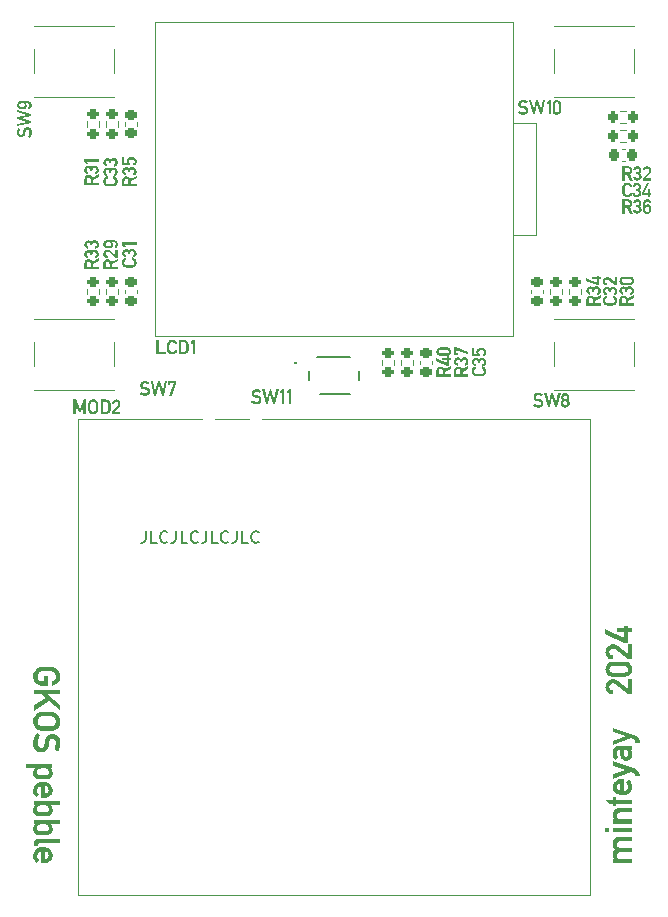
<source format=gbr>
%TF.GenerationSoftware,KiCad,Pcbnew,8.0.1*%
%TF.CreationDate,2024-04-03T20:32:23+03:00*%
%TF.ProjectId,gkos_pebble,676b6f73-5f70-4656-9262-6c652e6b6963,1*%
%TF.SameCoordinates,Original*%
%TF.FileFunction,Legend,Top*%
%TF.FilePolarity,Positive*%
%FSLAX46Y46*%
G04 Gerber Fmt 4.6, Leading zero omitted, Abs format (unit mm)*
G04 Created by KiCad (PCBNEW 8.0.1) date 2024-04-03 20:32:23*
%MOMM*%
%LPD*%
G01*
G04 APERTURE LIST*
G04 Aperture macros list*
%AMRoundRect*
0 Rectangle with rounded corners*
0 $1 Rounding radius*
0 $2 $3 $4 $5 $6 $7 $8 $9 X,Y pos of 4 corners*
0 Add a 4 corners polygon primitive as box body*
4,1,4,$2,$3,$4,$5,$6,$7,$8,$9,$2,$3,0*
0 Add four circle primitives for the rounded corners*
1,1,$1+$1,$2,$3*
1,1,$1+$1,$4,$5*
1,1,$1+$1,$6,$7*
1,1,$1+$1,$8,$9*
0 Add four rect primitives between the rounded corners*
20,1,$1+$1,$2,$3,$4,$5,0*
20,1,$1+$1,$4,$5,$6,$7,0*
20,1,$1+$1,$6,$7,$8,$9,0*
20,1,$1+$1,$8,$9,$2,$3,0*%
G04 Aperture macros list end*
%ADD10C,0.200000*%
%ADD11C,0.360000*%
%ADD12C,0.160000*%
%ADD13C,0.120000*%
%ADD14C,0.100000*%
%ADD15C,2.200000*%
%ADD16RoundRect,0.200000X0.275000X-0.200000X0.275000X0.200000X-0.275000X0.200000X-0.275000X-0.200000X0*%
%ADD17R,3.200000X1.200000*%
%ADD18RoundRect,0.200000X-0.275000X0.200000X-0.275000X-0.200000X0.275000X-0.200000X0.275000X0.200000X0*%
%ADD19RoundRect,0.225000X-0.250000X0.225000X-0.250000X-0.225000X0.250000X-0.225000X0.250000X0.225000X0*%
%ADD20R,1.000000X0.700000*%
%ADD21RoundRect,0.225000X0.250000X-0.225000X0.250000X0.225000X-0.250000X0.225000X-0.250000X-0.225000X0*%
%ADD22RoundRect,0.200000X-0.200000X-0.275000X0.200000X-0.275000X0.200000X0.275000X-0.200000X0.275000X0*%
%ADD23RoundRect,0.225000X-0.225000X-0.250000X0.225000X-0.250000X0.225000X0.250000X-0.225000X0.250000X0*%
%ADD24RoundRect,0.200000X0.200000X0.275000X-0.200000X0.275000X-0.200000X-0.275000X0.200000X-0.275000X0*%
%ADD25C,1.100000*%
%ADD26C,0.650000*%
%ADD27C,0.660000*%
%ADD28C,1.815000*%
G04 APERTURE END LIST*
D10*
X133255387Y-103267219D02*
X133255387Y-103981504D01*
X133255387Y-103981504D02*
X133207768Y-104124361D01*
X133207768Y-104124361D02*
X133112530Y-104219600D01*
X133112530Y-104219600D02*
X132969673Y-104267219D01*
X132969673Y-104267219D02*
X132874435Y-104267219D01*
X134207768Y-104267219D02*
X133731578Y-104267219D01*
X133731578Y-104267219D02*
X133731578Y-103267219D01*
X135112530Y-104171980D02*
X135064911Y-104219600D01*
X135064911Y-104219600D02*
X134922054Y-104267219D01*
X134922054Y-104267219D02*
X134826816Y-104267219D01*
X134826816Y-104267219D02*
X134683959Y-104219600D01*
X134683959Y-104219600D02*
X134588721Y-104124361D01*
X134588721Y-104124361D02*
X134541102Y-104029123D01*
X134541102Y-104029123D02*
X134493483Y-103838647D01*
X134493483Y-103838647D02*
X134493483Y-103695790D01*
X134493483Y-103695790D02*
X134541102Y-103505314D01*
X134541102Y-103505314D02*
X134588721Y-103410076D01*
X134588721Y-103410076D02*
X134683959Y-103314838D01*
X134683959Y-103314838D02*
X134826816Y-103267219D01*
X134826816Y-103267219D02*
X134922054Y-103267219D01*
X134922054Y-103267219D02*
X135064911Y-103314838D01*
X135064911Y-103314838D02*
X135112530Y-103362457D01*
X135826816Y-103267219D02*
X135826816Y-103981504D01*
X135826816Y-103981504D02*
X135779197Y-104124361D01*
X135779197Y-104124361D02*
X135683959Y-104219600D01*
X135683959Y-104219600D02*
X135541102Y-104267219D01*
X135541102Y-104267219D02*
X135445864Y-104267219D01*
X136779197Y-104267219D02*
X136303007Y-104267219D01*
X136303007Y-104267219D02*
X136303007Y-103267219D01*
X137683959Y-104171980D02*
X137636340Y-104219600D01*
X137636340Y-104219600D02*
X137493483Y-104267219D01*
X137493483Y-104267219D02*
X137398245Y-104267219D01*
X137398245Y-104267219D02*
X137255388Y-104219600D01*
X137255388Y-104219600D02*
X137160150Y-104124361D01*
X137160150Y-104124361D02*
X137112531Y-104029123D01*
X137112531Y-104029123D02*
X137064912Y-103838647D01*
X137064912Y-103838647D02*
X137064912Y-103695790D01*
X137064912Y-103695790D02*
X137112531Y-103505314D01*
X137112531Y-103505314D02*
X137160150Y-103410076D01*
X137160150Y-103410076D02*
X137255388Y-103314838D01*
X137255388Y-103314838D02*
X137398245Y-103267219D01*
X137398245Y-103267219D02*
X137493483Y-103267219D01*
X137493483Y-103267219D02*
X137636340Y-103314838D01*
X137636340Y-103314838D02*
X137683959Y-103362457D01*
X138398245Y-103267219D02*
X138398245Y-103981504D01*
X138398245Y-103981504D02*
X138350626Y-104124361D01*
X138350626Y-104124361D02*
X138255388Y-104219600D01*
X138255388Y-104219600D02*
X138112531Y-104267219D01*
X138112531Y-104267219D02*
X138017293Y-104267219D01*
X139350626Y-104267219D02*
X138874436Y-104267219D01*
X138874436Y-104267219D02*
X138874436Y-103267219D01*
X140255388Y-104171980D02*
X140207769Y-104219600D01*
X140207769Y-104219600D02*
X140064912Y-104267219D01*
X140064912Y-104267219D02*
X139969674Y-104267219D01*
X139969674Y-104267219D02*
X139826817Y-104219600D01*
X139826817Y-104219600D02*
X139731579Y-104124361D01*
X139731579Y-104124361D02*
X139683960Y-104029123D01*
X139683960Y-104029123D02*
X139636341Y-103838647D01*
X139636341Y-103838647D02*
X139636341Y-103695790D01*
X139636341Y-103695790D02*
X139683960Y-103505314D01*
X139683960Y-103505314D02*
X139731579Y-103410076D01*
X139731579Y-103410076D02*
X139826817Y-103314838D01*
X139826817Y-103314838D02*
X139969674Y-103267219D01*
X139969674Y-103267219D02*
X140064912Y-103267219D01*
X140064912Y-103267219D02*
X140207769Y-103314838D01*
X140207769Y-103314838D02*
X140255388Y-103362457D01*
X140969674Y-103267219D02*
X140969674Y-103981504D01*
X140969674Y-103981504D02*
X140922055Y-104124361D01*
X140922055Y-104124361D02*
X140826817Y-104219600D01*
X140826817Y-104219600D02*
X140683960Y-104267219D01*
X140683960Y-104267219D02*
X140588722Y-104267219D01*
X141922055Y-104267219D02*
X141445865Y-104267219D01*
X141445865Y-104267219D02*
X141445865Y-103267219D01*
X142826817Y-104171980D02*
X142779198Y-104219600D01*
X142779198Y-104219600D02*
X142636341Y-104267219D01*
X142636341Y-104267219D02*
X142541103Y-104267219D01*
X142541103Y-104267219D02*
X142398246Y-104219600D01*
X142398246Y-104219600D02*
X142303008Y-104124361D01*
X142303008Y-104124361D02*
X142255389Y-104029123D01*
X142255389Y-104029123D02*
X142207770Y-103838647D01*
X142207770Y-103838647D02*
X142207770Y-103695790D01*
X142207770Y-103695790D02*
X142255389Y-103505314D01*
X142255389Y-103505314D02*
X142303008Y-103410076D01*
X142303008Y-103410076D02*
X142398246Y-103314838D01*
X142398246Y-103314838D02*
X142541103Y-103267219D01*
X142541103Y-103267219D02*
X142636341Y-103267219D01*
X142636341Y-103267219D02*
X142779198Y-103314838D01*
X142779198Y-103314838D02*
X142826817Y-103362457D01*
D11*
G36*
X174426000Y-117098981D02*
G01*
X174108972Y-117098981D01*
X173034841Y-116233335D01*
X172940411Y-116176876D01*
X172924688Y-116171542D01*
X172827967Y-116157034D01*
X172717878Y-116178871D01*
X172627542Y-116234410D01*
X172560818Y-116318725D01*
X172534946Y-116427598D01*
X172534583Y-116443970D01*
X172551821Y-116550529D01*
X172608207Y-116647014D01*
X172613034Y-116652456D01*
X172702607Y-116716645D01*
X172806978Y-116745725D01*
X172844087Y-116749713D01*
X172844087Y-117098981D01*
X172724301Y-117089430D01*
X172614131Y-117062190D01*
X172513578Y-117017260D01*
X172422641Y-116954639D01*
X172374995Y-116910914D01*
X172303180Y-116825997D01*
X172242705Y-116720763D01*
X172205268Y-116606798D01*
X172191409Y-116499916D01*
X172190689Y-116468150D01*
X172199714Y-116349205D01*
X172226789Y-116239208D01*
X172271914Y-116138159D01*
X172335089Y-116046057D01*
X172379293Y-115997445D01*
X172465536Y-115923747D01*
X172559235Y-115868149D01*
X172660391Y-115830654D01*
X172769003Y-115811259D01*
X172834415Y-115808304D01*
X172944502Y-115816767D01*
X173059196Y-115846520D01*
X173164200Y-115897694D01*
X173228819Y-115943712D01*
X174082106Y-116629888D01*
X174082106Y-115808304D01*
X174426000Y-115808304D01*
X174426000Y-117098981D01*
G37*
G36*
X173922971Y-114325190D02*
G01*
X174040659Y-114350733D01*
X174144772Y-114395098D01*
X174235309Y-114458284D01*
X174291666Y-114514940D01*
X174357409Y-114603501D01*
X174412771Y-114710884D01*
X174447043Y-114824849D01*
X174460224Y-114945396D01*
X174460389Y-114960928D01*
X174452315Y-115068298D01*
X174423316Y-115184522D01*
X174373226Y-115293828D01*
X174312097Y-115383795D01*
X174291666Y-115408527D01*
X174210827Y-115484738D01*
X174116411Y-115542231D01*
X174008419Y-115581005D01*
X173886852Y-115601061D01*
X173811289Y-115604117D01*
X172841401Y-115604117D01*
X172729700Y-115597241D01*
X172611942Y-115571837D01*
X172507708Y-115527715D01*
X172416999Y-115464874D01*
X172360487Y-115408527D01*
X172294325Y-115320073D01*
X172238610Y-115212497D01*
X172204120Y-115098003D01*
X172190855Y-114976591D01*
X172190695Y-114961465D01*
X172534583Y-114961465D01*
X172553119Y-115074321D01*
X172613754Y-115169194D01*
X172618944Y-115174249D01*
X172713028Y-115231331D01*
X172818824Y-115252532D01*
X172855909Y-115253775D01*
X173795169Y-115253775D01*
X173908851Y-115240650D01*
X174011152Y-115192888D01*
X174033208Y-115174249D01*
X174095673Y-115081022D01*
X174116414Y-114969709D01*
X174116495Y-114961465D01*
X174098195Y-114849262D01*
X174038332Y-114754305D01*
X174033208Y-114749218D01*
X173939156Y-114691365D01*
X173832623Y-114669877D01*
X173795169Y-114668618D01*
X172855909Y-114668618D01*
X172743181Y-114681920D01*
X172641101Y-114730327D01*
X172618944Y-114749218D01*
X172555673Y-114842580D01*
X172534665Y-114953287D01*
X172534583Y-114961465D01*
X172190695Y-114961465D01*
X172190689Y-114960928D01*
X172201301Y-114839557D01*
X172233138Y-114724769D01*
X172286200Y-114616564D01*
X172350040Y-114527283D01*
X172360487Y-114514940D01*
X172441535Y-114438310D01*
X172536109Y-114380502D01*
X172644207Y-114341515D01*
X172765830Y-114321349D01*
X172841401Y-114318276D01*
X173811289Y-114318276D01*
X173922971Y-114325190D01*
G37*
G36*
X174426000Y-114145792D02*
G01*
X174108972Y-114145792D01*
X173034841Y-113280146D01*
X172940411Y-113223687D01*
X172924688Y-113218353D01*
X172827967Y-113203845D01*
X172717878Y-113225682D01*
X172627542Y-113281221D01*
X172560818Y-113365536D01*
X172534946Y-113474409D01*
X172534583Y-113490781D01*
X172551821Y-113597340D01*
X172608207Y-113693825D01*
X172613034Y-113699267D01*
X172702607Y-113763456D01*
X172806978Y-113792536D01*
X172844087Y-113796524D01*
X172844087Y-114145792D01*
X172724301Y-114136241D01*
X172614131Y-114109001D01*
X172513578Y-114064071D01*
X172422641Y-114001450D01*
X172374995Y-113957725D01*
X172303180Y-113872808D01*
X172242705Y-113767574D01*
X172205268Y-113653609D01*
X172191409Y-113546727D01*
X172190689Y-113514961D01*
X172199714Y-113396016D01*
X172226789Y-113286019D01*
X172271914Y-113184970D01*
X172335089Y-113092868D01*
X172379293Y-113044256D01*
X172465536Y-112970558D01*
X172559235Y-112914960D01*
X172660391Y-112877464D01*
X172769003Y-112858070D01*
X172834415Y-112855115D01*
X172944502Y-112863578D01*
X173059196Y-112893330D01*
X173164200Y-112944505D01*
X173228819Y-112990523D01*
X174082106Y-113676699D01*
X174082106Y-112855115D01*
X174426000Y-112855115D01*
X174426000Y-114145792D01*
G37*
G36*
X174116495Y-112730990D02*
G01*
X173786034Y-112730990D01*
X172190689Y-111986782D01*
X172190689Y-111597215D01*
X173772601Y-112342498D01*
X173772601Y-111812149D01*
X173138009Y-111812149D01*
X173138009Y-111461807D01*
X173772601Y-111461807D01*
X173772601Y-111285024D01*
X174116495Y-111285024D01*
X174116495Y-111461807D01*
X174426000Y-111461807D01*
X174426000Y-111812149D01*
X174116495Y-111812149D01*
X174116495Y-112730990D01*
G37*
G36*
X174426000Y-131374856D02*
G01*
X172844087Y-131374856D01*
X172844087Y-131024515D01*
X173003138Y-131035799D01*
X172996690Y-131041709D01*
X172914881Y-130960639D01*
X172856446Y-130864658D01*
X172821385Y-130753765D01*
X172809881Y-130644503D01*
X172809698Y-130627962D01*
X172816873Y-130519544D01*
X172843852Y-130412860D01*
X172870417Y-130358757D01*
X172934494Y-130265530D01*
X173005288Y-130185736D01*
X172929076Y-130100819D01*
X172871584Y-130002635D01*
X172832810Y-129891183D01*
X172814473Y-129785093D01*
X172809698Y-129689239D01*
X172823709Y-129572621D01*
X172860276Y-129469818D01*
X172919541Y-129369055D01*
X172953166Y-129324926D01*
X173032759Y-129248054D01*
X173128606Y-129193145D01*
X173240707Y-129160200D01*
X173352130Y-129149390D01*
X173369063Y-129149218D01*
X174426000Y-129149218D01*
X174426000Y-129499560D01*
X173473843Y-129499560D01*
X173361552Y-129513483D01*
X173259976Y-129564149D01*
X173237953Y-129583921D01*
X173174682Y-129677821D01*
X173153674Y-129784151D01*
X173153592Y-129791870D01*
X173172128Y-129902734D01*
X173232763Y-129998867D01*
X173237953Y-130004117D01*
X173331533Y-130063898D01*
X173436893Y-130086102D01*
X173473843Y-130087404D01*
X174426000Y-130087404D01*
X174426000Y-130436133D01*
X173473843Y-130436133D01*
X173361552Y-130450056D01*
X173259976Y-130500723D01*
X173237953Y-130520495D01*
X173174682Y-130614528D01*
X173153674Y-130721229D01*
X173153592Y-130728981D01*
X173172128Y-130839845D01*
X173232763Y-130935978D01*
X173237953Y-130941228D01*
X173331533Y-131001009D01*
X173436893Y-131023213D01*
X173473843Y-131024515D01*
X174426000Y-131024515D01*
X174426000Y-131374856D01*
G37*
G36*
X174426000Y-128761800D02*
G01*
X172822594Y-128761800D01*
X172822594Y-128411458D01*
X174426000Y-128411458D01*
X174426000Y-128761800D01*
G37*
G36*
X172534583Y-128761800D02*
G01*
X172190689Y-128761800D01*
X172190689Y-128411458D01*
X172534583Y-128411458D01*
X172534583Y-128761800D01*
G37*
G36*
X174426000Y-128033712D02*
G01*
X172844087Y-128033712D01*
X172844087Y-127683370D01*
X173003138Y-127694654D01*
X172996690Y-127700565D01*
X172914881Y-127620468D01*
X172856446Y-127524722D01*
X172821385Y-127413326D01*
X172809881Y-127303017D01*
X172809698Y-127286280D01*
X172823709Y-127169662D01*
X172860276Y-127066859D01*
X172919541Y-126966096D01*
X172953166Y-126921967D01*
X173032759Y-126845095D01*
X173128606Y-126790186D01*
X173240707Y-126757241D01*
X173352130Y-126746431D01*
X173369063Y-126746259D01*
X174426000Y-126746259D01*
X174426000Y-127096601D01*
X173473843Y-127096601D01*
X173361552Y-127110347D01*
X173259976Y-127160367D01*
X173237953Y-127179888D01*
X173174682Y-127273518D01*
X173153674Y-127380085D01*
X173153592Y-127387836D01*
X173172128Y-127498701D01*
X173232763Y-127594833D01*
X173237953Y-127600083D01*
X173331533Y-127659864D01*
X173436893Y-127682069D01*
X173473843Y-127683370D01*
X174426000Y-127683370D01*
X174426000Y-128033712D01*
G37*
G36*
X174426000Y-126362602D02*
G01*
X173084813Y-126362602D01*
X173084813Y-126519504D01*
X172809698Y-126519504D01*
X172809698Y-126362602D01*
X172573271Y-126362602D01*
X172198749Y-126012260D01*
X172809698Y-126012260D01*
X172809698Y-125782819D01*
X173084813Y-125782819D01*
X173084813Y-126012260D01*
X174426000Y-126012260D01*
X174426000Y-126362602D01*
G37*
G36*
X173772601Y-125259455D02*
G01*
X173885416Y-125245476D01*
X173983927Y-125198782D01*
X174026760Y-125160048D01*
X174084860Y-125069532D01*
X174113340Y-124960393D01*
X174116495Y-124903740D01*
X174101120Y-124789346D01*
X174054995Y-124681250D01*
X173987192Y-124589347D01*
X173959056Y-124559846D01*
X174177214Y-124307299D01*
X174258769Y-124381497D01*
X174331540Y-124467827D01*
X174389891Y-124567518D01*
X174398058Y-124586175D01*
X174433545Y-124690334D01*
X174454302Y-124797413D01*
X174460389Y-124897292D01*
X174452675Y-125004736D01*
X174429534Y-125110792D01*
X174390966Y-125215459D01*
X174336970Y-125318738D01*
X174299189Y-125377131D01*
X174212410Y-125467789D01*
X174112528Y-125527773D01*
X174011314Y-125565263D01*
X173893754Y-125591393D01*
X173759848Y-125606162D01*
X173640954Y-125609797D01*
X173528181Y-125606447D01*
X173399872Y-125592838D01*
X173285625Y-125568760D01*
X173167092Y-125526049D01*
X173068811Y-125468262D01*
X172990780Y-125395401D01*
X172920222Y-125300416D01*
X172866993Y-125203528D01*
X172827382Y-125090470D01*
X172810405Y-124974926D01*
X172809698Y-124945652D01*
X173153592Y-124945652D01*
X173169636Y-125053982D01*
X173222436Y-125150647D01*
X173237416Y-125167571D01*
X173328485Y-125231264D01*
X173436917Y-125257476D01*
X173463096Y-125258918D01*
X173463096Y-124632386D01*
X173357157Y-124651016D01*
X173259161Y-124705791D01*
X173237416Y-124726420D01*
X173177249Y-124817945D01*
X173153919Y-124929305D01*
X173153592Y-124945652D01*
X172809698Y-124945652D01*
X172818389Y-124832918D01*
X172844461Y-124726510D01*
X172887915Y-124626427D01*
X172948750Y-124532669D01*
X172991317Y-124481933D01*
X173076792Y-124404465D01*
X173174300Y-124346025D01*
X173283842Y-124306611D01*
X173405417Y-124286225D01*
X173480291Y-124283119D01*
X173772601Y-124283119D01*
X173772601Y-125259455D01*
G37*
G36*
X174351847Y-123656587D02*
G01*
X172809698Y-124225624D01*
X172809698Y-123855938D01*
X173917681Y-123490551D01*
X173917681Y-123496461D01*
X172809698Y-123131074D01*
X172809698Y-122760314D01*
X174753773Y-123442728D01*
X174860411Y-123490857D01*
X174950197Y-123555678D01*
X175011157Y-123632944D01*
X175055340Y-123735610D01*
X175076999Y-123847143D01*
X175079398Y-123901612D01*
X175079398Y-124024661D01*
X174735504Y-124024661D01*
X174735504Y-123913433D01*
X174704070Y-123805563D01*
X174609768Y-123740949D01*
X174351847Y-123656587D01*
G37*
G36*
X174426000Y-121794724D02*
G01*
X174298089Y-121784510D01*
X174377126Y-121841706D01*
X174417939Y-121908101D01*
X174448409Y-122011528D01*
X174459726Y-122121793D01*
X174460389Y-122159574D01*
X174451349Y-122270423D01*
X174425213Y-122381870D01*
X174375658Y-122487818D01*
X174313697Y-122564724D01*
X174228604Y-122637453D01*
X174131100Y-122686380D01*
X174021184Y-122711504D01*
X173954757Y-122715177D01*
X173843402Y-122704891D01*
X173732136Y-122669335D01*
X173633988Y-122608381D01*
X173607102Y-122585143D01*
X173538793Y-122502047D01*
X173492247Y-122399655D01*
X173469142Y-122292440D01*
X173463096Y-122202023D01*
X173463096Y-121794724D01*
X173772601Y-121794724D01*
X173772601Y-122144528D01*
X173785732Y-122254380D01*
X173835263Y-122353551D01*
X173940787Y-122393314D01*
X174040846Y-122351457D01*
X174060612Y-122329909D01*
X174107272Y-122226788D01*
X174116495Y-122121960D01*
X174112628Y-122005819D01*
X174091176Y-121897122D01*
X174073508Y-121859204D01*
X173980029Y-121805366D01*
X173867172Y-121794724D01*
X173772601Y-121794724D01*
X173463096Y-121794724D01*
X173325002Y-121794724D01*
X173217778Y-121835528D01*
X173167791Y-121933717D01*
X173153569Y-122054281D01*
X173153592Y-122090258D01*
X173160903Y-122197613D01*
X173176697Y-122264891D01*
X173248633Y-122350529D01*
X173285239Y-122373433D01*
X173068693Y-122644249D01*
X172978874Y-122567345D01*
X172908097Y-122479296D01*
X172856362Y-122380101D01*
X172823669Y-122269761D01*
X172810017Y-122148275D01*
X172809698Y-122105303D01*
X172814231Y-121983680D01*
X172830180Y-121872702D01*
X172862386Y-121758905D01*
X172909504Y-121659011D01*
X172923613Y-121636210D01*
X173006779Y-121549979D01*
X173103113Y-121496523D01*
X173220537Y-121464896D01*
X173340584Y-121455129D01*
X174426000Y-121455129D01*
X174426000Y-121794724D01*
G37*
G36*
X174351847Y-120810865D02*
G01*
X172809698Y-121379902D01*
X172809698Y-121010216D01*
X173917681Y-120644829D01*
X173917681Y-120650739D01*
X172809698Y-120285352D01*
X172809698Y-119914591D01*
X174753773Y-120597006D01*
X174860411Y-120645135D01*
X174950197Y-120709956D01*
X175011157Y-120787222D01*
X175055340Y-120889888D01*
X175076999Y-121001421D01*
X175079398Y-121055889D01*
X175079398Y-121178939D01*
X174735504Y-121178939D01*
X174735504Y-121067711D01*
X174704070Y-120959841D01*
X174609768Y-120895226D01*
X174351847Y-120810865D01*
G37*
G36*
X124668124Y-115548932D02*
G01*
X125012018Y-115548932D01*
X125012018Y-116366217D01*
X124542925Y-116366217D01*
X124420230Y-116358019D01*
X124304827Y-116333423D01*
X124196716Y-116292430D01*
X124095896Y-116235040D01*
X124002369Y-116161254D01*
X123972813Y-116133014D01*
X123893561Y-116041936D01*
X123830705Y-115943604D01*
X123784247Y-115838018D01*
X123754185Y-115725177D01*
X123740521Y-115605083D01*
X123739610Y-115563440D01*
X123745781Y-115451371D01*
X123767946Y-115333241D01*
X123806231Y-115225724D01*
X123860636Y-115128819D01*
X123868570Y-115117452D01*
X123942853Y-115024232D01*
X124020621Y-114947078D01*
X124111118Y-114880194D01*
X124148521Y-114858995D01*
X124246351Y-114814161D01*
X124352446Y-114784439D01*
X124367217Y-114781618D01*
X124482573Y-114769382D01*
X124591090Y-114764239D01*
X124705838Y-114761468D01*
X124816786Y-114760314D01*
X124890043Y-114760125D01*
X125009492Y-114760650D01*
X125134372Y-114762665D01*
X125254614Y-114766926D01*
X125368935Y-114775427D01*
X125412869Y-114781618D01*
X125520066Y-114809325D01*
X125618998Y-114852144D01*
X125631564Y-114858995D01*
X125722911Y-114917944D01*
X125810899Y-114996728D01*
X125887218Y-115084594D01*
X125912053Y-115117452D01*
X125969648Y-115213031D01*
X126010788Y-115319221D01*
X126035471Y-115436024D01*
X126043571Y-115546933D01*
X126043699Y-115563440D01*
X126036767Y-115679441D01*
X126015968Y-115787659D01*
X125974178Y-115904077D01*
X125913516Y-116009902D01*
X125846498Y-116092177D01*
X125755620Y-116176348D01*
X125655536Y-116245966D01*
X125546248Y-116301030D01*
X125427755Y-116341542D01*
X125355912Y-116358157D01*
X125355912Y-115972889D01*
X125455173Y-115927061D01*
X125540778Y-115860304D01*
X125575681Y-115822435D01*
X125633781Y-115728106D01*
X125662261Y-115618878D01*
X125665416Y-115563440D01*
X125652223Y-115451620D01*
X125618668Y-115367313D01*
X125554566Y-115277519D01*
X125510664Y-115236741D01*
X125412735Y-115179030D01*
X125329045Y-115151304D01*
X125221192Y-115137552D01*
X125111844Y-115131910D01*
X124991592Y-115129287D01*
X124891655Y-115128736D01*
X124772568Y-115129530D01*
X124655026Y-115132461D01*
X124537753Y-115139403D01*
X124452115Y-115151304D01*
X124347008Y-115189709D01*
X124273720Y-115236741D01*
X124197432Y-115314792D01*
X124163567Y-115367313D01*
X124126636Y-115470097D01*
X124117893Y-115563440D01*
X124130120Y-115672344D01*
X124171812Y-115779170D01*
X124243092Y-115872407D01*
X124329181Y-115938713D01*
X124430278Y-115980462D01*
X124546382Y-115997652D01*
X124571404Y-115998143D01*
X124668124Y-115998143D01*
X124668124Y-115548932D01*
G37*
G36*
X123774000Y-116712798D02*
G01*
X126009310Y-116712798D01*
X126009310Y-117081409D01*
X124865325Y-117071737D01*
X124873385Y-117064214D01*
X126009310Y-117968548D01*
X126009310Y-118410237D01*
X125122171Y-117689672D01*
X123774000Y-118478478D01*
X123774000Y-118042163D01*
X124838459Y-117447334D01*
X124454802Y-117081409D01*
X123774000Y-117081409D01*
X123774000Y-116712798D01*
G37*
G36*
X125009492Y-118577872D02*
G01*
X125134372Y-118579887D01*
X125254614Y-118584148D01*
X125368935Y-118592649D01*
X125412869Y-118598841D01*
X125520066Y-118626547D01*
X125618998Y-118669366D01*
X125631564Y-118676217D01*
X125722911Y-118735167D01*
X125810899Y-118813951D01*
X125887218Y-118901816D01*
X125912053Y-118934675D01*
X125969648Y-119030253D01*
X126010788Y-119136444D01*
X126035471Y-119253247D01*
X126043571Y-119364155D01*
X126043699Y-119380662D01*
X126037400Y-119491868D01*
X126014773Y-119609200D01*
X125975690Y-119716121D01*
X125920152Y-119812631D01*
X125912053Y-119823963D01*
X125836858Y-119917699D01*
X125758774Y-119995793D01*
X125668623Y-120064219D01*
X125631564Y-120086182D01*
X125526918Y-120132259D01*
X125420273Y-120160571D01*
X125412869Y-120161946D01*
X125297755Y-120174183D01*
X125189260Y-120179326D01*
X125074449Y-120182096D01*
X124963390Y-120183251D01*
X124890043Y-120183440D01*
X124770735Y-120182915D01*
X124645956Y-120180900D01*
X124525736Y-120176639D01*
X124411292Y-120168138D01*
X124367217Y-120161946D01*
X124260020Y-120134594D01*
X124154786Y-120089542D01*
X124148521Y-120086182D01*
X124056304Y-120025480D01*
X123968389Y-119945468D01*
X123892944Y-119856946D01*
X123868570Y-119823963D01*
X123812150Y-119728754D01*
X123771850Y-119623135D01*
X123747670Y-119507104D01*
X123739736Y-119397037D01*
X123739610Y-119380662D01*
X124117893Y-119380662D01*
X124130784Y-119492330D01*
X124163567Y-119576252D01*
X124228257Y-119666256D01*
X124273720Y-119707362D01*
X124369307Y-119764903D01*
X124452115Y-119792260D01*
X124560523Y-119806340D01*
X124670407Y-119812117D01*
X124791240Y-119814802D01*
X124891655Y-119815366D01*
X125010175Y-119814554D01*
X125127151Y-119811553D01*
X125243848Y-119804445D01*
X125329045Y-119792260D01*
X125435437Y-119754290D01*
X125510664Y-119707362D01*
X125584814Y-119629553D01*
X125618668Y-119576789D01*
X125656468Y-119474005D01*
X125665416Y-119380662D01*
X125652223Y-119268843D01*
X125618668Y-119184535D01*
X125554566Y-119094742D01*
X125510664Y-119053963D01*
X125412735Y-118996252D01*
X125329045Y-118968527D01*
X125221192Y-118954775D01*
X125111844Y-118949133D01*
X124991592Y-118946510D01*
X124891655Y-118945959D01*
X124772568Y-118946752D01*
X124655026Y-118949684D01*
X124537753Y-118956626D01*
X124452115Y-118968527D01*
X124347008Y-119006932D01*
X124273720Y-119053963D01*
X124197432Y-119132015D01*
X124163567Y-119184535D01*
X124126636Y-119287320D01*
X124117893Y-119380662D01*
X123739610Y-119380662D01*
X123745781Y-119268594D01*
X123767946Y-119150464D01*
X123806231Y-119042947D01*
X123860636Y-118946042D01*
X123868570Y-118934675D01*
X123942853Y-118841454D01*
X124020621Y-118764300D01*
X124111118Y-118697417D01*
X124148521Y-118676217D01*
X124246351Y-118631383D01*
X124352446Y-118601662D01*
X124367217Y-118598841D01*
X124482573Y-118586604D01*
X124591090Y-118581462D01*
X124705838Y-118578691D01*
X124816786Y-118577537D01*
X124890043Y-118577348D01*
X125009492Y-118577872D01*
G37*
G36*
X124067921Y-120331207D02*
G01*
X124345186Y-120573545D01*
X124276341Y-120669125D01*
X124219053Y-120770421D01*
X124177000Y-120867466D01*
X124143349Y-120978528D01*
X124123666Y-121093019D01*
X124117893Y-121200076D01*
X124125817Y-121315677D01*
X124152836Y-121422836D01*
X124199031Y-121509043D01*
X124279488Y-121584711D01*
X124386693Y-121618761D01*
X124410741Y-121619734D01*
X124521129Y-121602741D01*
X124613764Y-121542999D01*
X124672991Y-121440244D01*
X124693916Y-121347843D01*
X124707618Y-121239940D01*
X124712185Y-121206524D01*
X124727701Y-121097513D01*
X124733678Y-121056071D01*
X124758024Y-120934793D01*
X124795329Y-120826732D01*
X124853831Y-120719416D01*
X124929260Y-120629362D01*
X124950762Y-120609546D01*
X125043653Y-120542312D01*
X125145545Y-120494288D01*
X125256438Y-120465473D01*
X125376330Y-120455868D01*
X125498600Y-120465099D01*
X125611047Y-120492791D01*
X125713672Y-120538945D01*
X125806475Y-120603560D01*
X125855095Y-120648771D01*
X125928584Y-120740832D01*
X125984024Y-120847755D01*
X126017177Y-120951232D01*
X126037069Y-121065627D01*
X126043699Y-121190942D01*
X126038344Y-121305613D01*
X126022277Y-121416288D01*
X125995500Y-121522969D01*
X125975995Y-121580509D01*
X125934601Y-121681739D01*
X125885981Y-121780504D01*
X125830136Y-121876804D01*
X125795988Y-121929239D01*
X125489708Y-121724515D01*
X125547211Y-121624117D01*
X125593984Y-121522813D01*
X125619205Y-121454773D01*
X125649125Y-121342905D01*
X125663792Y-121229086D01*
X125665416Y-121175896D01*
X125653001Y-121063114D01*
X125611861Y-120958913D01*
X125590189Y-120926036D01*
X125503135Y-120853141D01*
X125392058Y-120825372D01*
X125364509Y-120824480D01*
X125258343Y-120851136D01*
X125198473Y-120892721D01*
X125134127Y-120984337D01*
X125101035Y-121093196D01*
X125095842Y-121122700D01*
X125079722Y-121228018D01*
X125066472Y-121335721D01*
X125062527Y-121369874D01*
X125042396Y-121482374D01*
X125005205Y-121599012D01*
X124953255Y-121699915D01*
X124886546Y-121785081D01*
X124829861Y-121836280D01*
X124730857Y-121902574D01*
X124626749Y-121949926D01*
X124517536Y-121978338D01*
X124403218Y-121987808D01*
X124289905Y-121980214D01*
X124170266Y-121952158D01*
X124064152Y-121903430D01*
X123971562Y-121834029D01*
X123913706Y-121771800D01*
X123845870Y-121670640D01*
X123800986Y-121572963D01*
X123768343Y-121465160D01*
X123747941Y-121347232D01*
X123739780Y-121219179D01*
X123739610Y-121196852D01*
X123744740Y-121073190D01*
X123760130Y-120953944D01*
X123785779Y-120839114D01*
X123821688Y-120728700D01*
X123867857Y-120622702D01*
X123924285Y-120521121D01*
X123990973Y-120423956D01*
X124067921Y-120331207D01*
G37*
G36*
X125355912Y-123356936D02*
G01*
X125238235Y-123356936D01*
X125311744Y-123444324D01*
X125361195Y-123548714D01*
X125384955Y-123655778D01*
X125390301Y-123744891D01*
X125380280Y-123858301D01*
X125347074Y-123965558D01*
X125329582Y-124000125D01*
X125266314Y-124093114D01*
X125189351Y-124169574D01*
X125178054Y-124178520D01*
X125082811Y-124235209D01*
X124973330Y-124269867D01*
X124861270Y-124284602D01*
X124744398Y-124291190D01*
X124634045Y-124293669D01*
X124563344Y-124294047D01*
X124443840Y-124292890D01*
X124327793Y-124288734D01*
X124213525Y-124279289D01*
X124153895Y-124269867D01*
X124050925Y-124238020D01*
X123956186Y-124182709D01*
X123950782Y-124178520D01*
X123870686Y-124104264D01*
X123805702Y-124013479D01*
X123798180Y-124000125D01*
X123758142Y-123898378D01*
X123741040Y-123790085D01*
X123739610Y-123744891D01*
X123748943Y-123649783D01*
X124083504Y-123649783D01*
X124097987Y-123764156D01*
X124153601Y-123858458D01*
X124231808Y-123901256D01*
X124338264Y-123925424D01*
X124452974Y-123939560D01*
X124564418Y-123943705D01*
X124675632Y-123939560D01*
X124790330Y-123925424D01*
X124897028Y-123901256D01*
X124993745Y-123839274D01*
X125039259Y-123733260D01*
X125046407Y-123649783D01*
X125031295Y-123535463D01*
X124973262Y-123441363D01*
X124891655Y-123398848D01*
X124783167Y-123374986D01*
X124670489Y-123361029D01*
X124564418Y-123356936D01*
X124447688Y-123361825D01*
X124335403Y-123376492D01*
X124237182Y-123398311D01*
X124143534Y-123453320D01*
X124093109Y-123555481D01*
X124083504Y-123649783D01*
X123748943Y-123649783D01*
X123750708Y-123631791D01*
X123787012Y-123523905D01*
X123790120Y-123517599D01*
X123846025Y-123422211D01*
X123898124Y-123356936D01*
X123120601Y-123356936D01*
X123120601Y-123006594D01*
X125355912Y-123006594D01*
X125355912Y-123356936D01*
G37*
G36*
X124671818Y-124522540D02*
G01*
X124800127Y-124536149D01*
X124914374Y-124560227D01*
X125032907Y-124602939D01*
X125131188Y-124660725D01*
X125209219Y-124733586D01*
X125279777Y-124828571D01*
X125333006Y-124925459D01*
X125372617Y-125038517D01*
X125389594Y-125154061D01*
X125390301Y-125183335D01*
X125381610Y-125296069D01*
X125355538Y-125402477D01*
X125312084Y-125502561D01*
X125251249Y-125596319D01*
X125208682Y-125647055D01*
X125123207Y-125724522D01*
X125025699Y-125782962D01*
X124916157Y-125822376D01*
X124794582Y-125842762D01*
X124719708Y-125845868D01*
X124427398Y-125845868D01*
X124427398Y-124870069D01*
X124736903Y-124870069D01*
X124736903Y-125496601D01*
X124842842Y-125477971D01*
X124940838Y-125423196D01*
X124962583Y-125402568D01*
X125022750Y-125311042D01*
X125046080Y-125199682D01*
X125046407Y-125183335D01*
X125030363Y-125075006D01*
X124977563Y-124978341D01*
X124962583Y-124961416D01*
X124871514Y-124897723D01*
X124763082Y-124871511D01*
X124736903Y-124870069D01*
X124427398Y-124870069D01*
X124427398Y-124869532D01*
X124314583Y-124883511D01*
X124216072Y-124930205D01*
X124173239Y-124968939D01*
X124115139Y-125059455D01*
X124086659Y-125168594D01*
X124083504Y-125225247D01*
X124098879Y-125339641D01*
X124145004Y-125447737D01*
X124212807Y-125539640D01*
X124240943Y-125569141D01*
X124022785Y-125821688D01*
X123941230Y-125747490D01*
X123868459Y-125661160D01*
X123810108Y-125561469D01*
X123801941Y-125542812D01*
X123766454Y-125438653D01*
X123745697Y-125331574D01*
X123739610Y-125231695D01*
X123747324Y-125124251D01*
X123770465Y-125018195D01*
X123809033Y-124913528D01*
X123863029Y-124810249D01*
X123900810Y-124751856D01*
X123987589Y-124661198D01*
X124087471Y-124601214D01*
X124188685Y-124563724D01*
X124306245Y-124537594D01*
X124440151Y-124522825D01*
X124559045Y-124519190D01*
X124671818Y-124522540D01*
G37*
G36*
X126009310Y-126486371D02*
G01*
X125230713Y-126486371D01*
X125298887Y-126577340D01*
X125338180Y-126647034D01*
X125377271Y-126754098D01*
X125390250Y-126866426D01*
X125390301Y-126874326D01*
X125380280Y-126987736D01*
X125347074Y-127094993D01*
X125329582Y-127129560D01*
X125266314Y-127222549D01*
X125189351Y-127299009D01*
X125178054Y-127307955D01*
X125082811Y-127364644D01*
X124973330Y-127399302D01*
X124861724Y-127414036D01*
X124745787Y-127420624D01*
X124636513Y-127423104D01*
X124566568Y-127423482D01*
X124446385Y-127422325D01*
X124329624Y-127418169D01*
X124214558Y-127408723D01*
X124154432Y-127399302D01*
X124051077Y-127367455D01*
X123956187Y-127312143D01*
X123950782Y-127307955D01*
X123870686Y-127233699D01*
X123805702Y-127142913D01*
X123798180Y-127129560D01*
X123758142Y-127027813D01*
X123741040Y-126919519D01*
X123739610Y-126874326D01*
X123747260Y-126779218D01*
X124083504Y-126779218D01*
X124097987Y-126893590D01*
X124153601Y-126987893D01*
X124231808Y-127030690D01*
X124338581Y-127054858D01*
X124454244Y-127068994D01*
X124567105Y-127073140D01*
X124677647Y-127068994D01*
X124791606Y-127054858D01*
X124897565Y-127030690D01*
X124993935Y-126968709D01*
X125039285Y-126862695D01*
X125046407Y-126779218D01*
X125031295Y-126664898D01*
X124973262Y-126570797D01*
X124891655Y-126528283D01*
X124783485Y-126504421D01*
X124671759Y-126490464D01*
X124567105Y-126486371D01*
X124449699Y-126491323D01*
X124336866Y-126506181D01*
X124238256Y-126528283D01*
X124143954Y-126583217D01*
X124093176Y-126685151D01*
X124083504Y-126779218D01*
X123747260Y-126779218D01*
X123749081Y-126756583D01*
X123777492Y-126652676D01*
X123832096Y-126552319D01*
X123891138Y-126486371D01*
X123774000Y-126486371D01*
X123774000Y-126136029D01*
X126009310Y-126136029D01*
X126009310Y-126486371D01*
G37*
G36*
X126009310Y-128083328D02*
G01*
X125230713Y-128083328D01*
X125298887Y-128174297D01*
X125338180Y-128243991D01*
X125377271Y-128351055D01*
X125390250Y-128463384D01*
X125390301Y-128471284D01*
X125380280Y-128584693D01*
X125347074Y-128691950D01*
X125329582Y-128726517D01*
X125266314Y-128819507D01*
X125189351Y-128895966D01*
X125178054Y-128904912D01*
X125082811Y-128961601D01*
X124973330Y-128996259D01*
X124861724Y-129010994D01*
X124745787Y-129017582D01*
X124636513Y-129020061D01*
X124566568Y-129020439D01*
X124446385Y-129019282D01*
X124329624Y-129015126D01*
X124214558Y-129005681D01*
X124154432Y-128996259D01*
X124051077Y-128964413D01*
X123956187Y-128909101D01*
X123950782Y-128904912D01*
X123870686Y-128830656D01*
X123805702Y-128739871D01*
X123798180Y-128726517D01*
X123758142Y-128624770D01*
X123741040Y-128516477D01*
X123739610Y-128471284D01*
X123747260Y-128376175D01*
X124083504Y-128376175D01*
X124097987Y-128490548D01*
X124153601Y-128584850D01*
X124231808Y-128627648D01*
X124338581Y-128651816D01*
X124454244Y-128665952D01*
X124567105Y-128670097D01*
X124677647Y-128665952D01*
X124791606Y-128651816D01*
X124897565Y-128627648D01*
X124993935Y-128565666D01*
X125039285Y-128459652D01*
X125046407Y-128376175D01*
X125031295Y-128261855D01*
X124973262Y-128167755D01*
X124891655Y-128125240D01*
X124783485Y-128101378D01*
X124671759Y-128087421D01*
X124567105Y-128083328D01*
X124449699Y-128088281D01*
X124336866Y-128103138D01*
X124238256Y-128125240D01*
X124143954Y-128180174D01*
X124093176Y-128282108D01*
X124083504Y-128376175D01*
X123747260Y-128376175D01*
X123749081Y-128353540D01*
X123777492Y-128249633D01*
X123832096Y-128149277D01*
X123891138Y-128083328D01*
X123774000Y-128083328D01*
X123774000Y-127732986D01*
X126009310Y-127732986D01*
X126009310Y-128083328D01*
G37*
G36*
X124170552Y-129329944D02*
G01*
X126009310Y-129329944D01*
X126009310Y-129680286D01*
X124208703Y-129680286D01*
X124121086Y-129746619D01*
X124117893Y-129780767D01*
X124117893Y-129905429D01*
X123774000Y-129905429D01*
X123774000Y-129749064D01*
X123784412Y-129633824D01*
X123819524Y-129523313D01*
X123862122Y-129450844D01*
X123946803Y-129377170D01*
X124057085Y-129339507D01*
X124170552Y-129329944D01*
G37*
G36*
X124671818Y-130042038D02*
G01*
X124800127Y-130055647D01*
X124914374Y-130079724D01*
X125032907Y-130122436D01*
X125131188Y-130180223D01*
X125209219Y-130253084D01*
X125279777Y-130348069D01*
X125333006Y-130444956D01*
X125372617Y-130558015D01*
X125389594Y-130673558D01*
X125390301Y-130702833D01*
X125381610Y-130815566D01*
X125355538Y-130921975D01*
X125312084Y-131022058D01*
X125251249Y-131115816D01*
X125208682Y-131166552D01*
X125123207Y-131244020D01*
X125025699Y-131302460D01*
X124916157Y-131341873D01*
X124794582Y-131362259D01*
X124719708Y-131365366D01*
X124427398Y-131365366D01*
X124427398Y-130389567D01*
X124736903Y-130389567D01*
X124736903Y-131016099D01*
X124842842Y-130997469D01*
X124940838Y-130942694D01*
X124962583Y-130922065D01*
X125022750Y-130830540D01*
X125046080Y-130719179D01*
X125046407Y-130702833D01*
X125030363Y-130594503D01*
X124977563Y-130497838D01*
X124962583Y-130480914D01*
X124871514Y-130417221D01*
X124763082Y-130391009D01*
X124736903Y-130389567D01*
X124427398Y-130389567D01*
X124427398Y-130389030D01*
X124314583Y-130403009D01*
X124216072Y-130449703D01*
X124173239Y-130488436D01*
X124115139Y-130578953D01*
X124086659Y-130688092D01*
X124083504Y-130744745D01*
X124098879Y-130859138D01*
X124145004Y-130967235D01*
X124212807Y-131059138D01*
X124240943Y-131088639D01*
X124022785Y-131341186D01*
X123941230Y-131266988D01*
X123868459Y-131180658D01*
X123810108Y-131080967D01*
X123801941Y-131062309D01*
X123766454Y-130958151D01*
X123745697Y-130851072D01*
X123739610Y-130751193D01*
X123747324Y-130643749D01*
X123770465Y-130537693D01*
X123809033Y-130433025D01*
X123863029Y-130329746D01*
X123900810Y-130271353D01*
X123987589Y-130180695D01*
X124087471Y-130120711D01*
X124188685Y-130083221D01*
X124306245Y-130057092D01*
X124440151Y-130042323D01*
X124559045Y-130038688D01*
X124671818Y-130042038D01*
G37*
D12*
G36*
X159098000Y-89522875D02*
G01*
X158591538Y-89770830D01*
X158591538Y-89988890D01*
X159098000Y-89988890D01*
X159098000Y-90189951D01*
X157878739Y-90189951D01*
X157878739Y-89988890D01*
X158066318Y-89988890D01*
X158403959Y-89988890D01*
X158403959Y-89723056D01*
X158397725Y-89661608D01*
X158374284Y-89604079D01*
X158351203Y-89576803D01*
X158301450Y-89543544D01*
X158244517Y-89528910D01*
X158226932Y-89528150D01*
X158165269Y-89537583D01*
X158114876Y-89568838D01*
X158100903Y-89585303D01*
X158074964Y-89641284D01*
X158066453Y-89702769D01*
X158066318Y-89712505D01*
X158066318Y-89988890D01*
X157878739Y-89988890D01*
X157878739Y-89710746D01*
X157882638Y-89644887D01*
X157894335Y-89585284D01*
X157917251Y-89524824D01*
X157950352Y-89472535D01*
X157960219Y-89460739D01*
X158003832Y-89418576D01*
X158052166Y-89384750D01*
X158072766Y-89373105D01*
X158130291Y-89349764D01*
X158192846Y-89338322D01*
X158223415Y-89337055D01*
X158288358Y-89342132D01*
X158348990Y-89357364D01*
X158405309Y-89382750D01*
X158434734Y-89401242D01*
X158481792Y-89440126D01*
X158519762Y-89484900D01*
X158551292Y-89541555D01*
X158560763Y-89566252D01*
X159098000Y-89285471D01*
X159098000Y-89522875D01*
G37*
G36*
X158929179Y-89271695D02*
G01*
X158748928Y-89271695D01*
X157878739Y-88865764D01*
X157878739Y-88653272D01*
X158741600Y-89059790D01*
X158741600Y-88770509D01*
X158395459Y-88770509D01*
X158395459Y-88579413D01*
X158741600Y-88579413D01*
X158741600Y-88482986D01*
X158929179Y-88482986D01*
X158929179Y-88579413D01*
X159098000Y-88579413D01*
X159098000Y-88770509D01*
X158929179Y-88770509D01*
X158929179Y-89271695D01*
G37*
G36*
X158823620Y-87725013D02*
G01*
X158887814Y-87738946D01*
X158944603Y-87763145D01*
X158993986Y-87797610D01*
X159024727Y-87828513D01*
X159060586Y-87876819D01*
X159090784Y-87935391D01*
X159109478Y-87997554D01*
X159116667Y-88063307D01*
X159116757Y-88071779D01*
X159112354Y-88130345D01*
X159096536Y-88193740D01*
X159069214Y-88253361D01*
X159035871Y-88302434D01*
X159024727Y-88315924D01*
X158980632Y-88357494D01*
X158929133Y-88388854D01*
X158870229Y-88410003D01*
X158803919Y-88420942D01*
X158762703Y-88422609D01*
X158233673Y-88422609D01*
X158172745Y-88418859D01*
X158108513Y-88405002D01*
X158051659Y-88380935D01*
X158002181Y-88346659D01*
X157971356Y-88315924D01*
X157935268Y-88267677D01*
X157904878Y-88208999D01*
X157886065Y-88146547D01*
X157878830Y-88080322D01*
X157878742Y-88072072D01*
X158066318Y-88072072D01*
X158076429Y-88133630D01*
X158109502Y-88185379D01*
X158112333Y-88188136D01*
X158163651Y-88219272D01*
X158221358Y-88230836D01*
X158241586Y-88231514D01*
X158753910Y-88231514D01*
X158815919Y-88224355D01*
X158871719Y-88198303D01*
X158883750Y-88188136D01*
X158917822Y-88137285D01*
X158929134Y-88076569D01*
X158929179Y-88072072D01*
X158919197Y-88010871D01*
X158886545Y-87959076D01*
X158883750Y-87956301D01*
X158832449Y-87924745D01*
X158774340Y-87913024D01*
X158753910Y-87912337D01*
X158241586Y-87912337D01*
X158180099Y-87919593D01*
X158124419Y-87945997D01*
X158112333Y-87956301D01*
X158077822Y-88007226D01*
X158066363Y-88067611D01*
X158066318Y-88072072D01*
X157878742Y-88072072D01*
X157878739Y-88071779D01*
X157884528Y-88005577D01*
X157901893Y-87942965D01*
X157930836Y-87883944D01*
X157965658Y-87835246D01*
X157971356Y-87828513D01*
X158015565Y-87786715D01*
X158067150Y-87755183D01*
X158126113Y-87733917D01*
X158192452Y-87722918D01*
X158233673Y-87721242D01*
X158762703Y-87721242D01*
X158823620Y-87725013D01*
G37*
G36*
X166036651Y-92637678D02*
G01*
X166168835Y-92486443D01*
X166220970Y-92523995D01*
X166276222Y-92555243D01*
X166329156Y-92578181D01*
X166389735Y-92596536D01*
X166452184Y-92607273D01*
X166510579Y-92610421D01*
X166573634Y-92606099D01*
X166632085Y-92591361D01*
X166679107Y-92566164D01*
X166720380Y-92522278D01*
X166738953Y-92463803D01*
X166739484Y-92450686D01*
X166730215Y-92390474D01*
X166697628Y-92339946D01*
X166641580Y-92307640D01*
X166591179Y-92296227D01*
X166532323Y-92288753D01*
X166514096Y-92286262D01*
X166454636Y-92277799D01*
X166432031Y-92274538D01*
X166365879Y-92261259D01*
X166306937Y-92240911D01*
X166248401Y-92209000D01*
X166199281Y-92167858D01*
X166188472Y-92156129D01*
X166151799Y-92105461D01*
X166125604Y-92049884D01*
X166109887Y-91989397D01*
X166104648Y-91924001D01*
X166109683Y-91857309D01*
X166124787Y-91795974D01*
X166149962Y-91739996D01*
X166185207Y-91689377D01*
X166209868Y-91662856D01*
X166260083Y-91622771D01*
X166318404Y-91592532D01*
X166374846Y-91574448D01*
X166437244Y-91563598D01*
X166505597Y-91559981D01*
X166568145Y-91562903D01*
X166628513Y-91571666D01*
X166686702Y-91586272D01*
X166718088Y-91596911D01*
X166773305Y-91619490D01*
X166827176Y-91646009D01*
X166879704Y-91676471D01*
X166908304Y-91695096D01*
X166796637Y-91862159D01*
X166741874Y-91830793D01*
X166686617Y-91805281D01*
X166649505Y-91791524D01*
X166588486Y-91775204D01*
X166526403Y-91767204D01*
X166497390Y-91766318D01*
X166435873Y-91773090D01*
X166379036Y-91795530D01*
X166361103Y-91807351D01*
X166321342Y-91854835D01*
X166306195Y-91915422D01*
X166305708Y-91930449D01*
X166320249Y-91988357D01*
X166342931Y-92021014D01*
X166392903Y-92056112D01*
X166452281Y-92074162D01*
X166468374Y-92076995D01*
X166525820Y-92085787D01*
X166584567Y-92093014D01*
X166603196Y-92095166D01*
X166664560Y-92106147D01*
X166728181Y-92126433D01*
X166783218Y-92154769D01*
X166829673Y-92191156D01*
X166857600Y-92222075D01*
X166893760Y-92276077D01*
X166919588Y-92332863D01*
X166935086Y-92392434D01*
X166940251Y-92454789D01*
X166936109Y-92516596D01*
X166920806Y-92581854D01*
X166894227Y-92639735D01*
X166856372Y-92690238D01*
X166822429Y-92721796D01*
X166767251Y-92758797D01*
X166713972Y-92783280D01*
X166655171Y-92801085D01*
X166590846Y-92812213D01*
X166520999Y-92816665D01*
X166508821Y-92816757D01*
X166441369Y-92813959D01*
X166376325Y-92805565D01*
X166313691Y-92791574D01*
X166253465Y-92771988D01*
X166195648Y-92746805D01*
X166140240Y-92716025D01*
X166087241Y-92679650D01*
X166036651Y-92637678D01*
G37*
G36*
X167303685Y-92798000D02*
G01*
X166998283Y-91578739D01*
X167210775Y-91578739D01*
X167395129Y-92437497D01*
X167391905Y-92437497D01*
X167621396Y-91578739D01*
X167766476Y-91578739D01*
X167995967Y-92437497D01*
X167992743Y-92437497D01*
X168177097Y-91578739D01*
X168389588Y-91578739D01*
X168084187Y-92798000D01*
X167917711Y-92798000D01*
X167691738Y-91928104D01*
X167695255Y-91928104D01*
X167470161Y-92798000D01*
X167303685Y-92798000D01*
G37*
G36*
X168856120Y-91583718D02*
G01*
X168914786Y-91598655D01*
X168968880Y-91623549D01*
X169018402Y-91658401D01*
X169044648Y-91682787D01*
X169084504Y-91730439D01*
X169114572Y-91782355D01*
X169134850Y-91838535D01*
X169145338Y-91898978D01*
X169146937Y-91935431D01*
X169141180Y-91998054D01*
X169122107Y-92057487D01*
X169112059Y-92076702D01*
X169077510Y-92128359D01*
X169035974Y-92174374D01*
X169033217Y-92176939D01*
X169079135Y-92214322D01*
X169120699Y-92265749D01*
X169149332Y-92325591D01*
X169163582Y-92383582D01*
X169168332Y-92447755D01*
X169164417Y-92507041D01*
X169149951Y-92570764D01*
X169124827Y-92628625D01*
X169089043Y-92680623D01*
X169056958Y-92714175D01*
X169006254Y-92754146D01*
X168951595Y-92784300D01*
X168892981Y-92804636D01*
X168830412Y-92815155D01*
X168792882Y-92816757D01*
X168727739Y-92811779D01*
X168666690Y-92796842D01*
X168609737Y-92771948D01*
X168556880Y-92737096D01*
X168528514Y-92712710D01*
X168485345Y-92664102D01*
X168452779Y-92609575D01*
X168430816Y-92549130D01*
X168419456Y-92482766D01*
X168417725Y-92442187D01*
X168417746Y-92441893D01*
X168608821Y-92441893D01*
X168617915Y-92503214D01*
X168645196Y-92555247D01*
X168663922Y-92576129D01*
X168711977Y-92610477D01*
X168770545Y-92627884D01*
X168793175Y-92629179D01*
X168853578Y-92619025D01*
X168907586Y-92588563D01*
X168921842Y-92576129D01*
X168958277Y-92528383D01*
X168976138Y-92471349D01*
X168978116Y-92441893D01*
X168968829Y-92380715D01*
X168940967Y-92328630D01*
X168921842Y-92307658D01*
X168873601Y-92272931D01*
X168815482Y-92255331D01*
X168793175Y-92254022D01*
X168732083Y-92264288D01*
X168678059Y-92295087D01*
X168663922Y-92307658D01*
X168628246Y-92355545D01*
X168610758Y-92412527D01*
X168608821Y-92441893D01*
X168417746Y-92441893D01*
X168422506Y-92376698D01*
X168436849Y-92317618D01*
X168465669Y-92256792D01*
X168507503Y-92204690D01*
X168553720Y-92166974D01*
X168510782Y-92122424D01*
X168475585Y-92072140D01*
X168473413Y-92068495D01*
X168449971Y-92012852D01*
X168439958Y-91953850D01*
X168439121Y-91929277D01*
X168439399Y-91925759D01*
X168630216Y-91925759D01*
X168639809Y-91987397D01*
X168671378Y-92037126D01*
X168680335Y-92045048D01*
X168733531Y-92075163D01*
X168792882Y-92085201D01*
X168852453Y-92075163D01*
X168905722Y-92045048D01*
X168941696Y-91998693D01*
X168955401Y-91940205D01*
X168955841Y-91925759D01*
X168946248Y-91864667D01*
X168914679Y-91815023D01*
X168905722Y-91807057D01*
X168852453Y-91776503D01*
X168792882Y-91766318D01*
X168733531Y-91776503D01*
X168680335Y-91807057D01*
X168644361Y-91853430D01*
X168630657Y-91911469D01*
X168630216Y-91925759D01*
X168439399Y-91925759D01*
X168444002Y-91867509D01*
X168458644Y-91809921D01*
X168483047Y-91756512D01*
X168517211Y-91707283D01*
X168541117Y-91681028D01*
X168588126Y-91641171D01*
X168639652Y-91611104D01*
X168695693Y-91590826D01*
X168756250Y-91580337D01*
X168792882Y-91578739D01*
X168856120Y-91583718D01*
G37*
G36*
X127147425Y-93348000D02*
G01*
X127147425Y-92128739D01*
X127335297Y-92128739D01*
X127673818Y-92897518D01*
X128004718Y-92128739D01*
X128192589Y-92128739D01*
X128192589Y-93348000D01*
X127991529Y-93348000D01*
X127997684Y-92592996D01*
X128000908Y-92594755D01*
X127752366Y-93177127D01*
X127588528Y-93177127D01*
X127339107Y-92595927D01*
X127343210Y-92593875D01*
X127348486Y-93348000D01*
X127147425Y-93348000D01*
G37*
G36*
X128878997Y-92113417D02*
G01*
X128942996Y-92125759D01*
X129001317Y-92147077D01*
X129053959Y-92177371D01*
X129060140Y-92181789D01*
X129111268Y-92222804D01*
X129153865Y-92265395D01*
X129191188Y-92314568D01*
X129203169Y-92334782D01*
X129228301Y-92391862D01*
X129243744Y-92450032D01*
X129244494Y-92454071D01*
X129251169Y-92516860D01*
X129253974Y-92576039D01*
X129255485Y-92638663D01*
X129256115Y-92699241D01*
X129256218Y-92739249D01*
X129255932Y-92804326D01*
X129254833Y-92872387D01*
X129252509Y-92937961D01*
X129247872Y-93000385D01*
X129244494Y-93024427D01*
X129229575Y-93082897D01*
X129205001Y-93140298D01*
X129203169Y-93143715D01*
X129170058Y-93194015D01*
X129126415Y-93241969D01*
X129078131Y-93283121D01*
X129060140Y-93296415D01*
X129008208Y-93327190D01*
X128950597Y-93349172D01*
X128887308Y-93362361D01*
X128827271Y-93366689D01*
X128818340Y-93366757D01*
X128757211Y-93363391D01*
X128692777Y-93351301D01*
X128634131Y-93330419D01*
X128581274Y-93300743D01*
X128575074Y-93296415D01*
X128524226Y-93255898D01*
X128482142Y-93213479D01*
X128445660Y-93164117D01*
X128434097Y-93143715D01*
X128409642Y-93090353D01*
X128393430Y-93032483D01*
X128391892Y-93024427D01*
X128385217Y-92961505D01*
X128382412Y-92902314D01*
X128380901Y-92839724D01*
X128380271Y-92779207D01*
X128380168Y-92739249D01*
X128380172Y-92738369D01*
X128581229Y-92738369D01*
X128581661Y-92803326D01*
X128583260Y-92867439D01*
X128587047Y-92931407D01*
X128593538Y-92978118D01*
X128614486Y-93035450D01*
X128640140Y-93075424D01*
X128682713Y-93117036D01*
X128711361Y-93135508D01*
X128767425Y-93155653D01*
X128818340Y-93160421D01*
X128879249Y-93153390D01*
X128925025Y-93135508D01*
X128974118Y-93100223D01*
X128996539Y-93075424D01*
X129027925Y-93023286D01*
X129042848Y-92978118D01*
X129050527Y-92918987D01*
X129053678Y-92859050D01*
X129055143Y-92793141D01*
X129055450Y-92738369D01*
X129055007Y-92673722D01*
X129053371Y-92609917D01*
X129049494Y-92546264D01*
X129042848Y-92499793D01*
X129022137Y-92441761D01*
X128996539Y-92400728D01*
X128954098Y-92360282D01*
X128925318Y-92341817D01*
X128869254Y-92321198D01*
X128818340Y-92316318D01*
X128757347Y-92323514D01*
X128711361Y-92341817D01*
X128662383Y-92376782D01*
X128640140Y-92400728D01*
X128608661Y-92454144D01*
X128593538Y-92499793D01*
X128586037Y-92558622D01*
X128582960Y-92618266D01*
X128581529Y-92683858D01*
X128581229Y-92738369D01*
X128380172Y-92738369D01*
X128380454Y-92674094D01*
X128381553Y-92605978D01*
X128383877Y-92540392D01*
X128388514Y-92478035D01*
X128391892Y-92454071D01*
X128407004Y-92395600D01*
X128430360Y-92341637D01*
X128434097Y-92334782D01*
X128466251Y-92284957D01*
X128509224Y-92236963D01*
X128557151Y-92195335D01*
X128575074Y-92181789D01*
X128627207Y-92150373D01*
X128685129Y-92127933D01*
X128748840Y-92114469D01*
X128809336Y-92110051D01*
X128818340Y-92109981D01*
X128878997Y-92113417D01*
G37*
G36*
X129935856Y-92131968D02*
G01*
X130006328Y-92145084D01*
X130070489Y-92168289D01*
X130128339Y-92201584D01*
X130179877Y-92244968D01*
X130225105Y-92298442D01*
X130249212Y-92335369D01*
X130276254Y-92387825D01*
X130297407Y-92446872D01*
X130304606Y-92481621D01*
X130310280Y-92542673D01*
X130312927Y-92605042D01*
X130314221Y-92672027D01*
X130314571Y-92738662D01*
X130314228Y-92799041D01*
X130312909Y-92862843D01*
X130310120Y-92925350D01*
X130304556Y-92986839D01*
X130300503Y-93011824D01*
X130283176Y-93071337D01*
X130257643Y-93124791D01*
X130245402Y-93144887D01*
X130207294Y-93195898D01*
X130161115Y-93241584D01*
X130112653Y-93278151D01*
X130095046Y-93289381D01*
X130038101Y-93317717D01*
X129982111Y-93335120D01*
X129921066Y-93345195D01*
X129863504Y-93348000D01*
X129445262Y-93348000D01*
X129445262Y-92316318D01*
X129646323Y-92316318D01*
X129646323Y-93160421D01*
X129855297Y-93160421D01*
X129915151Y-93155568D01*
X129974694Y-93138139D01*
X130030382Y-93103378D01*
X130069840Y-93059011D01*
X130096509Y-93004466D01*
X130106183Y-92964050D01*
X130111117Y-92903172D01*
X130113059Y-92838528D01*
X130113737Y-92775522D01*
X130113804Y-92745110D01*
X130113397Y-92679053D01*
X130111936Y-92615443D01*
X130108616Y-92553757D01*
X130105304Y-92522361D01*
X130090210Y-92464695D01*
X130061926Y-92413624D01*
X130016432Y-92366586D01*
X129961061Y-92334943D01*
X129903551Y-92319739D01*
X129855297Y-92316318D01*
X129646323Y-92316318D01*
X129445262Y-92316318D01*
X129445262Y-92128739D01*
X129874934Y-92128739D01*
X129935856Y-92131968D01*
G37*
G36*
X130430049Y-93348000D02*
G01*
X130430049Y-93175076D01*
X130902219Y-92589186D01*
X130933016Y-92537679D01*
X130935925Y-92529102D01*
X130943838Y-92476346D01*
X130931927Y-92416297D01*
X130901633Y-92367023D01*
X130855643Y-92330628D01*
X130796258Y-92316516D01*
X130787328Y-92316318D01*
X130729205Y-92325720D01*
X130676576Y-92356476D01*
X130673608Y-92359109D01*
X130638596Y-92407967D01*
X130622734Y-92464897D01*
X130620559Y-92485138D01*
X130430049Y-92485138D01*
X130435258Y-92419800D01*
X130450117Y-92359708D01*
X130474624Y-92304861D01*
X130508781Y-92255259D01*
X130532631Y-92229270D01*
X130578949Y-92190098D01*
X130636350Y-92157112D01*
X130698512Y-92136691D01*
X130756812Y-92129132D01*
X130774139Y-92128739D01*
X130839018Y-92133662D01*
X130899016Y-92148430D01*
X130954134Y-92173044D01*
X131004371Y-92207503D01*
X131030887Y-92231614D01*
X131071086Y-92278656D01*
X131101412Y-92329764D01*
X131121864Y-92384940D01*
X131132443Y-92444183D01*
X131134055Y-92479863D01*
X131129439Y-92539910D01*
X131113210Y-92602471D01*
X131085296Y-92659745D01*
X131060196Y-92694992D01*
X130685918Y-93160421D01*
X131134055Y-93160421D01*
X131134055Y-93348000D01*
X130430049Y-93348000D01*
G37*
G36*
X129298000Y-80422875D02*
G01*
X128791538Y-80670830D01*
X128791538Y-80888890D01*
X129298000Y-80888890D01*
X129298000Y-81089951D01*
X128078739Y-81089951D01*
X128078739Y-80888890D01*
X128266318Y-80888890D01*
X128603959Y-80888890D01*
X128603959Y-80623056D01*
X128597725Y-80561608D01*
X128574284Y-80504079D01*
X128551203Y-80476803D01*
X128501450Y-80443544D01*
X128444517Y-80428910D01*
X128426932Y-80428150D01*
X128365269Y-80437583D01*
X128314876Y-80468838D01*
X128300903Y-80485303D01*
X128274964Y-80541284D01*
X128266453Y-80602769D01*
X128266318Y-80612505D01*
X128266318Y-80888890D01*
X128078739Y-80888890D01*
X128078739Y-80610746D01*
X128082638Y-80544887D01*
X128094335Y-80485284D01*
X128117251Y-80424824D01*
X128150352Y-80372535D01*
X128160219Y-80360739D01*
X128203832Y-80318576D01*
X128252166Y-80284750D01*
X128272766Y-80273105D01*
X128330291Y-80249764D01*
X128392846Y-80238322D01*
X128423415Y-80237055D01*
X128488358Y-80242132D01*
X128548990Y-80257364D01*
X128605309Y-80282750D01*
X128634734Y-80301242D01*
X128681792Y-80340126D01*
X128719762Y-80384900D01*
X128751292Y-80441555D01*
X128760763Y-80466252D01*
X129298000Y-80185471D01*
X129298000Y-80422875D01*
G37*
G36*
X128754022Y-79894724D02*
G01*
X128585201Y-79894724D01*
X128585201Y-79825847D01*
X128577849Y-79765163D01*
X128551093Y-79709449D01*
X128540651Y-79697180D01*
X128490093Y-79661789D01*
X128431781Y-79650039D01*
X128427518Y-79649993D01*
X128368472Y-79660812D01*
X128318828Y-79693269D01*
X128312919Y-79699232D01*
X128279470Y-79749305D01*
X128266500Y-79807750D01*
X128266318Y-79816175D01*
X128278820Y-79874979D01*
X128301782Y-79913189D01*
X128348163Y-79951364D01*
X128406659Y-79971904D01*
X128416381Y-79973859D01*
X128416381Y-80164368D01*
X128356751Y-80155288D01*
X128293617Y-80134607D01*
X128235832Y-80102934D01*
X128189658Y-80066205D01*
X128177218Y-80054166D01*
X128138846Y-80009226D01*
X128106533Y-79953951D01*
X128086529Y-79894499D01*
X128078835Y-79830871D01*
X128078739Y-79822623D01*
X128082490Y-79763152D01*
X128096346Y-79699577D01*
X128120413Y-79642258D01*
X128154690Y-79591193D01*
X128185424Y-79558548D01*
X128233333Y-79519719D01*
X128291109Y-79487021D01*
X128352109Y-79466779D01*
X128416332Y-79458994D01*
X128424587Y-79458897D01*
X128484862Y-79464282D01*
X128544127Y-79480439D01*
X128560875Y-79487034D01*
X128614097Y-79518353D01*
X128657334Y-79563585D01*
X128667853Y-79579064D01*
X128706509Y-79531136D01*
X128755324Y-79493558D01*
X128781279Y-79479706D01*
X128840054Y-79457694D01*
X128899217Y-79446903D01*
X128926653Y-79445708D01*
X128987869Y-79449520D01*
X129053167Y-79463605D01*
X129111873Y-79488069D01*
X129163987Y-79522910D01*
X129197176Y-79554152D01*
X129236462Y-79603810D01*
X129266098Y-79658152D01*
X129286086Y-79717179D01*
X129296424Y-79780890D01*
X129298000Y-79819399D01*
X129293072Y-79880436D01*
X129278289Y-79938394D01*
X129253651Y-79993276D01*
X129219158Y-80045080D01*
X129174590Y-80090692D01*
X129119727Y-80126999D01*
X129063276Y-80151134D01*
X128998944Y-80168144D01*
X128979116Y-80171695D01*
X128979116Y-79981772D01*
X129031881Y-79955308D01*
X129076422Y-79918464D01*
X129103913Y-79865069D01*
X129110421Y-79809434D01*
X129100053Y-79748954D01*
X129068947Y-79695558D01*
X129063233Y-79688974D01*
X129014988Y-79653310D01*
X128957731Y-79638077D01*
X128932515Y-79636803D01*
X128870264Y-79645365D01*
X128816857Y-79673735D01*
X128801210Y-79688681D01*
X128768952Y-79737944D01*
X128754759Y-79794949D01*
X128754022Y-79812658D01*
X128754022Y-79894724D01*
G37*
G36*
X128754022Y-79089309D02*
G01*
X128585201Y-79089309D01*
X128585201Y-79020432D01*
X128577849Y-78959748D01*
X128551093Y-78904034D01*
X128540651Y-78891765D01*
X128490093Y-78856374D01*
X128431781Y-78844623D01*
X128427518Y-78844577D01*
X128368472Y-78855396D01*
X128318828Y-78887854D01*
X128312919Y-78893817D01*
X128279470Y-78943890D01*
X128266500Y-79002335D01*
X128266318Y-79010760D01*
X128278820Y-79069564D01*
X128301782Y-79107773D01*
X128348163Y-79145949D01*
X128406659Y-79166489D01*
X128416381Y-79168443D01*
X128416381Y-79358953D01*
X128356751Y-79349873D01*
X128293617Y-79329191D01*
X128235832Y-79297519D01*
X128189658Y-79260790D01*
X128177218Y-79248750D01*
X128138846Y-79203811D01*
X128106533Y-79148535D01*
X128086529Y-79089084D01*
X128078835Y-79025455D01*
X128078739Y-79017208D01*
X128082490Y-78957737D01*
X128096346Y-78894162D01*
X128120413Y-78836842D01*
X128154690Y-78785778D01*
X128185424Y-78753133D01*
X128233333Y-78714304D01*
X128291109Y-78681606D01*
X128352109Y-78661364D01*
X128416332Y-78653579D01*
X128424587Y-78653482D01*
X128484862Y-78658867D01*
X128544127Y-78675024D01*
X128560875Y-78681618D01*
X128614097Y-78712938D01*
X128657334Y-78758170D01*
X128667853Y-78773649D01*
X128706509Y-78725720D01*
X128755324Y-78688143D01*
X128781279Y-78674291D01*
X128840054Y-78652278D01*
X128899217Y-78641488D01*
X128926653Y-78640293D01*
X128987869Y-78644105D01*
X129053167Y-78658190D01*
X129111873Y-78682653D01*
X129163987Y-78717495D01*
X129197176Y-78748736D01*
X129236462Y-78798395D01*
X129266098Y-78852737D01*
X129286086Y-78911764D01*
X129296424Y-78975475D01*
X129298000Y-79013984D01*
X129293072Y-79075020D01*
X129278289Y-79132979D01*
X129253651Y-79187861D01*
X129219158Y-79239665D01*
X129174590Y-79285277D01*
X129119727Y-79321584D01*
X129063276Y-79345718D01*
X128998944Y-79362729D01*
X128979116Y-79366280D01*
X128979116Y-79176357D01*
X129031881Y-79149893D01*
X129076422Y-79113049D01*
X129103913Y-79059654D01*
X129110421Y-79004019D01*
X129100053Y-78943539D01*
X129068947Y-78890143D01*
X129063233Y-78883558D01*
X129014988Y-78847895D01*
X128957731Y-78832662D01*
X128932515Y-78831388D01*
X128870264Y-78839950D01*
X128816857Y-78868320D01*
X128801210Y-78883265D01*
X128768952Y-78932529D01*
X128754759Y-78989534D01*
X128754022Y-79007243D01*
X128754022Y-79089309D01*
G37*
G36*
X132498000Y-73422875D02*
G01*
X131991538Y-73670830D01*
X131991538Y-73888890D01*
X132498000Y-73888890D01*
X132498000Y-74089951D01*
X131278739Y-74089951D01*
X131278739Y-73888890D01*
X131466318Y-73888890D01*
X131803959Y-73888890D01*
X131803959Y-73623056D01*
X131797725Y-73561608D01*
X131774284Y-73504079D01*
X131751203Y-73476803D01*
X131701450Y-73443544D01*
X131644517Y-73428910D01*
X131626932Y-73428150D01*
X131565269Y-73437583D01*
X131514876Y-73468838D01*
X131500903Y-73485303D01*
X131474964Y-73541284D01*
X131466453Y-73602769D01*
X131466318Y-73612505D01*
X131466318Y-73888890D01*
X131278739Y-73888890D01*
X131278739Y-73610746D01*
X131282638Y-73544887D01*
X131294335Y-73485284D01*
X131317251Y-73424824D01*
X131350352Y-73372535D01*
X131360219Y-73360739D01*
X131403832Y-73318576D01*
X131452166Y-73284750D01*
X131472766Y-73273105D01*
X131530291Y-73249764D01*
X131592846Y-73238322D01*
X131623415Y-73237055D01*
X131688358Y-73242132D01*
X131748990Y-73257364D01*
X131805309Y-73282750D01*
X131834734Y-73301242D01*
X131881792Y-73340126D01*
X131919762Y-73384900D01*
X131951292Y-73441555D01*
X131960763Y-73466252D01*
X132498000Y-73185471D01*
X132498000Y-73422875D01*
G37*
G36*
X131954022Y-72894724D02*
G01*
X131785201Y-72894724D01*
X131785201Y-72825847D01*
X131777849Y-72765163D01*
X131751093Y-72709449D01*
X131740651Y-72697180D01*
X131690093Y-72661789D01*
X131631781Y-72650039D01*
X131627518Y-72649993D01*
X131568472Y-72660812D01*
X131518828Y-72693269D01*
X131512919Y-72699232D01*
X131479470Y-72749305D01*
X131466500Y-72807750D01*
X131466318Y-72816175D01*
X131478820Y-72874979D01*
X131501782Y-72913189D01*
X131548163Y-72951364D01*
X131606659Y-72971904D01*
X131616381Y-72973859D01*
X131616381Y-73164368D01*
X131556751Y-73155288D01*
X131493617Y-73134607D01*
X131435832Y-73102934D01*
X131389658Y-73066205D01*
X131377218Y-73054166D01*
X131338846Y-73009226D01*
X131306533Y-72953951D01*
X131286529Y-72894499D01*
X131278835Y-72830871D01*
X131278739Y-72822623D01*
X131282490Y-72763152D01*
X131296346Y-72699577D01*
X131320413Y-72642258D01*
X131354690Y-72591193D01*
X131385424Y-72558548D01*
X131433333Y-72519719D01*
X131491109Y-72487021D01*
X131552109Y-72466779D01*
X131616332Y-72458994D01*
X131624587Y-72458897D01*
X131684862Y-72464282D01*
X131744127Y-72480439D01*
X131760875Y-72487034D01*
X131814097Y-72518353D01*
X131857334Y-72563585D01*
X131867853Y-72579064D01*
X131906509Y-72531136D01*
X131955324Y-72493558D01*
X131981279Y-72479706D01*
X132040054Y-72457694D01*
X132099217Y-72446903D01*
X132126653Y-72445708D01*
X132187869Y-72449520D01*
X132253167Y-72463605D01*
X132311873Y-72488069D01*
X132363987Y-72522910D01*
X132397176Y-72554152D01*
X132436462Y-72603810D01*
X132466098Y-72658152D01*
X132486086Y-72717179D01*
X132496424Y-72780890D01*
X132498000Y-72819399D01*
X132493072Y-72880436D01*
X132478289Y-72938394D01*
X132453651Y-72993276D01*
X132419158Y-73045080D01*
X132374590Y-73090692D01*
X132319727Y-73126999D01*
X132263276Y-73151134D01*
X132198944Y-73168144D01*
X132179116Y-73171695D01*
X132179116Y-72981772D01*
X132231881Y-72955308D01*
X132276422Y-72918464D01*
X132303913Y-72865069D01*
X132310421Y-72809434D01*
X132300053Y-72748954D01*
X132268947Y-72695558D01*
X132263233Y-72688974D01*
X132214988Y-72653310D01*
X132157731Y-72638077D01*
X132132515Y-72636803D01*
X132070264Y-72645365D01*
X132016857Y-72673735D01*
X132001210Y-72688681D01*
X131968952Y-72737944D01*
X131954759Y-72794949D01*
X131954022Y-72812658D01*
X131954022Y-72894724D01*
G37*
G36*
X131941126Y-72301800D02*
G01*
X131278739Y-72301800D01*
X131278739Y-71643517D01*
X131466318Y-71643517D01*
X131466318Y-72120669D01*
X131708411Y-72120669D01*
X131677374Y-72067621D01*
X131660338Y-72010560D01*
X131654109Y-71952010D01*
X131653896Y-71938073D01*
X131659170Y-71878680D01*
X131676523Y-71820398D01*
X131681447Y-71809406D01*
X131711415Y-71757016D01*
X131746220Y-71716496D01*
X131793111Y-71680035D01*
X131847287Y-71650832D01*
X131867560Y-71642930D01*
X131928862Y-71628642D01*
X131990959Y-71622254D01*
X132057756Y-71619689D01*
X132085620Y-71619483D01*
X132150538Y-71620920D01*
X132210976Y-71625889D01*
X132271147Y-71637655D01*
X132326385Y-71659456D01*
X132377244Y-71690789D01*
X132383694Y-71695687D01*
X132428100Y-71738169D01*
X132464189Y-71785927D01*
X132474845Y-71802665D01*
X132500385Y-71857441D01*
X132514138Y-71918894D01*
X132516757Y-71963572D01*
X132512233Y-72022704D01*
X132498659Y-72080809D01*
X132476036Y-72137889D01*
X132444364Y-72193942D01*
X132401133Y-72243695D01*
X132352006Y-72277971D01*
X132292332Y-72303609D01*
X132232788Y-72318708D01*
X132188788Y-72325247D01*
X132188788Y-72135031D01*
X132250209Y-72113305D01*
X132298331Y-72073362D01*
X132324243Y-72017004D01*
X132329179Y-71970314D01*
X132322432Y-71911192D01*
X132292448Y-71856670D01*
X132243889Y-71831095D01*
X132184913Y-71819414D01*
X132125659Y-71812582D01*
X132071551Y-71810579D01*
X132012086Y-71813727D01*
X131950097Y-71825817D01*
X131906248Y-71842819D01*
X131861969Y-71883844D01*
X131843752Y-71939815D01*
X131841475Y-71975003D01*
X131853250Y-72035245D01*
X131888575Y-72086206D01*
X131941126Y-72124480D01*
X131941126Y-72301800D01*
G37*
G36*
X172841600Y-83522288D02*
G01*
X172841600Y-83312727D01*
X172905581Y-83330059D01*
X172963215Y-83353037D01*
X173014501Y-83381661D01*
X173066313Y-83422193D01*
X173109486Y-83470410D01*
X173143975Y-83524194D01*
X173169993Y-83581680D01*
X173187540Y-83642868D01*
X173196616Y-83707760D01*
X173198000Y-83746503D01*
X173194690Y-83807617D01*
X173182801Y-83872001D01*
X173162266Y-83930560D01*
X173133085Y-83983293D01*
X173128830Y-83989475D01*
X173088830Y-84040346D01*
X173046975Y-84082500D01*
X172998294Y-84119113D01*
X172978181Y-84130745D01*
X172922054Y-84156391D01*
X172864910Y-84172182D01*
X172860944Y-84172951D01*
X172798904Y-84179625D01*
X172731031Y-84182739D01*
X172667551Y-84184113D01*
X172606419Y-84184628D01*
X172579870Y-84184674D01*
X172515750Y-84184388D01*
X172448706Y-84183289D01*
X172384135Y-84180965D01*
X172322713Y-84176328D01*
X172299088Y-84172951D01*
X172241377Y-84157838D01*
X172184646Y-84132632D01*
X172181265Y-84130745D01*
X172132173Y-84098437D01*
X172084912Y-84055366D01*
X172043943Y-84007401D01*
X172030616Y-83989475D01*
X171999714Y-83937470D01*
X171977640Y-83879639D01*
X171964396Y-83815984D01*
X171960050Y-83755506D01*
X171959981Y-83746503D01*
X171963763Y-83683229D01*
X171975108Y-83624201D01*
X171997902Y-83560700D01*
X172030991Y-83502978D01*
X172067546Y-83458101D01*
X172117116Y-83412189D01*
X172171707Y-83374216D01*
X172231318Y-83344181D01*
X172295951Y-83322083D01*
X172335138Y-83313020D01*
X172335138Y-83523460D01*
X172280996Y-83548457D01*
X172234302Y-83584870D01*
X172215264Y-83605526D01*
X172183573Y-83656788D01*
X172168038Y-83716274D01*
X172166318Y-83746503D01*
X172173349Y-83807724D01*
X172191230Y-83853774D01*
X172225463Y-83902500D01*
X172248969Y-83924702D01*
X172301066Y-83956181D01*
X172345690Y-83971304D01*
X172409644Y-83979274D01*
X172469966Y-83982159D01*
X172535851Y-83983421D01*
X172578990Y-83983614D01*
X172642511Y-83983181D01*
X172705210Y-83981582D01*
X172767771Y-83977795D01*
X172813464Y-83971304D01*
X172869476Y-83950500D01*
X172908425Y-83924702D01*
X172949268Y-83882387D01*
X172967337Y-83853774D01*
X172987007Y-83797617D01*
X172991663Y-83746503D01*
X172984482Y-83685885D01*
X172958690Y-83624542D01*
X172920735Y-83577809D01*
X172868418Y-83537556D01*
X172841600Y-83522288D01*
G37*
G36*
X172654022Y-83040445D02*
G01*
X172485201Y-83040445D01*
X172485201Y-82971569D01*
X172477849Y-82910885D01*
X172451093Y-82855170D01*
X172440651Y-82842902D01*
X172390093Y-82807511D01*
X172331781Y-82795760D01*
X172327518Y-82795714D01*
X172268472Y-82806533D01*
X172218828Y-82838991D01*
X172212919Y-82844953D01*
X172179470Y-82895027D01*
X172166500Y-82953472D01*
X172166318Y-82961897D01*
X172178820Y-83020700D01*
X172201782Y-83058910D01*
X172248163Y-83097085D01*
X172306659Y-83117626D01*
X172316381Y-83119580D01*
X172316381Y-83310089D01*
X172256751Y-83301009D01*
X172193617Y-83280328D01*
X172135832Y-83248656D01*
X172089658Y-83211927D01*
X172077218Y-83199887D01*
X172038846Y-83154947D01*
X172006533Y-83099672D01*
X171986529Y-83040220D01*
X171978835Y-82976592D01*
X171978739Y-82968345D01*
X171982490Y-82908874D01*
X171996346Y-82845299D01*
X172020413Y-82787979D01*
X172054690Y-82736915D01*
X172085424Y-82704270D01*
X172133333Y-82665441D01*
X172191109Y-82632743D01*
X172252109Y-82612501D01*
X172316332Y-82604716D01*
X172324587Y-82604618D01*
X172384862Y-82610004D01*
X172444127Y-82626161D01*
X172460875Y-82632755D01*
X172514097Y-82664075D01*
X172557334Y-82709307D01*
X172567853Y-82724786D01*
X172606509Y-82676857D01*
X172655324Y-82639280D01*
X172681279Y-82625428D01*
X172740054Y-82603415D01*
X172799217Y-82592625D01*
X172826653Y-82591429D01*
X172887869Y-82595242D01*
X172953167Y-82609327D01*
X173011873Y-82633790D01*
X173063987Y-82668632D01*
X173097176Y-82699873D01*
X173136462Y-82749531D01*
X173166098Y-82803874D01*
X173186086Y-82862900D01*
X173196424Y-82926611D01*
X173198000Y-82965121D01*
X173193072Y-83026157D01*
X173178289Y-83084116D01*
X173153651Y-83138997D01*
X173119158Y-83190801D01*
X173074590Y-83236414D01*
X173019727Y-83272720D01*
X172963276Y-83296855D01*
X172898944Y-83313865D01*
X172879116Y-83317417D01*
X172879116Y-83127494D01*
X172931881Y-83101029D01*
X172976422Y-83064186D01*
X173003913Y-83010790D01*
X173010421Y-82955156D01*
X173000053Y-82894676D01*
X172968947Y-82841279D01*
X172963233Y-82834695D01*
X172914988Y-82799032D01*
X172857731Y-82783799D01*
X172832515Y-82782525D01*
X172770264Y-82791087D01*
X172716857Y-82819457D01*
X172701210Y-82834402D01*
X172668952Y-82883666D01*
X172654759Y-82940671D01*
X172654022Y-82958380D01*
X172654022Y-83040445D01*
G37*
G36*
X173198000Y-82478296D02*
G01*
X173025076Y-82478296D01*
X172439186Y-82006126D01*
X172387679Y-81975330D01*
X172379102Y-81972420D01*
X172326346Y-81964507D01*
X172266297Y-81976418D01*
X172217023Y-82006712D01*
X172180628Y-82052702D01*
X172166516Y-82112087D01*
X172166318Y-82121018D01*
X172175720Y-82179141D01*
X172206476Y-82231769D01*
X172209109Y-82234737D01*
X172257967Y-82269749D01*
X172314897Y-82285611D01*
X172335138Y-82287787D01*
X172335138Y-82478296D01*
X172269800Y-82473087D01*
X172209708Y-82458228D01*
X172154861Y-82433721D01*
X172105259Y-82399564D01*
X172079270Y-82375714D01*
X172040098Y-82329396D01*
X172007112Y-82271996D01*
X171986691Y-82209833D01*
X171979132Y-82151533D01*
X171978739Y-82134207D01*
X171983662Y-82069328D01*
X171998430Y-82009329D01*
X172023044Y-81954211D01*
X172057503Y-81903974D01*
X172081614Y-81877459D01*
X172128656Y-81837259D01*
X172179764Y-81806934D01*
X172234940Y-81786481D01*
X172294183Y-81775902D01*
X172329863Y-81774290D01*
X172389910Y-81778907D01*
X172452471Y-81795135D01*
X172509745Y-81823049D01*
X172544992Y-81848149D01*
X173010421Y-82222427D01*
X173010421Y-81774290D01*
X173198000Y-81774290D01*
X173198000Y-82478296D01*
G37*
G36*
X142173106Y-92337678D02*
G01*
X142305290Y-92186443D01*
X142357425Y-92223995D01*
X142412677Y-92255243D01*
X142465611Y-92278181D01*
X142526190Y-92296536D01*
X142588639Y-92307273D01*
X142647034Y-92310421D01*
X142710089Y-92306099D01*
X142768540Y-92291361D01*
X142815562Y-92266164D01*
X142856835Y-92222278D01*
X142875408Y-92163803D01*
X142875939Y-92150686D01*
X142866670Y-92090474D01*
X142834083Y-92039946D01*
X142778035Y-92007640D01*
X142727634Y-91996227D01*
X142668778Y-91988753D01*
X142650551Y-91986262D01*
X142591091Y-91977799D01*
X142568486Y-91974538D01*
X142502334Y-91961259D01*
X142443392Y-91940911D01*
X142384856Y-91909000D01*
X142335736Y-91867858D01*
X142324927Y-91856129D01*
X142288254Y-91805461D01*
X142262059Y-91749884D01*
X142246342Y-91689397D01*
X142241103Y-91624001D01*
X142246138Y-91557309D01*
X142261242Y-91495974D01*
X142286417Y-91439996D01*
X142321662Y-91389377D01*
X142346323Y-91362856D01*
X142396538Y-91322771D01*
X142454859Y-91292532D01*
X142511301Y-91274448D01*
X142573699Y-91263598D01*
X142642052Y-91259981D01*
X142704600Y-91262903D01*
X142764968Y-91271666D01*
X142823157Y-91286272D01*
X142854543Y-91296911D01*
X142909760Y-91319490D01*
X142963631Y-91346009D01*
X143016159Y-91376471D01*
X143044759Y-91395096D01*
X142933092Y-91562159D01*
X142878329Y-91530793D01*
X142823072Y-91505281D01*
X142785960Y-91491524D01*
X142724941Y-91475204D01*
X142662858Y-91467204D01*
X142633845Y-91466318D01*
X142572328Y-91473090D01*
X142515491Y-91495530D01*
X142497558Y-91507351D01*
X142457797Y-91554835D01*
X142442650Y-91615422D01*
X142442163Y-91630449D01*
X142456704Y-91688357D01*
X142479386Y-91721014D01*
X142529358Y-91756112D01*
X142588736Y-91774162D01*
X142604829Y-91776995D01*
X142662275Y-91785787D01*
X142721022Y-91793014D01*
X142739651Y-91795166D01*
X142801015Y-91806147D01*
X142864636Y-91826433D01*
X142919673Y-91854769D01*
X142966128Y-91891156D01*
X142994055Y-91922075D01*
X143030215Y-91976077D01*
X143056043Y-92032863D01*
X143071541Y-92092434D01*
X143076706Y-92154789D01*
X143072564Y-92216596D01*
X143057261Y-92281854D01*
X143030682Y-92339735D01*
X142992827Y-92390238D01*
X142958884Y-92421796D01*
X142903706Y-92458797D01*
X142850427Y-92483280D01*
X142791626Y-92501085D01*
X142727301Y-92512213D01*
X142657454Y-92516665D01*
X142645276Y-92516757D01*
X142577824Y-92513959D01*
X142512780Y-92505565D01*
X142450146Y-92491574D01*
X142389920Y-92471988D01*
X142332103Y-92446805D01*
X142276695Y-92416025D01*
X142223696Y-92379650D01*
X142173106Y-92337678D01*
G37*
G36*
X143440140Y-92498000D02*
G01*
X143134738Y-91278739D01*
X143347230Y-91278739D01*
X143531584Y-92137497D01*
X143528360Y-92137497D01*
X143757851Y-91278739D01*
X143902931Y-91278739D01*
X144132422Y-92137497D01*
X144129198Y-92137497D01*
X144313552Y-91278739D01*
X144526043Y-91278739D01*
X144220642Y-92498000D01*
X144054166Y-92498000D01*
X143828193Y-91628104D01*
X143831710Y-91628104D01*
X143606616Y-92498000D01*
X143440140Y-92498000D01*
G37*
G36*
X144797446Y-92498000D02*
G01*
X144797446Y-91488300D01*
X144625988Y-91613157D01*
X144625988Y-91407406D01*
X144803894Y-91278739D01*
X144989128Y-91278739D01*
X144989128Y-92498000D01*
X144797446Y-92498000D01*
G37*
G36*
X145363699Y-92498000D02*
G01*
X145363699Y-91488300D01*
X145192240Y-91613157D01*
X145192240Y-91407406D01*
X145370147Y-91278739D01*
X145555380Y-91278739D01*
X145555380Y-92498000D01*
X145363699Y-92498000D01*
G37*
G36*
X123437678Y-69975072D02*
G01*
X123286443Y-69842888D01*
X123323995Y-69790753D01*
X123355243Y-69735501D01*
X123378181Y-69682567D01*
X123396536Y-69621988D01*
X123407273Y-69559539D01*
X123410421Y-69501144D01*
X123406099Y-69438089D01*
X123391361Y-69379638D01*
X123366164Y-69332616D01*
X123322278Y-69291343D01*
X123263803Y-69272770D01*
X123250686Y-69272239D01*
X123190474Y-69281508D01*
X123139946Y-69314095D01*
X123107640Y-69370143D01*
X123096227Y-69420544D01*
X123088753Y-69479400D01*
X123086262Y-69497627D01*
X123077799Y-69557087D01*
X123074538Y-69579692D01*
X123061259Y-69645844D01*
X123040911Y-69704786D01*
X123009000Y-69763322D01*
X122967858Y-69812442D01*
X122956129Y-69823251D01*
X122905461Y-69859924D01*
X122849884Y-69886119D01*
X122789397Y-69901836D01*
X122724001Y-69907075D01*
X122657309Y-69902040D01*
X122595974Y-69886936D01*
X122539996Y-69861761D01*
X122489377Y-69826516D01*
X122462856Y-69801855D01*
X122422771Y-69751640D01*
X122392532Y-69693319D01*
X122374448Y-69636877D01*
X122363598Y-69574479D01*
X122359981Y-69506126D01*
X122362903Y-69443578D01*
X122371666Y-69383210D01*
X122386272Y-69325021D01*
X122396911Y-69293635D01*
X122419490Y-69238418D01*
X122446009Y-69184547D01*
X122476471Y-69132019D01*
X122495096Y-69103419D01*
X122662159Y-69215086D01*
X122630793Y-69269849D01*
X122605281Y-69325106D01*
X122591524Y-69362218D01*
X122575204Y-69423237D01*
X122567204Y-69485320D01*
X122566318Y-69514333D01*
X122573090Y-69575850D01*
X122595530Y-69632687D01*
X122607351Y-69650620D01*
X122654835Y-69690381D01*
X122715422Y-69705528D01*
X122730449Y-69706015D01*
X122788357Y-69691474D01*
X122821014Y-69668792D01*
X122856112Y-69618820D01*
X122874162Y-69559442D01*
X122876995Y-69543349D01*
X122885787Y-69485903D01*
X122893014Y-69427156D01*
X122895166Y-69408527D01*
X122906147Y-69347163D01*
X122926433Y-69283542D01*
X122954769Y-69228505D01*
X122991156Y-69182050D01*
X123022075Y-69154123D01*
X123076077Y-69117963D01*
X123132863Y-69092135D01*
X123192434Y-69076637D01*
X123254789Y-69071472D01*
X123316596Y-69075614D01*
X123381854Y-69090917D01*
X123439735Y-69117496D01*
X123490238Y-69155351D01*
X123521796Y-69189294D01*
X123558797Y-69244472D01*
X123583280Y-69297751D01*
X123601085Y-69356552D01*
X123612213Y-69420877D01*
X123616665Y-69490724D01*
X123616757Y-69502902D01*
X123613959Y-69570354D01*
X123605565Y-69635398D01*
X123591574Y-69698032D01*
X123571988Y-69758258D01*
X123546805Y-69816075D01*
X123516025Y-69871483D01*
X123479650Y-69924482D01*
X123437678Y-69975072D01*
G37*
G36*
X123598000Y-68708038D02*
G01*
X122378739Y-69013440D01*
X122378739Y-68800948D01*
X123237497Y-68616594D01*
X123237497Y-68619818D01*
X122378739Y-68390327D01*
X122378739Y-68245247D01*
X123237497Y-68015756D01*
X123237497Y-68018980D01*
X122378739Y-67834626D01*
X122378739Y-67622135D01*
X123598000Y-67927536D01*
X123598000Y-68094012D01*
X122728104Y-68319985D01*
X122728104Y-68316468D01*
X123598000Y-68541562D01*
X123598000Y-68708038D01*
G37*
G36*
X123322562Y-66874090D02*
G01*
X123386652Y-66887830D01*
X123443449Y-66910939D01*
X123492953Y-66943417D01*
X123523847Y-66972351D01*
X123563286Y-67023166D01*
X123591918Y-67079769D01*
X123609741Y-67142161D01*
X123616471Y-67201502D01*
X123616757Y-67210341D01*
X123611005Y-67269344D01*
X123594638Y-67331037D01*
X123567790Y-67387768D01*
X123544071Y-67422832D01*
X123503624Y-67466283D01*
X123454092Y-67501381D01*
X123395473Y-67528126D01*
X123336729Y-67544675D01*
X123327769Y-67546517D01*
X123327769Y-67356594D01*
X123381247Y-67325338D01*
X123417196Y-67275883D01*
X123429080Y-67217218D01*
X123429179Y-67210634D01*
X123420449Y-67151896D01*
X123390037Y-67101700D01*
X123337825Y-67069565D01*
X123274258Y-67056263D01*
X123253031Y-67055003D01*
X123152207Y-67055003D01*
X123169284Y-67116244D01*
X123180286Y-67176652D01*
X123185214Y-67236224D01*
X123185327Y-67268959D01*
X123179832Y-67332334D01*
X123160381Y-67390237D01*
X123126973Y-67442669D01*
X123102382Y-67469434D01*
X123055158Y-67505869D01*
X122996136Y-67531643D01*
X122934815Y-67545449D01*
X122875066Y-67550787D01*
X122842703Y-67551206D01*
X122731914Y-67551206D01*
X122671076Y-67547178D01*
X122606896Y-67533127D01*
X122550037Y-67509006D01*
X122500500Y-67474815D01*
X122469598Y-67444228D01*
X122429847Y-67393120D01*
X122401454Y-67337103D01*
X122384418Y-67276177D01*
X122378739Y-67210341D01*
X122566318Y-67210341D01*
X122576021Y-67269839D01*
X122606791Y-67320250D01*
X122658554Y-67351904D01*
X122721067Y-67364214D01*
X122741879Y-67365093D01*
X122840944Y-67365093D01*
X122899894Y-67359117D01*
X122959803Y-67334607D01*
X123001671Y-67284437D01*
X123016193Y-67219756D01*
X123016506Y-67210341D01*
X123007304Y-67151417D01*
X122976763Y-67101179D01*
X122924863Y-67069186D01*
X122861929Y-67056159D01*
X122840944Y-67055003D01*
X122742173Y-67055003D01*
X122683570Y-67062161D01*
X122623835Y-67087476D01*
X122581769Y-67137502D01*
X122566720Y-67201121D01*
X122566318Y-67210341D01*
X122378739Y-67210341D01*
X122383115Y-67151168D01*
X122398832Y-67088419D01*
X122425980Y-67030872D01*
X122464558Y-66978528D01*
X122470184Y-66972351D01*
X122514721Y-66933181D01*
X122566523Y-66903381D01*
X122625589Y-66882948D01*
X122691921Y-66871885D01*
X122733087Y-66869769D01*
X123261824Y-66869769D01*
X123322562Y-66874090D01*
G37*
G36*
X174598000Y-83522875D02*
G01*
X174091538Y-83770830D01*
X174091538Y-83988890D01*
X174598000Y-83988890D01*
X174598000Y-84189951D01*
X173378739Y-84189951D01*
X173378739Y-83988890D01*
X173566318Y-83988890D01*
X173903959Y-83988890D01*
X173903959Y-83723056D01*
X173897725Y-83661608D01*
X173874284Y-83604079D01*
X173851203Y-83576803D01*
X173801450Y-83543544D01*
X173744517Y-83528910D01*
X173726932Y-83528150D01*
X173665269Y-83537583D01*
X173614876Y-83568838D01*
X173600903Y-83585303D01*
X173574964Y-83641284D01*
X173566453Y-83702769D01*
X173566318Y-83712505D01*
X173566318Y-83988890D01*
X173378739Y-83988890D01*
X173378739Y-83710746D01*
X173382638Y-83644887D01*
X173394335Y-83585284D01*
X173417251Y-83524824D01*
X173450352Y-83472535D01*
X173460219Y-83460739D01*
X173503832Y-83418576D01*
X173552166Y-83384750D01*
X173572766Y-83373105D01*
X173630291Y-83349764D01*
X173692846Y-83338322D01*
X173723415Y-83337055D01*
X173788358Y-83342132D01*
X173848990Y-83357364D01*
X173905309Y-83382750D01*
X173934734Y-83401242D01*
X173981792Y-83440126D01*
X174019762Y-83484900D01*
X174051292Y-83541555D01*
X174060763Y-83566252D01*
X174598000Y-83285471D01*
X174598000Y-83522875D01*
G37*
G36*
X174054022Y-82994724D02*
G01*
X173885201Y-82994724D01*
X173885201Y-82925847D01*
X173877849Y-82865163D01*
X173851093Y-82809449D01*
X173840651Y-82797180D01*
X173790093Y-82761789D01*
X173731781Y-82750039D01*
X173727518Y-82749993D01*
X173668472Y-82760812D01*
X173618828Y-82793269D01*
X173612919Y-82799232D01*
X173579470Y-82849305D01*
X173566500Y-82907750D01*
X173566318Y-82916175D01*
X173578820Y-82974979D01*
X173601782Y-83013189D01*
X173648163Y-83051364D01*
X173706659Y-83071904D01*
X173716381Y-83073859D01*
X173716381Y-83264368D01*
X173656751Y-83255288D01*
X173593617Y-83234607D01*
X173535832Y-83202934D01*
X173489658Y-83166205D01*
X173477218Y-83154166D01*
X173438846Y-83109226D01*
X173406533Y-83053951D01*
X173386529Y-82994499D01*
X173378835Y-82930871D01*
X173378739Y-82922623D01*
X173382490Y-82863152D01*
X173396346Y-82799577D01*
X173420413Y-82742258D01*
X173454690Y-82691193D01*
X173485424Y-82658548D01*
X173533333Y-82619719D01*
X173591109Y-82587021D01*
X173652109Y-82566779D01*
X173716332Y-82558994D01*
X173724587Y-82558897D01*
X173784862Y-82564282D01*
X173844127Y-82580439D01*
X173860875Y-82587034D01*
X173914097Y-82618353D01*
X173957334Y-82663585D01*
X173967853Y-82679064D01*
X174006509Y-82631136D01*
X174055324Y-82593558D01*
X174081279Y-82579706D01*
X174140054Y-82557694D01*
X174199217Y-82546903D01*
X174226653Y-82545708D01*
X174287869Y-82549520D01*
X174353167Y-82563605D01*
X174411873Y-82588069D01*
X174463987Y-82622910D01*
X174497176Y-82654152D01*
X174536462Y-82703810D01*
X174566098Y-82758152D01*
X174586086Y-82817179D01*
X174596424Y-82880890D01*
X174598000Y-82919399D01*
X174593072Y-82980436D01*
X174578289Y-83038394D01*
X174553651Y-83093276D01*
X174519158Y-83145080D01*
X174474590Y-83190692D01*
X174419727Y-83226999D01*
X174363276Y-83251134D01*
X174298944Y-83268144D01*
X174279116Y-83271695D01*
X174279116Y-83081772D01*
X174331881Y-83055308D01*
X174376422Y-83018464D01*
X174403913Y-82965069D01*
X174410421Y-82909434D01*
X174400053Y-82848954D01*
X174368947Y-82795558D01*
X174363233Y-82788974D01*
X174314988Y-82753310D01*
X174257731Y-82738077D01*
X174232515Y-82736803D01*
X174170264Y-82745365D01*
X174116857Y-82773735D01*
X174101210Y-82788681D01*
X174068952Y-82837944D01*
X174054759Y-82894949D01*
X174054022Y-82912658D01*
X174054022Y-82994724D01*
G37*
G36*
X174323620Y-81725013D02*
G01*
X174387814Y-81738946D01*
X174444603Y-81763145D01*
X174493986Y-81797610D01*
X174524727Y-81828513D01*
X174560586Y-81876819D01*
X174590784Y-81935391D01*
X174609478Y-81997554D01*
X174616667Y-82063307D01*
X174616757Y-82071779D01*
X174612354Y-82130345D01*
X174596536Y-82193740D01*
X174569214Y-82253361D01*
X174535871Y-82302434D01*
X174524727Y-82315924D01*
X174480632Y-82357494D01*
X174429133Y-82388854D01*
X174370229Y-82410003D01*
X174303919Y-82420942D01*
X174262703Y-82422609D01*
X173733673Y-82422609D01*
X173672745Y-82418859D01*
X173608513Y-82405002D01*
X173551659Y-82380935D01*
X173502181Y-82346659D01*
X173471356Y-82315924D01*
X173435268Y-82267677D01*
X173404878Y-82208999D01*
X173386065Y-82146547D01*
X173378830Y-82080322D01*
X173378742Y-82072072D01*
X173566318Y-82072072D01*
X173576429Y-82133630D01*
X173609502Y-82185379D01*
X173612333Y-82188136D01*
X173663651Y-82219272D01*
X173721358Y-82230836D01*
X173741586Y-82231514D01*
X174253910Y-82231514D01*
X174315919Y-82224355D01*
X174371719Y-82198303D01*
X174383750Y-82188136D01*
X174417822Y-82137285D01*
X174429134Y-82076569D01*
X174429179Y-82072072D01*
X174419197Y-82010871D01*
X174386545Y-81959076D01*
X174383750Y-81956301D01*
X174332449Y-81924745D01*
X174274340Y-81913024D01*
X174253910Y-81912337D01*
X173741586Y-81912337D01*
X173680099Y-81919593D01*
X173624419Y-81945997D01*
X173612333Y-81956301D01*
X173577822Y-82007226D01*
X173566363Y-82067611D01*
X173566318Y-82072072D01*
X173378742Y-82072072D01*
X173378739Y-82071779D01*
X173384528Y-82005577D01*
X173401893Y-81942965D01*
X173430836Y-81883944D01*
X173465658Y-81835246D01*
X173471356Y-81828513D01*
X173515565Y-81786715D01*
X173567150Y-81755183D01*
X173626113Y-81733917D01*
X173692452Y-81722918D01*
X173733673Y-81721242D01*
X174262703Y-81721242D01*
X174323620Y-81725013D01*
G37*
G36*
X130541600Y-73422288D02*
G01*
X130541600Y-73212727D01*
X130605581Y-73230059D01*
X130663215Y-73253037D01*
X130714501Y-73281661D01*
X130766313Y-73322193D01*
X130809486Y-73370410D01*
X130843975Y-73424194D01*
X130869993Y-73481680D01*
X130887540Y-73542868D01*
X130896616Y-73607760D01*
X130898000Y-73646503D01*
X130894690Y-73707617D01*
X130882801Y-73772001D01*
X130862266Y-73830560D01*
X130833085Y-73883293D01*
X130828830Y-73889475D01*
X130788830Y-73940346D01*
X130746975Y-73982500D01*
X130698294Y-74019113D01*
X130678181Y-74030745D01*
X130622054Y-74056391D01*
X130564910Y-74072182D01*
X130560944Y-74072951D01*
X130498904Y-74079625D01*
X130431031Y-74082739D01*
X130367551Y-74084113D01*
X130306419Y-74084628D01*
X130279870Y-74084674D01*
X130215750Y-74084388D01*
X130148706Y-74083289D01*
X130084135Y-74080965D01*
X130022713Y-74076328D01*
X129999088Y-74072951D01*
X129941377Y-74057838D01*
X129884646Y-74032632D01*
X129881265Y-74030745D01*
X129832173Y-73998437D01*
X129784912Y-73955366D01*
X129743943Y-73907401D01*
X129730616Y-73889475D01*
X129699714Y-73837470D01*
X129677640Y-73779639D01*
X129664396Y-73715984D01*
X129660050Y-73655506D01*
X129659981Y-73646503D01*
X129663763Y-73583229D01*
X129675108Y-73524201D01*
X129697902Y-73460700D01*
X129730991Y-73402978D01*
X129767546Y-73358101D01*
X129817116Y-73312189D01*
X129871707Y-73274216D01*
X129931318Y-73244181D01*
X129995951Y-73222083D01*
X130035138Y-73213020D01*
X130035138Y-73423460D01*
X129980996Y-73448457D01*
X129934302Y-73484870D01*
X129915264Y-73505526D01*
X129883573Y-73556788D01*
X129868038Y-73616274D01*
X129866318Y-73646503D01*
X129873349Y-73707724D01*
X129891230Y-73753774D01*
X129925463Y-73802500D01*
X129948969Y-73824702D01*
X130001066Y-73856181D01*
X130045690Y-73871304D01*
X130109644Y-73879274D01*
X130169966Y-73882159D01*
X130235851Y-73883421D01*
X130278990Y-73883614D01*
X130342511Y-73883181D01*
X130405210Y-73881582D01*
X130467771Y-73877795D01*
X130513464Y-73871304D01*
X130569476Y-73850500D01*
X130608425Y-73824702D01*
X130649268Y-73782387D01*
X130667337Y-73753774D01*
X130687007Y-73697617D01*
X130691663Y-73646503D01*
X130684482Y-73585885D01*
X130658690Y-73524542D01*
X130620735Y-73477809D01*
X130568418Y-73437556D01*
X130541600Y-73422288D01*
G37*
G36*
X130354022Y-72940445D02*
G01*
X130185201Y-72940445D01*
X130185201Y-72871569D01*
X130177849Y-72810885D01*
X130151093Y-72755170D01*
X130140651Y-72742902D01*
X130090093Y-72707511D01*
X130031781Y-72695760D01*
X130027518Y-72695714D01*
X129968472Y-72706533D01*
X129918828Y-72738991D01*
X129912919Y-72744953D01*
X129879470Y-72795027D01*
X129866500Y-72853472D01*
X129866318Y-72861897D01*
X129878820Y-72920700D01*
X129901782Y-72958910D01*
X129948163Y-72997085D01*
X130006659Y-73017626D01*
X130016381Y-73019580D01*
X130016381Y-73210089D01*
X129956751Y-73201009D01*
X129893617Y-73180328D01*
X129835832Y-73148656D01*
X129789658Y-73111927D01*
X129777218Y-73099887D01*
X129738846Y-73054947D01*
X129706533Y-72999672D01*
X129686529Y-72940220D01*
X129678835Y-72876592D01*
X129678739Y-72868345D01*
X129682490Y-72808874D01*
X129696346Y-72745299D01*
X129720413Y-72687979D01*
X129754690Y-72636915D01*
X129785424Y-72604270D01*
X129833333Y-72565441D01*
X129891109Y-72532743D01*
X129952109Y-72512501D01*
X130016332Y-72504716D01*
X130024587Y-72504618D01*
X130084862Y-72510004D01*
X130144127Y-72526161D01*
X130160875Y-72532755D01*
X130214097Y-72564075D01*
X130257334Y-72609307D01*
X130267853Y-72624786D01*
X130306509Y-72576857D01*
X130355324Y-72539280D01*
X130381279Y-72525428D01*
X130440054Y-72503415D01*
X130499217Y-72492625D01*
X130526653Y-72491429D01*
X130587869Y-72495242D01*
X130653167Y-72509327D01*
X130711873Y-72533790D01*
X130763987Y-72568632D01*
X130797176Y-72599873D01*
X130836462Y-72649531D01*
X130866098Y-72703874D01*
X130886086Y-72762900D01*
X130896424Y-72826611D01*
X130898000Y-72865121D01*
X130893072Y-72926157D01*
X130878289Y-72984116D01*
X130853651Y-73038997D01*
X130819158Y-73090801D01*
X130774590Y-73136414D01*
X130719727Y-73172720D01*
X130663276Y-73196855D01*
X130598944Y-73213865D01*
X130579116Y-73217417D01*
X130579116Y-73027494D01*
X130631881Y-73001029D01*
X130676422Y-72964186D01*
X130703913Y-72910790D01*
X130710421Y-72855156D01*
X130700053Y-72794676D01*
X130668947Y-72741279D01*
X130663233Y-72734695D01*
X130614988Y-72699032D01*
X130557731Y-72683799D01*
X130532515Y-72682525D01*
X130470264Y-72691087D01*
X130416857Y-72719457D01*
X130401210Y-72734402D01*
X130368952Y-72783666D01*
X130354759Y-72840671D01*
X130354022Y-72858380D01*
X130354022Y-72940445D01*
G37*
G36*
X130354022Y-72135030D02*
G01*
X130185201Y-72135030D01*
X130185201Y-72066154D01*
X130177849Y-72005470D01*
X130151093Y-71949755D01*
X130140651Y-71937487D01*
X130090093Y-71902096D01*
X130031781Y-71890345D01*
X130027518Y-71890299D01*
X129968472Y-71901118D01*
X129918828Y-71933576D01*
X129912919Y-71939538D01*
X129879470Y-71989611D01*
X129866500Y-72048056D01*
X129866318Y-72056482D01*
X129878820Y-72115285D01*
X129901782Y-72153495D01*
X129948163Y-72191670D01*
X130006659Y-72212211D01*
X130016381Y-72214165D01*
X130016381Y-72404674D01*
X129956751Y-72395594D01*
X129893617Y-72374913D01*
X129835832Y-72343241D01*
X129789658Y-72306512D01*
X129777218Y-72294472D01*
X129738846Y-72249532D01*
X129706533Y-72194257D01*
X129686529Y-72134805D01*
X129678835Y-72071177D01*
X129678739Y-72062930D01*
X129682490Y-72003458D01*
X129696346Y-71939884D01*
X129720413Y-71882564D01*
X129754690Y-71831499D01*
X129785424Y-71798854D01*
X129833333Y-71760025D01*
X129891109Y-71727327D01*
X129952109Y-71707086D01*
X130016332Y-71699301D01*
X130024587Y-71699203D01*
X130084862Y-71704589D01*
X130144127Y-71720745D01*
X130160875Y-71727340D01*
X130214097Y-71758660D01*
X130257334Y-71803892D01*
X130267853Y-71819371D01*
X130306509Y-71771442D01*
X130355324Y-71733865D01*
X130381279Y-71720013D01*
X130440054Y-71698000D01*
X130499217Y-71687209D01*
X130526653Y-71686014D01*
X130587869Y-71689827D01*
X130653167Y-71703912D01*
X130711873Y-71728375D01*
X130763987Y-71763217D01*
X130797176Y-71794458D01*
X130836462Y-71844116D01*
X130866098Y-71898458D01*
X130886086Y-71957485D01*
X130896424Y-72021196D01*
X130898000Y-72059706D01*
X130893072Y-72120742D01*
X130878289Y-72178701D01*
X130853651Y-72233582D01*
X130819158Y-72285386D01*
X130774590Y-72330998D01*
X130719727Y-72367305D01*
X130663276Y-72391440D01*
X130598944Y-72408450D01*
X130579116Y-72412002D01*
X130579116Y-72222078D01*
X130631881Y-72195614D01*
X130676422Y-72158771D01*
X130703913Y-72105375D01*
X130710421Y-72049741D01*
X130700053Y-71989260D01*
X130668947Y-71935864D01*
X130663233Y-71929280D01*
X130614988Y-71893617D01*
X130557731Y-71878383D01*
X130532515Y-71877110D01*
X130470264Y-71885671D01*
X130416857Y-71914042D01*
X130401210Y-71928987D01*
X130368952Y-71978250D01*
X130354759Y-72035255D01*
X130354022Y-72052965D01*
X130354022Y-72135030D01*
G37*
G36*
X164753525Y-67837678D02*
G01*
X164885709Y-67686443D01*
X164937844Y-67723995D01*
X164993096Y-67755243D01*
X165046030Y-67778181D01*
X165106609Y-67796536D01*
X165169058Y-67807273D01*
X165227453Y-67810421D01*
X165290508Y-67806099D01*
X165348959Y-67791361D01*
X165395981Y-67766164D01*
X165437254Y-67722278D01*
X165455827Y-67663803D01*
X165456358Y-67650686D01*
X165447089Y-67590474D01*
X165414502Y-67539946D01*
X165358454Y-67507640D01*
X165308053Y-67496227D01*
X165249197Y-67488753D01*
X165230970Y-67486262D01*
X165171510Y-67477799D01*
X165148905Y-67474538D01*
X165082753Y-67461259D01*
X165023811Y-67440911D01*
X164965275Y-67409000D01*
X164916155Y-67367858D01*
X164905346Y-67356129D01*
X164868673Y-67305461D01*
X164842478Y-67249884D01*
X164826761Y-67189397D01*
X164821522Y-67124001D01*
X164826557Y-67057309D01*
X164841661Y-66995974D01*
X164866836Y-66939996D01*
X164902081Y-66889377D01*
X164926742Y-66862856D01*
X164976957Y-66822771D01*
X165035278Y-66792532D01*
X165091720Y-66774448D01*
X165154118Y-66763598D01*
X165222471Y-66759981D01*
X165285019Y-66762903D01*
X165345387Y-66771666D01*
X165403576Y-66786272D01*
X165434962Y-66796911D01*
X165490179Y-66819490D01*
X165544050Y-66846009D01*
X165596578Y-66876471D01*
X165625178Y-66895096D01*
X165513511Y-67062159D01*
X165458748Y-67030793D01*
X165403491Y-67005281D01*
X165366379Y-66991524D01*
X165305360Y-66975204D01*
X165243277Y-66967204D01*
X165214264Y-66966318D01*
X165152747Y-66973090D01*
X165095910Y-66995530D01*
X165077977Y-67007351D01*
X165038216Y-67054835D01*
X165023069Y-67115422D01*
X165022582Y-67130449D01*
X165037123Y-67188357D01*
X165059805Y-67221014D01*
X165109777Y-67256112D01*
X165169155Y-67274162D01*
X165185248Y-67276995D01*
X165242694Y-67285787D01*
X165301441Y-67293014D01*
X165320070Y-67295166D01*
X165381434Y-67306147D01*
X165445055Y-67326433D01*
X165500092Y-67354769D01*
X165546547Y-67391156D01*
X165574474Y-67422075D01*
X165610634Y-67476077D01*
X165636462Y-67532863D01*
X165651960Y-67592434D01*
X165657125Y-67654789D01*
X165652983Y-67716596D01*
X165637680Y-67781854D01*
X165611101Y-67839735D01*
X165573246Y-67890238D01*
X165539303Y-67921796D01*
X165484125Y-67958797D01*
X165430846Y-67983280D01*
X165372045Y-68001085D01*
X165307720Y-68012213D01*
X165237873Y-68016665D01*
X165225695Y-68016757D01*
X165158243Y-68013959D01*
X165093199Y-68005565D01*
X165030565Y-67991574D01*
X164970339Y-67971988D01*
X164912522Y-67946805D01*
X164857114Y-67916025D01*
X164804115Y-67879650D01*
X164753525Y-67837678D01*
G37*
G36*
X166020559Y-67998000D02*
G01*
X165715157Y-66778739D01*
X165927649Y-66778739D01*
X166112003Y-67637497D01*
X166108779Y-67637497D01*
X166338270Y-66778739D01*
X166483350Y-66778739D01*
X166712841Y-67637497D01*
X166709617Y-67637497D01*
X166893971Y-66778739D01*
X167106462Y-66778739D01*
X166801061Y-67998000D01*
X166634585Y-67998000D01*
X166408612Y-67128104D01*
X166412129Y-67128104D01*
X166187035Y-67998000D01*
X166020559Y-67998000D01*
G37*
G36*
X167377865Y-67998000D02*
G01*
X167377865Y-66988300D01*
X167206407Y-67113157D01*
X167206407Y-66907406D01*
X167384313Y-66778739D01*
X167569547Y-66778739D01*
X167569547Y-67998000D01*
X167377865Y-67998000D01*
G37*
G36*
X168142504Y-66784528D02*
G01*
X168205116Y-66801893D01*
X168264137Y-66830836D01*
X168312835Y-66865658D01*
X168319568Y-66871356D01*
X168361366Y-66915565D01*
X168392898Y-66967150D01*
X168414164Y-67026113D01*
X168425163Y-67092452D01*
X168426839Y-67133673D01*
X168426839Y-67662703D01*
X168423068Y-67723620D01*
X168409135Y-67787814D01*
X168384936Y-67844603D01*
X168350471Y-67893986D01*
X168319568Y-67924727D01*
X168271262Y-67960586D01*
X168212690Y-67990784D01*
X168150527Y-68009478D01*
X168084774Y-68016667D01*
X168076302Y-68016757D01*
X168017736Y-68012354D01*
X167954341Y-67996536D01*
X167894720Y-67969214D01*
X167845647Y-67935871D01*
X167832157Y-67924727D01*
X167790587Y-67880632D01*
X167759227Y-67829133D01*
X167738078Y-67770229D01*
X167727138Y-67703919D01*
X167725471Y-67662703D01*
X167725471Y-67653910D01*
X167916567Y-67653910D01*
X167923726Y-67715919D01*
X167949778Y-67771719D01*
X167959945Y-67783750D01*
X168010796Y-67817822D01*
X168071512Y-67829134D01*
X168076009Y-67829179D01*
X168137210Y-67819197D01*
X168189005Y-67786545D01*
X168191780Y-67783750D01*
X168223336Y-67732449D01*
X168235057Y-67674340D01*
X168235744Y-67653910D01*
X168235744Y-67141586D01*
X168228488Y-67080099D01*
X168202084Y-67024419D01*
X168191780Y-67012333D01*
X168140855Y-66977822D01*
X168080470Y-66966363D01*
X168076009Y-66966318D01*
X168014451Y-66976429D01*
X167962702Y-67009502D01*
X167959945Y-67012333D01*
X167928809Y-67063651D01*
X167917245Y-67121358D01*
X167916567Y-67141586D01*
X167916567Y-67653910D01*
X167725471Y-67653910D01*
X167725471Y-67133673D01*
X167729222Y-67072745D01*
X167743079Y-67008513D01*
X167767145Y-66951659D01*
X167801422Y-66902181D01*
X167832157Y-66871356D01*
X167880404Y-66835268D01*
X167939082Y-66804878D01*
X168001534Y-66786065D01*
X168067758Y-66778830D01*
X168076302Y-66778739D01*
X168142504Y-66784528D01*
G37*
G36*
X134182721Y-88298000D02*
G01*
X134182721Y-87078739D01*
X134383782Y-87078739D01*
X134383782Y-88110421D01*
X134969672Y-88110421D01*
X134969672Y-88298000D01*
X134182721Y-88298000D01*
G37*
G36*
X135737864Y-87941600D02*
G01*
X135947425Y-87941600D01*
X135930093Y-88005581D01*
X135907116Y-88063215D01*
X135878491Y-88114501D01*
X135837959Y-88166313D01*
X135789742Y-88209486D01*
X135735958Y-88243975D01*
X135678472Y-88269993D01*
X135617284Y-88287540D01*
X135552393Y-88296616D01*
X135513649Y-88298000D01*
X135452535Y-88294690D01*
X135388151Y-88282801D01*
X135329592Y-88262266D01*
X135276859Y-88233085D01*
X135270677Y-88228830D01*
X135219806Y-88188830D01*
X135177652Y-88146975D01*
X135141039Y-88098294D01*
X135129407Y-88078181D01*
X135103761Y-88022054D01*
X135087970Y-87964910D01*
X135087201Y-87960944D01*
X135080527Y-87898904D01*
X135077413Y-87831031D01*
X135076039Y-87767551D01*
X135075524Y-87706419D01*
X135075478Y-87679870D01*
X135075764Y-87615750D01*
X135076863Y-87548706D01*
X135079187Y-87484135D01*
X135083824Y-87422713D01*
X135087201Y-87399088D01*
X135102314Y-87341377D01*
X135127520Y-87284646D01*
X135129407Y-87281265D01*
X135161715Y-87232173D01*
X135204786Y-87184912D01*
X135252751Y-87143943D01*
X135270677Y-87130616D01*
X135322682Y-87099714D01*
X135380513Y-87077640D01*
X135444168Y-87064396D01*
X135504646Y-87060050D01*
X135513649Y-87059981D01*
X135576923Y-87063763D01*
X135635951Y-87075108D01*
X135699452Y-87097902D01*
X135757174Y-87130991D01*
X135802051Y-87167546D01*
X135847963Y-87217116D01*
X135885936Y-87271707D01*
X135915972Y-87331318D01*
X135938069Y-87395951D01*
X135947132Y-87435138D01*
X135736692Y-87435138D01*
X135711695Y-87380996D01*
X135675283Y-87334302D01*
X135654626Y-87315264D01*
X135603364Y-87283573D01*
X135543878Y-87268038D01*
X135513649Y-87266318D01*
X135452428Y-87273349D01*
X135406378Y-87291230D01*
X135357652Y-87325463D01*
X135335450Y-87348969D01*
X135303971Y-87401066D01*
X135288848Y-87445690D01*
X135280878Y-87509644D01*
X135277993Y-87569966D01*
X135276731Y-87635851D01*
X135276539Y-87678990D01*
X135276971Y-87742511D01*
X135278570Y-87805210D01*
X135282357Y-87867771D01*
X135288848Y-87913464D01*
X135309652Y-87969476D01*
X135335450Y-88008425D01*
X135377765Y-88049268D01*
X135406378Y-88067337D01*
X135462535Y-88087007D01*
X135513649Y-88091663D01*
X135574267Y-88084482D01*
X135635610Y-88058690D01*
X135682343Y-88020735D01*
X135722596Y-87968418D01*
X135737864Y-87941600D01*
G37*
G36*
X136539721Y-87081968D02*
G01*
X136610193Y-87095084D01*
X136674354Y-87118289D01*
X136732204Y-87151584D01*
X136783743Y-87194968D01*
X136828970Y-87248442D01*
X136853077Y-87285369D01*
X136880119Y-87337825D01*
X136901272Y-87396872D01*
X136908472Y-87431621D01*
X136914145Y-87492673D01*
X136916792Y-87555042D01*
X136918086Y-87622027D01*
X136918437Y-87688662D01*
X136918093Y-87749041D01*
X136916774Y-87812843D01*
X136913985Y-87875350D01*
X136908421Y-87936839D01*
X136904368Y-87961824D01*
X136887042Y-88021337D01*
X136861509Y-88074791D01*
X136849267Y-88094887D01*
X136811159Y-88145898D01*
X136764980Y-88191584D01*
X136716518Y-88228151D01*
X136698911Y-88239381D01*
X136641966Y-88267717D01*
X136585977Y-88285120D01*
X136524931Y-88295195D01*
X136467369Y-88298000D01*
X136049127Y-88298000D01*
X136049127Y-87266318D01*
X136250188Y-87266318D01*
X136250188Y-88110421D01*
X136459162Y-88110421D01*
X136519017Y-88105568D01*
X136578560Y-88088139D01*
X136634248Y-88053378D01*
X136673705Y-88009011D01*
X136700374Y-87954466D01*
X136710049Y-87914050D01*
X136714983Y-87853172D01*
X136716925Y-87788528D01*
X136717602Y-87725522D01*
X136717669Y-87695110D01*
X136717262Y-87629053D01*
X136715801Y-87565443D01*
X136712481Y-87503757D01*
X136709169Y-87472361D01*
X136694075Y-87414695D01*
X136665792Y-87363624D01*
X136620297Y-87316586D01*
X136564926Y-87284943D01*
X136507416Y-87269739D01*
X136459162Y-87266318D01*
X136250188Y-87266318D01*
X136049127Y-87266318D01*
X136049127Y-87078739D01*
X136478800Y-87078739D01*
X136539721Y-87081968D01*
G37*
G36*
X137262526Y-88298000D02*
G01*
X137262526Y-87288300D01*
X137091067Y-87413157D01*
X137091067Y-87207406D01*
X137268974Y-87078739D01*
X137454208Y-87078739D01*
X137454208Y-88298000D01*
X137262526Y-88298000D01*
G37*
G36*
X129298000Y-73303293D02*
G01*
X128791538Y-73551248D01*
X128791538Y-73769308D01*
X129298000Y-73769308D01*
X129298000Y-73970369D01*
X128078739Y-73970369D01*
X128078739Y-73769308D01*
X128266318Y-73769308D01*
X128603959Y-73769308D01*
X128603959Y-73503474D01*
X128597725Y-73442026D01*
X128574284Y-73384497D01*
X128551203Y-73357221D01*
X128501450Y-73323962D01*
X128444517Y-73309328D01*
X128426932Y-73308568D01*
X128365269Y-73318001D01*
X128314876Y-73349256D01*
X128300903Y-73365721D01*
X128274964Y-73421702D01*
X128266453Y-73483187D01*
X128266318Y-73492923D01*
X128266318Y-73769308D01*
X128078739Y-73769308D01*
X128078739Y-73491164D01*
X128082638Y-73425305D01*
X128094335Y-73365702D01*
X128117251Y-73305242D01*
X128150352Y-73252953D01*
X128160219Y-73241157D01*
X128203832Y-73198994D01*
X128252166Y-73165168D01*
X128272766Y-73153523D01*
X128330291Y-73130182D01*
X128392846Y-73118740D01*
X128423415Y-73117473D01*
X128488358Y-73122550D01*
X128548990Y-73137782D01*
X128605309Y-73163168D01*
X128634734Y-73181660D01*
X128681792Y-73220544D01*
X128719762Y-73265318D01*
X128751292Y-73321973D01*
X128760763Y-73346670D01*
X129298000Y-73065889D01*
X129298000Y-73303293D01*
G37*
G36*
X128754022Y-72775142D02*
G01*
X128585201Y-72775142D01*
X128585201Y-72706265D01*
X128577849Y-72645581D01*
X128551093Y-72589867D01*
X128540651Y-72577598D01*
X128490093Y-72542207D01*
X128431781Y-72530457D01*
X128427518Y-72530411D01*
X128368472Y-72541230D01*
X128318828Y-72573687D01*
X128312919Y-72579650D01*
X128279470Y-72629723D01*
X128266500Y-72688168D01*
X128266318Y-72696593D01*
X128278820Y-72755397D01*
X128301782Y-72793607D01*
X128348163Y-72831782D01*
X128406659Y-72852322D01*
X128416381Y-72854277D01*
X128416381Y-73044786D01*
X128356751Y-73035706D01*
X128293617Y-73015025D01*
X128235832Y-72983352D01*
X128189658Y-72946623D01*
X128177218Y-72934584D01*
X128138846Y-72889644D01*
X128106533Y-72834369D01*
X128086529Y-72774917D01*
X128078835Y-72711289D01*
X128078739Y-72703041D01*
X128082490Y-72643570D01*
X128096346Y-72579995D01*
X128120413Y-72522676D01*
X128154690Y-72471611D01*
X128185424Y-72438966D01*
X128233333Y-72400137D01*
X128291109Y-72367439D01*
X128352109Y-72347197D01*
X128416332Y-72339412D01*
X128424587Y-72339315D01*
X128484862Y-72344700D01*
X128544127Y-72360857D01*
X128560875Y-72367452D01*
X128614097Y-72398771D01*
X128657334Y-72444003D01*
X128667853Y-72459482D01*
X128706509Y-72411554D01*
X128755324Y-72373976D01*
X128781279Y-72360124D01*
X128840054Y-72338112D01*
X128899217Y-72327321D01*
X128926653Y-72326126D01*
X128987869Y-72329938D01*
X129053167Y-72344023D01*
X129111873Y-72368487D01*
X129163987Y-72403328D01*
X129197176Y-72434570D01*
X129236462Y-72484228D01*
X129266098Y-72538570D01*
X129286086Y-72597597D01*
X129296424Y-72661308D01*
X129298000Y-72699817D01*
X129293072Y-72760854D01*
X129278289Y-72818812D01*
X129253651Y-72873694D01*
X129219158Y-72925498D01*
X129174590Y-72971110D01*
X129119727Y-73007417D01*
X129063276Y-73031552D01*
X128998944Y-73048562D01*
X128979116Y-73052113D01*
X128979116Y-72862190D01*
X129031881Y-72835726D01*
X129076422Y-72798882D01*
X129103913Y-72745487D01*
X129110421Y-72689852D01*
X129100053Y-72629372D01*
X129068947Y-72575976D01*
X129063233Y-72569392D01*
X129014988Y-72533728D01*
X128957731Y-72518495D01*
X128932515Y-72517221D01*
X128870264Y-72525783D01*
X128816857Y-72554153D01*
X128801210Y-72569099D01*
X128768952Y-72618362D01*
X128754759Y-72675367D01*
X128754022Y-72693076D01*
X128754022Y-72775142D01*
G37*
G36*
X129298000Y-71984381D02*
G01*
X128288300Y-71984381D01*
X128413157Y-72155840D01*
X128207406Y-72155840D01*
X128078739Y-71977933D01*
X128078739Y-71792699D01*
X129298000Y-71792699D01*
X129298000Y-71984381D01*
G37*
G36*
X161741600Y-89522288D02*
G01*
X161741600Y-89312727D01*
X161805581Y-89330059D01*
X161863215Y-89353037D01*
X161914501Y-89381661D01*
X161966313Y-89422193D01*
X162009486Y-89470410D01*
X162043975Y-89524194D01*
X162069993Y-89581680D01*
X162087540Y-89642868D01*
X162096616Y-89707760D01*
X162098000Y-89746503D01*
X162094690Y-89807617D01*
X162082801Y-89872001D01*
X162062266Y-89930560D01*
X162033085Y-89983293D01*
X162028830Y-89989475D01*
X161988830Y-90040346D01*
X161946975Y-90082500D01*
X161898294Y-90119113D01*
X161878181Y-90130745D01*
X161822054Y-90156391D01*
X161764910Y-90172182D01*
X161760944Y-90172951D01*
X161698904Y-90179625D01*
X161631031Y-90182739D01*
X161567551Y-90184113D01*
X161506419Y-90184628D01*
X161479870Y-90184674D01*
X161415750Y-90184388D01*
X161348706Y-90183289D01*
X161284135Y-90180965D01*
X161222713Y-90176328D01*
X161199088Y-90172951D01*
X161141377Y-90157838D01*
X161084646Y-90132632D01*
X161081265Y-90130745D01*
X161032173Y-90098437D01*
X160984912Y-90055366D01*
X160943943Y-90007401D01*
X160930616Y-89989475D01*
X160899714Y-89937470D01*
X160877640Y-89879639D01*
X160864396Y-89815984D01*
X160860050Y-89755506D01*
X160859981Y-89746503D01*
X160863763Y-89683229D01*
X160875108Y-89624201D01*
X160897902Y-89560700D01*
X160930991Y-89502978D01*
X160967546Y-89458101D01*
X161017116Y-89412189D01*
X161071707Y-89374216D01*
X161131318Y-89344181D01*
X161195951Y-89322083D01*
X161235138Y-89313020D01*
X161235138Y-89523460D01*
X161180996Y-89548457D01*
X161134302Y-89584870D01*
X161115264Y-89605526D01*
X161083573Y-89656788D01*
X161068038Y-89716274D01*
X161066318Y-89746503D01*
X161073349Y-89807724D01*
X161091230Y-89853774D01*
X161125463Y-89902500D01*
X161148969Y-89924702D01*
X161201066Y-89956181D01*
X161245690Y-89971304D01*
X161309644Y-89979274D01*
X161369966Y-89982159D01*
X161435851Y-89983421D01*
X161478990Y-89983614D01*
X161542511Y-89983181D01*
X161605210Y-89981582D01*
X161667771Y-89977795D01*
X161713464Y-89971304D01*
X161769476Y-89950500D01*
X161808425Y-89924702D01*
X161849268Y-89882387D01*
X161867337Y-89853774D01*
X161887007Y-89797617D01*
X161891663Y-89746503D01*
X161884482Y-89685885D01*
X161858690Y-89624542D01*
X161820735Y-89577809D01*
X161768418Y-89537556D01*
X161741600Y-89522288D01*
G37*
G36*
X161554022Y-89040445D02*
G01*
X161385201Y-89040445D01*
X161385201Y-88971569D01*
X161377849Y-88910885D01*
X161351093Y-88855170D01*
X161340651Y-88842902D01*
X161290093Y-88807511D01*
X161231781Y-88795760D01*
X161227518Y-88795714D01*
X161168472Y-88806533D01*
X161118828Y-88838991D01*
X161112919Y-88844953D01*
X161079470Y-88895027D01*
X161066500Y-88953472D01*
X161066318Y-88961897D01*
X161078820Y-89020700D01*
X161101782Y-89058910D01*
X161148163Y-89097085D01*
X161206659Y-89117626D01*
X161216381Y-89119580D01*
X161216381Y-89310089D01*
X161156751Y-89301009D01*
X161093617Y-89280328D01*
X161035832Y-89248656D01*
X160989658Y-89211927D01*
X160977218Y-89199887D01*
X160938846Y-89154947D01*
X160906533Y-89099672D01*
X160886529Y-89040220D01*
X160878835Y-88976592D01*
X160878739Y-88968345D01*
X160882490Y-88908874D01*
X160896346Y-88845299D01*
X160920413Y-88787979D01*
X160954690Y-88736915D01*
X160985424Y-88704270D01*
X161033333Y-88665441D01*
X161091109Y-88632743D01*
X161152109Y-88612501D01*
X161216332Y-88604716D01*
X161224587Y-88604618D01*
X161284862Y-88610004D01*
X161344127Y-88626161D01*
X161360875Y-88632755D01*
X161414097Y-88664075D01*
X161457334Y-88709307D01*
X161467853Y-88724786D01*
X161506509Y-88676857D01*
X161555324Y-88639280D01*
X161581279Y-88625428D01*
X161640054Y-88603415D01*
X161699217Y-88592625D01*
X161726653Y-88591429D01*
X161787869Y-88595242D01*
X161853167Y-88609327D01*
X161911873Y-88633790D01*
X161963987Y-88668632D01*
X161997176Y-88699873D01*
X162036462Y-88749531D01*
X162066098Y-88803874D01*
X162086086Y-88862900D01*
X162096424Y-88926611D01*
X162098000Y-88965121D01*
X162093072Y-89026157D01*
X162078289Y-89084116D01*
X162053651Y-89138997D01*
X162019158Y-89190801D01*
X161974590Y-89236414D01*
X161919727Y-89272720D01*
X161863276Y-89296855D01*
X161798944Y-89313865D01*
X161779116Y-89317417D01*
X161779116Y-89127494D01*
X161831881Y-89101029D01*
X161876422Y-89064186D01*
X161903913Y-89010790D01*
X161910421Y-88955156D01*
X161900053Y-88894676D01*
X161868947Y-88841279D01*
X161863233Y-88834695D01*
X161814988Y-88799032D01*
X161757731Y-88783799D01*
X161732515Y-88782525D01*
X161670264Y-88791087D01*
X161616857Y-88819457D01*
X161601210Y-88834402D01*
X161568952Y-88883666D01*
X161554759Y-88940671D01*
X161554022Y-88958380D01*
X161554022Y-89040445D01*
G37*
G36*
X161541126Y-88447521D02*
G01*
X160878739Y-88447521D01*
X160878739Y-87789238D01*
X161066318Y-87789238D01*
X161066318Y-88266391D01*
X161308411Y-88266391D01*
X161277374Y-88213343D01*
X161260338Y-88156282D01*
X161254109Y-88097732D01*
X161253896Y-88083795D01*
X161259170Y-88024402D01*
X161276523Y-87966120D01*
X161281447Y-87955128D01*
X161311415Y-87902738D01*
X161346220Y-87862218D01*
X161393111Y-87825757D01*
X161447287Y-87796553D01*
X161467560Y-87788652D01*
X161528862Y-87774364D01*
X161590959Y-87767975D01*
X161657756Y-87765411D01*
X161685620Y-87765205D01*
X161750538Y-87766642D01*
X161810976Y-87771611D01*
X161871147Y-87783376D01*
X161926385Y-87805178D01*
X161977244Y-87836511D01*
X161983694Y-87841408D01*
X162028100Y-87883891D01*
X162064189Y-87931648D01*
X162074845Y-87948387D01*
X162100385Y-88003163D01*
X162114138Y-88064616D01*
X162116757Y-88109294D01*
X162112233Y-88168425D01*
X162098659Y-88226531D01*
X162076036Y-88283610D01*
X162044364Y-88339664D01*
X162001133Y-88389416D01*
X161952006Y-88423693D01*
X161892332Y-88449330D01*
X161832788Y-88464429D01*
X161788788Y-88470969D01*
X161788788Y-88280752D01*
X161850209Y-88259027D01*
X161898331Y-88219084D01*
X161924243Y-88162726D01*
X161929179Y-88116035D01*
X161922432Y-88056913D01*
X161892448Y-88002391D01*
X161843889Y-87976817D01*
X161784913Y-87965136D01*
X161725659Y-87958304D01*
X161671551Y-87956300D01*
X161612086Y-87959449D01*
X161550097Y-87971539D01*
X161506248Y-87988540D01*
X161461969Y-88029565D01*
X161443752Y-88085536D01*
X161441475Y-88120725D01*
X161453250Y-88180967D01*
X161488575Y-88231928D01*
X161541126Y-88270201D01*
X161541126Y-88447521D01*
G37*
G36*
X174155112Y-72382638D02*
G01*
X174214715Y-72394335D01*
X174275175Y-72417251D01*
X174327464Y-72450352D01*
X174339260Y-72460219D01*
X174381423Y-72503832D01*
X174415249Y-72552166D01*
X174426894Y-72572766D01*
X174450235Y-72630291D01*
X174461677Y-72692846D01*
X174462944Y-72723415D01*
X174457867Y-72788358D01*
X174442635Y-72848990D01*
X174417249Y-72905309D01*
X174398757Y-72934734D01*
X174359873Y-72981792D01*
X174315099Y-73019762D01*
X174258444Y-73051292D01*
X174233747Y-73060763D01*
X174514528Y-73598000D01*
X174277124Y-73598000D01*
X174029169Y-73091538D01*
X173811109Y-73091538D01*
X173811109Y-73598000D01*
X173610048Y-73598000D01*
X173610048Y-72566318D01*
X173811109Y-72566318D01*
X173811109Y-72903959D01*
X174076943Y-72903959D01*
X174138391Y-72897725D01*
X174195920Y-72874284D01*
X174223196Y-72851203D01*
X174256455Y-72801450D01*
X174271089Y-72744517D01*
X174271849Y-72726932D01*
X174262416Y-72665269D01*
X174231161Y-72614876D01*
X174214696Y-72600903D01*
X174158715Y-72574964D01*
X174097230Y-72566453D01*
X174087494Y-72566318D01*
X173811109Y-72566318D01*
X173610048Y-72566318D01*
X173610048Y-72378739D01*
X174089253Y-72378739D01*
X174155112Y-72382638D01*
G37*
G36*
X174805275Y-73054022D02*
G01*
X174805275Y-72885201D01*
X174874152Y-72885201D01*
X174934836Y-72877849D01*
X174990550Y-72851093D01*
X175002819Y-72840651D01*
X175038210Y-72790093D01*
X175049960Y-72731781D01*
X175050006Y-72727518D01*
X175039187Y-72668472D01*
X175006730Y-72618828D01*
X175000767Y-72612919D01*
X174950694Y-72579470D01*
X174892249Y-72566500D01*
X174883824Y-72566318D01*
X174825020Y-72578820D01*
X174786810Y-72601782D01*
X174748635Y-72648163D01*
X174728095Y-72706659D01*
X174726140Y-72716381D01*
X174535631Y-72716381D01*
X174544711Y-72656751D01*
X174565392Y-72593617D01*
X174597065Y-72535832D01*
X174633794Y-72489658D01*
X174645833Y-72477218D01*
X174690773Y-72438846D01*
X174746048Y-72406533D01*
X174805500Y-72386529D01*
X174869128Y-72378835D01*
X174877376Y-72378739D01*
X174936847Y-72382490D01*
X175000422Y-72396346D01*
X175057741Y-72420413D01*
X175108806Y-72454690D01*
X175141451Y-72485424D01*
X175180280Y-72533333D01*
X175212978Y-72591109D01*
X175233220Y-72652109D01*
X175241005Y-72716332D01*
X175241102Y-72724587D01*
X175235717Y-72784862D01*
X175219560Y-72844127D01*
X175212965Y-72860875D01*
X175181646Y-72914097D01*
X175136414Y-72957334D01*
X175120935Y-72967853D01*
X175168863Y-73006509D01*
X175206441Y-73055324D01*
X175220293Y-73081279D01*
X175242305Y-73140054D01*
X175253096Y-73199217D01*
X175254291Y-73226653D01*
X175250479Y-73287869D01*
X175236394Y-73353167D01*
X175211930Y-73411873D01*
X175177089Y-73463987D01*
X175145847Y-73497176D01*
X175096189Y-73536462D01*
X175041847Y-73566098D01*
X174982820Y-73586086D01*
X174919109Y-73596424D01*
X174880600Y-73598000D01*
X174819563Y-73593072D01*
X174761605Y-73578289D01*
X174706723Y-73553651D01*
X174654919Y-73519158D01*
X174609307Y-73474590D01*
X174573000Y-73419727D01*
X174548865Y-73363276D01*
X174531855Y-73298944D01*
X174528304Y-73279116D01*
X174718227Y-73279116D01*
X174744691Y-73331881D01*
X174781535Y-73376422D01*
X174834930Y-73403913D01*
X174890565Y-73410421D01*
X174951045Y-73400053D01*
X175004441Y-73368947D01*
X175011025Y-73363233D01*
X175046689Y-73314988D01*
X175061922Y-73257731D01*
X175063196Y-73232515D01*
X175054634Y-73170264D01*
X175026264Y-73116857D01*
X175011318Y-73101210D01*
X174962055Y-73068952D01*
X174905050Y-73054759D01*
X174887341Y-73054022D01*
X174805275Y-73054022D01*
G37*
G36*
X175367424Y-73598000D02*
G01*
X175367424Y-73425076D01*
X175839595Y-72839186D01*
X175870391Y-72787679D01*
X175873300Y-72779102D01*
X175881214Y-72726346D01*
X175869302Y-72666297D01*
X175839009Y-72617023D01*
X175793018Y-72580628D01*
X175733633Y-72566516D01*
X175724703Y-72566318D01*
X175666580Y-72575720D01*
X175613952Y-72606476D01*
X175610983Y-72609109D01*
X175575971Y-72657967D01*
X175560109Y-72714897D01*
X175557934Y-72735138D01*
X175367424Y-72735138D01*
X175372634Y-72669800D01*
X175387492Y-72609708D01*
X175412000Y-72554861D01*
X175446156Y-72505259D01*
X175470006Y-72479270D01*
X175516325Y-72440098D01*
X175573725Y-72407112D01*
X175635888Y-72386691D01*
X175694187Y-72379132D01*
X175711514Y-72378739D01*
X175776393Y-72383662D01*
X175836391Y-72398430D01*
X175891509Y-72423044D01*
X175941746Y-72457503D01*
X175968262Y-72481614D01*
X176008461Y-72528656D01*
X176038787Y-72579764D01*
X176059239Y-72634940D01*
X176069818Y-72694183D01*
X176071430Y-72729863D01*
X176066814Y-72789910D01*
X176050585Y-72852471D01*
X176022672Y-72909745D01*
X175997571Y-72944992D01*
X175623293Y-73410421D01*
X176071430Y-73410421D01*
X176071430Y-73598000D01*
X175367424Y-73598000D01*
G37*
G36*
X130898000Y-80434598D02*
G01*
X130391538Y-80682553D01*
X130391538Y-80900613D01*
X130898000Y-80900613D01*
X130898000Y-81101674D01*
X129678739Y-81101674D01*
X129678739Y-80900613D01*
X129866318Y-80900613D01*
X130203959Y-80900613D01*
X130203959Y-80634779D01*
X130197725Y-80573331D01*
X130174284Y-80515802D01*
X130151203Y-80488526D01*
X130101450Y-80455267D01*
X130044517Y-80440633D01*
X130026932Y-80439873D01*
X129965269Y-80449306D01*
X129914876Y-80480561D01*
X129900903Y-80497026D01*
X129874964Y-80553007D01*
X129866453Y-80614492D01*
X129866318Y-80624228D01*
X129866318Y-80900613D01*
X129678739Y-80900613D01*
X129678739Y-80622469D01*
X129682638Y-80556610D01*
X129694335Y-80497007D01*
X129717251Y-80436547D01*
X129750352Y-80384258D01*
X129760219Y-80372462D01*
X129803832Y-80330299D01*
X129852166Y-80296473D01*
X129872766Y-80284828D01*
X129930291Y-80261487D01*
X129992846Y-80250045D01*
X130023415Y-80248778D01*
X130088358Y-80253855D01*
X130148990Y-80269087D01*
X130205309Y-80294473D01*
X130234734Y-80312965D01*
X130281792Y-80351849D01*
X130319762Y-80396623D01*
X130351292Y-80453278D01*
X130360763Y-80477975D01*
X130898000Y-80197194D01*
X130898000Y-80434598D01*
G37*
G36*
X130898000Y-80149713D02*
G01*
X130725076Y-80149713D01*
X130139186Y-79677542D01*
X130087679Y-79646746D01*
X130079102Y-79643837D01*
X130026346Y-79635923D01*
X129966297Y-79647835D01*
X129917023Y-79678129D01*
X129880628Y-79724119D01*
X129866516Y-79783504D01*
X129866318Y-79792434D01*
X129875720Y-79850557D01*
X129906476Y-79903186D01*
X129909109Y-79906154D01*
X129957967Y-79941166D01*
X130014897Y-79957028D01*
X130035138Y-79959203D01*
X130035138Y-80149713D01*
X129969800Y-80144503D01*
X129909708Y-80129645D01*
X129854861Y-80105138D01*
X129805259Y-80070981D01*
X129779270Y-80047131D01*
X129740098Y-80000813D01*
X129707112Y-79943412D01*
X129686691Y-79881250D01*
X129679132Y-79822950D01*
X129678739Y-79805623D01*
X129683662Y-79740744D01*
X129698430Y-79680746D01*
X129723044Y-79625628D01*
X129757503Y-79575391D01*
X129781614Y-79548875D01*
X129828656Y-79508676D01*
X129879764Y-79478350D01*
X129934940Y-79457898D01*
X129994183Y-79447319D01*
X130029863Y-79445707D01*
X130089910Y-79450323D01*
X130152471Y-79466552D01*
X130209745Y-79494466D01*
X130244992Y-79519566D01*
X130710421Y-79893844D01*
X130710421Y-79445707D01*
X130898000Y-79445707D01*
X130898000Y-80149713D01*
G37*
G36*
X130622562Y-78639044D02*
G01*
X130686652Y-78652784D01*
X130743449Y-78675893D01*
X130792953Y-78708371D01*
X130823847Y-78737305D01*
X130863286Y-78788120D01*
X130891918Y-78844723D01*
X130909741Y-78907115D01*
X130916471Y-78966456D01*
X130916757Y-78975295D01*
X130911005Y-79034298D01*
X130894638Y-79095991D01*
X130867790Y-79152722D01*
X130844071Y-79187787D01*
X130803624Y-79231237D01*
X130754092Y-79266335D01*
X130695473Y-79293080D01*
X130636729Y-79309629D01*
X130627769Y-79311471D01*
X130627769Y-79121548D01*
X130681247Y-79090293D01*
X130717196Y-79040837D01*
X130729080Y-78982173D01*
X130729179Y-78975589D01*
X130720449Y-78916850D01*
X130690037Y-78866654D01*
X130637825Y-78834519D01*
X130574258Y-78821217D01*
X130553031Y-78819957D01*
X130452207Y-78819957D01*
X130469284Y-78881199D01*
X130480286Y-78941606D01*
X130485214Y-79001178D01*
X130485327Y-79033914D01*
X130479832Y-79097288D01*
X130460381Y-79155192D01*
X130426973Y-79207624D01*
X130402382Y-79234388D01*
X130355158Y-79270823D01*
X130296136Y-79296597D01*
X130234815Y-79310403D01*
X130175066Y-79315741D01*
X130142703Y-79316161D01*
X130031914Y-79316161D01*
X129971076Y-79312132D01*
X129906896Y-79298081D01*
X129850037Y-79273960D01*
X129800500Y-79239769D01*
X129769598Y-79209182D01*
X129729847Y-79158075D01*
X129701454Y-79102057D01*
X129684418Y-79041131D01*
X129678739Y-78975295D01*
X129866318Y-78975295D01*
X129876021Y-79034793D01*
X129906791Y-79085205D01*
X129958554Y-79116859D01*
X130021067Y-79129168D01*
X130041879Y-79130048D01*
X130140944Y-79130048D01*
X130199894Y-79124071D01*
X130259803Y-79099562D01*
X130301671Y-79049391D01*
X130316193Y-78984710D01*
X130316506Y-78975295D01*
X130307304Y-78916371D01*
X130276763Y-78866133D01*
X130224863Y-78834140D01*
X130161929Y-78821113D01*
X130140944Y-78819957D01*
X130042173Y-78819957D01*
X129983570Y-78827115D01*
X129923835Y-78852431D01*
X129881769Y-78902456D01*
X129866720Y-78966076D01*
X129866318Y-78975295D01*
X129678739Y-78975295D01*
X129683115Y-78916122D01*
X129698832Y-78853373D01*
X129725980Y-78795827D01*
X129764558Y-78743482D01*
X129770184Y-78737305D01*
X129814721Y-78698136D01*
X129866523Y-78668335D01*
X129925589Y-78647903D01*
X129991921Y-78636839D01*
X130033087Y-78634723D01*
X130561824Y-78634723D01*
X130622562Y-78639044D01*
G37*
G36*
X132736651Y-91637678D02*
G01*
X132868835Y-91486443D01*
X132920970Y-91523995D01*
X132976222Y-91555243D01*
X133029156Y-91578181D01*
X133089735Y-91596536D01*
X133152184Y-91607273D01*
X133210579Y-91610421D01*
X133273634Y-91606099D01*
X133332085Y-91591361D01*
X133379107Y-91566164D01*
X133420380Y-91522278D01*
X133438953Y-91463803D01*
X133439484Y-91450686D01*
X133430215Y-91390474D01*
X133397628Y-91339946D01*
X133341580Y-91307640D01*
X133291179Y-91296227D01*
X133232323Y-91288753D01*
X133214096Y-91286262D01*
X133154636Y-91277799D01*
X133132031Y-91274538D01*
X133065879Y-91261259D01*
X133006937Y-91240911D01*
X132948401Y-91209000D01*
X132899281Y-91167858D01*
X132888472Y-91156129D01*
X132851799Y-91105461D01*
X132825604Y-91049884D01*
X132809887Y-90989397D01*
X132804648Y-90924001D01*
X132809683Y-90857309D01*
X132824787Y-90795974D01*
X132849962Y-90739996D01*
X132885207Y-90689377D01*
X132909868Y-90662856D01*
X132960083Y-90622771D01*
X133018404Y-90592532D01*
X133074846Y-90574448D01*
X133137244Y-90563598D01*
X133205597Y-90559981D01*
X133268145Y-90562903D01*
X133328513Y-90571666D01*
X133386702Y-90586272D01*
X133418088Y-90596911D01*
X133473305Y-90619490D01*
X133527176Y-90646009D01*
X133579704Y-90676471D01*
X133608304Y-90695096D01*
X133496637Y-90862159D01*
X133441874Y-90830793D01*
X133386617Y-90805281D01*
X133349505Y-90791524D01*
X133288486Y-90775204D01*
X133226403Y-90767204D01*
X133197390Y-90766318D01*
X133135873Y-90773090D01*
X133079036Y-90795530D01*
X133061103Y-90807351D01*
X133021342Y-90854835D01*
X133006195Y-90915422D01*
X133005708Y-90930449D01*
X133020249Y-90988357D01*
X133042931Y-91021014D01*
X133092903Y-91056112D01*
X133152281Y-91074162D01*
X133168374Y-91076995D01*
X133225820Y-91085787D01*
X133284567Y-91093014D01*
X133303196Y-91095166D01*
X133364560Y-91106147D01*
X133428181Y-91126433D01*
X133483218Y-91154769D01*
X133529673Y-91191156D01*
X133557600Y-91222075D01*
X133593760Y-91276077D01*
X133619588Y-91332863D01*
X133635086Y-91392434D01*
X133640251Y-91454789D01*
X133636109Y-91516596D01*
X133620806Y-91581854D01*
X133594227Y-91639735D01*
X133556372Y-91690238D01*
X133522429Y-91721796D01*
X133467251Y-91758797D01*
X133413972Y-91783280D01*
X133355171Y-91801085D01*
X133290846Y-91812213D01*
X133220999Y-91816665D01*
X133208821Y-91816757D01*
X133141369Y-91813959D01*
X133076325Y-91805565D01*
X133013691Y-91791574D01*
X132953465Y-91771988D01*
X132895648Y-91746805D01*
X132840240Y-91716025D01*
X132787241Y-91679650D01*
X132736651Y-91637678D01*
G37*
G36*
X134003685Y-91798000D02*
G01*
X133698283Y-90578739D01*
X133910775Y-90578739D01*
X134095129Y-91437497D01*
X134091905Y-91437497D01*
X134321396Y-90578739D01*
X134466476Y-90578739D01*
X134695967Y-91437497D01*
X134692743Y-91437497D01*
X134877097Y-90578739D01*
X135089588Y-90578739D01*
X134784187Y-91798000D01*
X134617711Y-91798000D01*
X134391738Y-90928104D01*
X134395255Y-90928104D01*
X134170161Y-91798000D01*
X134003685Y-91798000D01*
G37*
G36*
X135164620Y-90935138D02*
G01*
X135164620Y-90578739D01*
X135866867Y-90578739D01*
X135866867Y-90758697D01*
X135457418Y-91798000D01*
X135244341Y-91798000D01*
X135651445Y-90766318D01*
X135355715Y-90766318D01*
X135355715Y-90935138D01*
X135164620Y-90935138D01*
G37*
G36*
X174277711Y-74641600D02*
G01*
X174487272Y-74641600D01*
X174469940Y-74705581D01*
X174446962Y-74763215D01*
X174418338Y-74814501D01*
X174377806Y-74866313D01*
X174329589Y-74909486D01*
X174275805Y-74943975D01*
X174218319Y-74969993D01*
X174157131Y-74987540D01*
X174092239Y-74996616D01*
X174053496Y-74998000D01*
X173992382Y-74994690D01*
X173927998Y-74982801D01*
X173869439Y-74962266D01*
X173816706Y-74933085D01*
X173810524Y-74928830D01*
X173759653Y-74888830D01*
X173717499Y-74846975D01*
X173680886Y-74798294D01*
X173669254Y-74778181D01*
X173643608Y-74722054D01*
X173627817Y-74664910D01*
X173627048Y-74660944D01*
X173620374Y-74598904D01*
X173617260Y-74531031D01*
X173615886Y-74467551D01*
X173615371Y-74406419D01*
X173615325Y-74379870D01*
X173615611Y-74315750D01*
X173616710Y-74248706D01*
X173619034Y-74184135D01*
X173623671Y-74122713D01*
X173627048Y-74099088D01*
X173642161Y-74041377D01*
X173667367Y-73984646D01*
X173669254Y-73981265D01*
X173701562Y-73932173D01*
X173744633Y-73884912D01*
X173792598Y-73843943D01*
X173810524Y-73830616D01*
X173862529Y-73799714D01*
X173920360Y-73777640D01*
X173984015Y-73764396D01*
X174044493Y-73760050D01*
X174053496Y-73759981D01*
X174116770Y-73763763D01*
X174175798Y-73775108D01*
X174239299Y-73797902D01*
X174297021Y-73830991D01*
X174341898Y-73867546D01*
X174387810Y-73917116D01*
X174425783Y-73971707D01*
X174455818Y-74031318D01*
X174477916Y-74095951D01*
X174486979Y-74135138D01*
X174276539Y-74135138D01*
X174251542Y-74080996D01*
X174215129Y-74034302D01*
X174194473Y-74015264D01*
X174143211Y-73983573D01*
X174083725Y-73968038D01*
X174053496Y-73966318D01*
X173992275Y-73973349D01*
X173946225Y-73991230D01*
X173897499Y-74025463D01*
X173875297Y-74048969D01*
X173843818Y-74101066D01*
X173828695Y-74145690D01*
X173820725Y-74209644D01*
X173817840Y-74269966D01*
X173816578Y-74335851D01*
X173816385Y-74378990D01*
X173816818Y-74442511D01*
X173818417Y-74505210D01*
X173822204Y-74567771D01*
X173828695Y-74613464D01*
X173849499Y-74669476D01*
X173875297Y-74708425D01*
X173917612Y-74749268D01*
X173946225Y-74767337D01*
X174002382Y-74787007D01*
X174053496Y-74791663D01*
X174114114Y-74784482D01*
X174175457Y-74758690D01*
X174222190Y-74720735D01*
X174262443Y-74668418D01*
X174277711Y-74641600D01*
G37*
G36*
X174759554Y-74454022D02*
G01*
X174759554Y-74285201D01*
X174828430Y-74285201D01*
X174889114Y-74277849D01*
X174944829Y-74251093D01*
X174957097Y-74240651D01*
X174992488Y-74190093D01*
X175004239Y-74131781D01*
X175004285Y-74127518D01*
X174993466Y-74068472D01*
X174961008Y-74018828D01*
X174955046Y-74012919D01*
X174904972Y-73979470D01*
X174846527Y-73966500D01*
X174838102Y-73966318D01*
X174779299Y-73978820D01*
X174741089Y-74001782D01*
X174702914Y-74048163D01*
X174682373Y-74106659D01*
X174680419Y-74116381D01*
X174489910Y-74116381D01*
X174498990Y-74056751D01*
X174519671Y-73993617D01*
X174551343Y-73935832D01*
X174588072Y-73889658D01*
X174600112Y-73877218D01*
X174645052Y-73838846D01*
X174700327Y-73806533D01*
X174759779Y-73786529D01*
X174823407Y-73778835D01*
X174831654Y-73778739D01*
X174891125Y-73782490D01*
X174954700Y-73796346D01*
X175012020Y-73820413D01*
X175063084Y-73854690D01*
X175095729Y-73885424D01*
X175134558Y-73933333D01*
X175167256Y-73991109D01*
X175187498Y-74052109D01*
X175195283Y-74116332D01*
X175195381Y-74124587D01*
X175189995Y-74184862D01*
X175173838Y-74244127D01*
X175167244Y-74260875D01*
X175135924Y-74314097D01*
X175090692Y-74357334D01*
X175075213Y-74367853D01*
X175123142Y-74406509D01*
X175160719Y-74455324D01*
X175174571Y-74481279D01*
X175196584Y-74540054D01*
X175207374Y-74599217D01*
X175208570Y-74626653D01*
X175204757Y-74687869D01*
X175190672Y-74753167D01*
X175166209Y-74811873D01*
X175131367Y-74863987D01*
X175100126Y-74897176D01*
X175050468Y-74936462D01*
X174996125Y-74966098D01*
X174937099Y-74986086D01*
X174873388Y-74996424D01*
X174834878Y-74998000D01*
X174773842Y-74993072D01*
X174715883Y-74978289D01*
X174661002Y-74953651D01*
X174609198Y-74919158D01*
X174563585Y-74874590D01*
X174527279Y-74819727D01*
X174503144Y-74763276D01*
X174486134Y-74698944D01*
X174482582Y-74679116D01*
X174672505Y-74679116D01*
X174698970Y-74731881D01*
X174735813Y-74776422D01*
X174789209Y-74803913D01*
X174844843Y-74810421D01*
X174905323Y-74800053D01*
X174958720Y-74768947D01*
X174965304Y-74763233D01*
X175000967Y-74714988D01*
X175016200Y-74657731D01*
X175017474Y-74632515D01*
X175008912Y-74570264D01*
X174980542Y-74516857D01*
X174965597Y-74501210D01*
X174916333Y-74468952D01*
X174859328Y-74454759D01*
X174841619Y-74454022D01*
X174759554Y-74454022D01*
G37*
G36*
X175287997Y-74829179D02*
G01*
X175287997Y-74648928D01*
X175693929Y-73778739D01*
X175906420Y-73778739D01*
X175499903Y-74641600D01*
X175789184Y-74641600D01*
X175789184Y-74295459D01*
X175980279Y-74295459D01*
X175980279Y-74641600D01*
X176076706Y-74641600D01*
X176076706Y-74829179D01*
X175980279Y-74829179D01*
X175980279Y-74998000D01*
X175789184Y-74998000D01*
X175789184Y-74829179D01*
X175287997Y-74829179D01*
G37*
G36*
X160598000Y-89522875D02*
G01*
X160091538Y-89770830D01*
X160091538Y-89988890D01*
X160598000Y-89988890D01*
X160598000Y-90189951D01*
X159378739Y-90189951D01*
X159378739Y-89988890D01*
X159566318Y-89988890D01*
X159903959Y-89988890D01*
X159903959Y-89723056D01*
X159897725Y-89661608D01*
X159874284Y-89604079D01*
X159851203Y-89576803D01*
X159801450Y-89543544D01*
X159744517Y-89528910D01*
X159726932Y-89528150D01*
X159665269Y-89537583D01*
X159614876Y-89568838D01*
X159600903Y-89585303D01*
X159574964Y-89641284D01*
X159566453Y-89702769D01*
X159566318Y-89712505D01*
X159566318Y-89988890D01*
X159378739Y-89988890D01*
X159378739Y-89710746D01*
X159382638Y-89644887D01*
X159394335Y-89585284D01*
X159417251Y-89524824D01*
X159450352Y-89472535D01*
X159460219Y-89460739D01*
X159503832Y-89418576D01*
X159552166Y-89384750D01*
X159572766Y-89373105D01*
X159630291Y-89349764D01*
X159692846Y-89338322D01*
X159723415Y-89337055D01*
X159788358Y-89342132D01*
X159848990Y-89357364D01*
X159905309Y-89382750D01*
X159934734Y-89401242D01*
X159981792Y-89440126D01*
X160019762Y-89484900D01*
X160051292Y-89541555D01*
X160060763Y-89566252D01*
X160598000Y-89285471D01*
X160598000Y-89522875D01*
G37*
G36*
X160054022Y-88994724D02*
G01*
X159885201Y-88994724D01*
X159885201Y-88925847D01*
X159877849Y-88865163D01*
X159851093Y-88809449D01*
X159840651Y-88797180D01*
X159790093Y-88761789D01*
X159731781Y-88750039D01*
X159727518Y-88749993D01*
X159668472Y-88760812D01*
X159618828Y-88793269D01*
X159612919Y-88799232D01*
X159579470Y-88849305D01*
X159566500Y-88907750D01*
X159566318Y-88916175D01*
X159578820Y-88974979D01*
X159601782Y-89013189D01*
X159648163Y-89051364D01*
X159706659Y-89071904D01*
X159716381Y-89073859D01*
X159716381Y-89264368D01*
X159656751Y-89255288D01*
X159593617Y-89234607D01*
X159535832Y-89202934D01*
X159489658Y-89166205D01*
X159477218Y-89154166D01*
X159438846Y-89109226D01*
X159406533Y-89053951D01*
X159386529Y-88994499D01*
X159378835Y-88930871D01*
X159378739Y-88922623D01*
X159382490Y-88863152D01*
X159396346Y-88799577D01*
X159420413Y-88742258D01*
X159454690Y-88691193D01*
X159485424Y-88658548D01*
X159533333Y-88619719D01*
X159591109Y-88587021D01*
X159652109Y-88566779D01*
X159716332Y-88558994D01*
X159724587Y-88558897D01*
X159784862Y-88564282D01*
X159844127Y-88580439D01*
X159860875Y-88587034D01*
X159914097Y-88618353D01*
X159957334Y-88663585D01*
X159967853Y-88679064D01*
X160006509Y-88631136D01*
X160055324Y-88593558D01*
X160081279Y-88579706D01*
X160140054Y-88557694D01*
X160199217Y-88546903D01*
X160226653Y-88545708D01*
X160287869Y-88549520D01*
X160353167Y-88563605D01*
X160411873Y-88588069D01*
X160463987Y-88622910D01*
X160497176Y-88654152D01*
X160536462Y-88703810D01*
X160566098Y-88758152D01*
X160586086Y-88817179D01*
X160596424Y-88880890D01*
X160598000Y-88919399D01*
X160593072Y-88980436D01*
X160578289Y-89038394D01*
X160553651Y-89093276D01*
X160519158Y-89145080D01*
X160474590Y-89190692D01*
X160419727Y-89226999D01*
X160363276Y-89251134D01*
X160298944Y-89268144D01*
X160279116Y-89271695D01*
X160279116Y-89081772D01*
X160331881Y-89055308D01*
X160376422Y-89018464D01*
X160403913Y-88965069D01*
X160410421Y-88909434D01*
X160400053Y-88848954D01*
X160368947Y-88795558D01*
X160363233Y-88788974D01*
X160314988Y-88753310D01*
X160257731Y-88738077D01*
X160232515Y-88736803D01*
X160170264Y-88745365D01*
X160116857Y-88773735D01*
X160101210Y-88788681D01*
X160068952Y-88837944D01*
X160054759Y-88894949D01*
X160054022Y-88912658D01*
X160054022Y-88994724D01*
G37*
G36*
X159735138Y-88400334D02*
G01*
X159378739Y-88400334D01*
X159378739Y-87698087D01*
X159558697Y-87698087D01*
X160598000Y-88107536D01*
X160598000Y-88320614D01*
X159566318Y-87913510D01*
X159566318Y-88209239D01*
X159735138Y-88209239D01*
X159735138Y-88400334D01*
G37*
G36*
X171798000Y-83522875D02*
G01*
X171291538Y-83770830D01*
X171291538Y-83988890D01*
X171798000Y-83988890D01*
X171798000Y-84189951D01*
X170578739Y-84189951D01*
X170578739Y-83988890D01*
X170766318Y-83988890D01*
X171103959Y-83988890D01*
X171103959Y-83723056D01*
X171097725Y-83661608D01*
X171074284Y-83604079D01*
X171051203Y-83576803D01*
X171001450Y-83543544D01*
X170944517Y-83528910D01*
X170926932Y-83528150D01*
X170865269Y-83537583D01*
X170814876Y-83568838D01*
X170800903Y-83585303D01*
X170774964Y-83641284D01*
X170766453Y-83702769D01*
X170766318Y-83712505D01*
X170766318Y-83988890D01*
X170578739Y-83988890D01*
X170578739Y-83710746D01*
X170582638Y-83644887D01*
X170594335Y-83585284D01*
X170617251Y-83524824D01*
X170650352Y-83472535D01*
X170660219Y-83460739D01*
X170703832Y-83418576D01*
X170752166Y-83384750D01*
X170772766Y-83373105D01*
X170830291Y-83349764D01*
X170892846Y-83338322D01*
X170923415Y-83337055D01*
X170988358Y-83342132D01*
X171048990Y-83357364D01*
X171105309Y-83382750D01*
X171134734Y-83401242D01*
X171181792Y-83440126D01*
X171219762Y-83484900D01*
X171251292Y-83541555D01*
X171260763Y-83566252D01*
X171798000Y-83285471D01*
X171798000Y-83522875D01*
G37*
G36*
X171254022Y-82994724D02*
G01*
X171085201Y-82994724D01*
X171085201Y-82925847D01*
X171077849Y-82865163D01*
X171051093Y-82809449D01*
X171040651Y-82797180D01*
X170990093Y-82761789D01*
X170931781Y-82750039D01*
X170927518Y-82749993D01*
X170868472Y-82760812D01*
X170818828Y-82793269D01*
X170812919Y-82799232D01*
X170779470Y-82849305D01*
X170766500Y-82907750D01*
X170766318Y-82916175D01*
X170778820Y-82974979D01*
X170801782Y-83013189D01*
X170848163Y-83051364D01*
X170906659Y-83071904D01*
X170916381Y-83073859D01*
X170916381Y-83264368D01*
X170856751Y-83255288D01*
X170793617Y-83234607D01*
X170735832Y-83202934D01*
X170689658Y-83166205D01*
X170677218Y-83154166D01*
X170638846Y-83109226D01*
X170606533Y-83053951D01*
X170586529Y-82994499D01*
X170578835Y-82930871D01*
X170578739Y-82922623D01*
X170582490Y-82863152D01*
X170596346Y-82799577D01*
X170620413Y-82742258D01*
X170654690Y-82691193D01*
X170685424Y-82658548D01*
X170733333Y-82619719D01*
X170791109Y-82587021D01*
X170852109Y-82566779D01*
X170916332Y-82558994D01*
X170924587Y-82558897D01*
X170984862Y-82564282D01*
X171044127Y-82580439D01*
X171060875Y-82587034D01*
X171114097Y-82618353D01*
X171157334Y-82663585D01*
X171167853Y-82679064D01*
X171206509Y-82631136D01*
X171255324Y-82593558D01*
X171281279Y-82579706D01*
X171340054Y-82557694D01*
X171399217Y-82546903D01*
X171426653Y-82545708D01*
X171487869Y-82549520D01*
X171553167Y-82563605D01*
X171611873Y-82588069D01*
X171663987Y-82622910D01*
X171697176Y-82654152D01*
X171736462Y-82703810D01*
X171766098Y-82758152D01*
X171786086Y-82817179D01*
X171796424Y-82880890D01*
X171798000Y-82919399D01*
X171793072Y-82980436D01*
X171778289Y-83038394D01*
X171753651Y-83093276D01*
X171719158Y-83145080D01*
X171674590Y-83190692D01*
X171619727Y-83226999D01*
X171563276Y-83251134D01*
X171498944Y-83268144D01*
X171479116Y-83271695D01*
X171479116Y-83081772D01*
X171531881Y-83055308D01*
X171576422Y-83018464D01*
X171603913Y-82965069D01*
X171610421Y-82909434D01*
X171600053Y-82848954D01*
X171568947Y-82795558D01*
X171563233Y-82788974D01*
X171514988Y-82753310D01*
X171457731Y-82738077D01*
X171432515Y-82736803D01*
X171370264Y-82745365D01*
X171316857Y-82773735D01*
X171301210Y-82788681D01*
X171268952Y-82837944D01*
X171254759Y-82894949D01*
X171254022Y-82912658D01*
X171254022Y-82994724D01*
G37*
G36*
X171629179Y-82466280D02*
G01*
X171448928Y-82466280D01*
X170578739Y-82060348D01*
X170578739Y-81847857D01*
X171441600Y-82254375D01*
X171441600Y-81965094D01*
X171095459Y-81965094D01*
X171095459Y-81773998D01*
X171441600Y-81773998D01*
X171441600Y-81677571D01*
X171629179Y-81677571D01*
X171629179Y-81773998D01*
X171798000Y-81773998D01*
X171798000Y-81965094D01*
X171629179Y-81965094D01*
X171629179Y-82466280D01*
G37*
G36*
X132141600Y-80302707D02*
G01*
X132141600Y-80093146D01*
X132205581Y-80110478D01*
X132263215Y-80133456D01*
X132314501Y-80162080D01*
X132366313Y-80202612D01*
X132409486Y-80250829D01*
X132443975Y-80304613D01*
X132469993Y-80362099D01*
X132487540Y-80423287D01*
X132496616Y-80488179D01*
X132498000Y-80526922D01*
X132494690Y-80588036D01*
X132482801Y-80652420D01*
X132462266Y-80710979D01*
X132433085Y-80763712D01*
X132428830Y-80769894D01*
X132388830Y-80820765D01*
X132346975Y-80862919D01*
X132298294Y-80899532D01*
X132278181Y-80911164D01*
X132222054Y-80936810D01*
X132164910Y-80952601D01*
X132160944Y-80953370D01*
X132098904Y-80960044D01*
X132031031Y-80963158D01*
X131967551Y-80964532D01*
X131906419Y-80965047D01*
X131879870Y-80965093D01*
X131815750Y-80964807D01*
X131748706Y-80963708D01*
X131684135Y-80961384D01*
X131622713Y-80956747D01*
X131599088Y-80953370D01*
X131541377Y-80938257D01*
X131484646Y-80913051D01*
X131481265Y-80911164D01*
X131432173Y-80878856D01*
X131384912Y-80835785D01*
X131343943Y-80787820D01*
X131330616Y-80769894D01*
X131299714Y-80717889D01*
X131277640Y-80660058D01*
X131264396Y-80596403D01*
X131260050Y-80535925D01*
X131259981Y-80526922D01*
X131263763Y-80463648D01*
X131275108Y-80404620D01*
X131297902Y-80341119D01*
X131330991Y-80283397D01*
X131367546Y-80238520D01*
X131417116Y-80192608D01*
X131471707Y-80154635D01*
X131531318Y-80124600D01*
X131595951Y-80102502D01*
X131635138Y-80093439D01*
X131635138Y-80303879D01*
X131580996Y-80328876D01*
X131534302Y-80365289D01*
X131515264Y-80385945D01*
X131483573Y-80437207D01*
X131468038Y-80496693D01*
X131466318Y-80526922D01*
X131473349Y-80588143D01*
X131491230Y-80634193D01*
X131525463Y-80682919D01*
X131548969Y-80705121D01*
X131601066Y-80736600D01*
X131645690Y-80751723D01*
X131709644Y-80759693D01*
X131769966Y-80762578D01*
X131835851Y-80763840D01*
X131878990Y-80764033D01*
X131942511Y-80763600D01*
X132005210Y-80762001D01*
X132067771Y-80758214D01*
X132113464Y-80751723D01*
X132169476Y-80730919D01*
X132208425Y-80705121D01*
X132249268Y-80662806D01*
X132267337Y-80634193D01*
X132287007Y-80578036D01*
X132291663Y-80526922D01*
X132284482Y-80466304D01*
X132258690Y-80404961D01*
X132220735Y-80358228D01*
X132168418Y-80317975D01*
X132141600Y-80302707D01*
G37*
G36*
X131954022Y-79820864D02*
G01*
X131785201Y-79820864D01*
X131785201Y-79751988D01*
X131777849Y-79691304D01*
X131751093Y-79635589D01*
X131740651Y-79623321D01*
X131690093Y-79587930D01*
X131631781Y-79576179D01*
X131627518Y-79576133D01*
X131568472Y-79586952D01*
X131518828Y-79619410D01*
X131512919Y-79625372D01*
X131479470Y-79675446D01*
X131466500Y-79733891D01*
X131466318Y-79742316D01*
X131478820Y-79801119D01*
X131501782Y-79839329D01*
X131548163Y-79877504D01*
X131606659Y-79898045D01*
X131616381Y-79899999D01*
X131616381Y-80090508D01*
X131556751Y-80081428D01*
X131493617Y-80060747D01*
X131435832Y-80029075D01*
X131389658Y-79992346D01*
X131377218Y-79980306D01*
X131338846Y-79935366D01*
X131306533Y-79880091D01*
X131286529Y-79820639D01*
X131278835Y-79757011D01*
X131278739Y-79748764D01*
X131282490Y-79689293D01*
X131296346Y-79625718D01*
X131320413Y-79568398D01*
X131354690Y-79517334D01*
X131385424Y-79484689D01*
X131433333Y-79445860D01*
X131491109Y-79413162D01*
X131552109Y-79392920D01*
X131616332Y-79385135D01*
X131624587Y-79385037D01*
X131684862Y-79390423D01*
X131744127Y-79406580D01*
X131760875Y-79413174D01*
X131814097Y-79444494D01*
X131857334Y-79489726D01*
X131867853Y-79505205D01*
X131906509Y-79457276D01*
X131955324Y-79419699D01*
X131981279Y-79405847D01*
X132040054Y-79383834D01*
X132099217Y-79373044D01*
X132126653Y-79371848D01*
X132187869Y-79375661D01*
X132253167Y-79389746D01*
X132311873Y-79414209D01*
X132363987Y-79449051D01*
X132397176Y-79480292D01*
X132436462Y-79529950D01*
X132466098Y-79584293D01*
X132486086Y-79643319D01*
X132496424Y-79707030D01*
X132498000Y-79745540D01*
X132493072Y-79806576D01*
X132478289Y-79864535D01*
X132453651Y-79919416D01*
X132419158Y-79971220D01*
X132374590Y-80016833D01*
X132319727Y-80053139D01*
X132263276Y-80077274D01*
X132198944Y-80094284D01*
X132179116Y-80097836D01*
X132179116Y-79907913D01*
X132231881Y-79881448D01*
X132276422Y-79844605D01*
X132303913Y-79791209D01*
X132310421Y-79735575D01*
X132300053Y-79675095D01*
X132268947Y-79621698D01*
X132263233Y-79615114D01*
X132214988Y-79579451D01*
X132157731Y-79564218D01*
X132132515Y-79562944D01*
X132070264Y-79571506D01*
X132016857Y-79599876D01*
X132001210Y-79614821D01*
X131968952Y-79664085D01*
X131954759Y-79721090D01*
X131954022Y-79738799D01*
X131954022Y-79820864D01*
G37*
G36*
X132498000Y-79030104D02*
G01*
X131488300Y-79030104D01*
X131613157Y-79201562D01*
X131407406Y-79201562D01*
X131278739Y-79023656D01*
X131278739Y-78838422D01*
X132498000Y-78838422D01*
X132498000Y-79030104D01*
G37*
G36*
X174151595Y-75182638D02*
G01*
X174211198Y-75194335D01*
X174271658Y-75217251D01*
X174323947Y-75250352D01*
X174335743Y-75260219D01*
X174377906Y-75303832D01*
X174411732Y-75352166D01*
X174423377Y-75372766D01*
X174446718Y-75430291D01*
X174458160Y-75492846D01*
X174459427Y-75523415D01*
X174454350Y-75588358D01*
X174439118Y-75648990D01*
X174413732Y-75705309D01*
X174395240Y-75734734D01*
X174356356Y-75781792D01*
X174311582Y-75819762D01*
X174254927Y-75851292D01*
X174230230Y-75860763D01*
X174511011Y-76398000D01*
X174273607Y-76398000D01*
X174025652Y-75891538D01*
X173807592Y-75891538D01*
X173807592Y-76398000D01*
X173606531Y-76398000D01*
X173606531Y-75366318D01*
X173807592Y-75366318D01*
X173807592Y-75703959D01*
X174073426Y-75703959D01*
X174134874Y-75697725D01*
X174192403Y-75674284D01*
X174219679Y-75651203D01*
X174252938Y-75601450D01*
X174267572Y-75544517D01*
X174268332Y-75526932D01*
X174258899Y-75465269D01*
X174227644Y-75414876D01*
X174211179Y-75400903D01*
X174155198Y-75374964D01*
X174093713Y-75366453D01*
X174083977Y-75366318D01*
X173807592Y-75366318D01*
X173606531Y-75366318D01*
X173606531Y-75178739D01*
X174085736Y-75178739D01*
X174151595Y-75182638D01*
G37*
G36*
X174801758Y-75854022D02*
G01*
X174801758Y-75685201D01*
X174870635Y-75685201D01*
X174931319Y-75677849D01*
X174987033Y-75651093D01*
X174999302Y-75640651D01*
X175034693Y-75590093D01*
X175046443Y-75531781D01*
X175046489Y-75527518D01*
X175035670Y-75468472D01*
X175003213Y-75418828D01*
X174997250Y-75412919D01*
X174947177Y-75379470D01*
X174888732Y-75366500D01*
X174880307Y-75366318D01*
X174821503Y-75378820D01*
X174783293Y-75401782D01*
X174745118Y-75448163D01*
X174724578Y-75506659D01*
X174722623Y-75516381D01*
X174532114Y-75516381D01*
X174541194Y-75456751D01*
X174561875Y-75393617D01*
X174593548Y-75335832D01*
X174630277Y-75289658D01*
X174642316Y-75277218D01*
X174687256Y-75238846D01*
X174742531Y-75206533D01*
X174801983Y-75186529D01*
X174865611Y-75178835D01*
X174873859Y-75178739D01*
X174933330Y-75182490D01*
X174996905Y-75196346D01*
X175054224Y-75220413D01*
X175105289Y-75254690D01*
X175137934Y-75285424D01*
X175176763Y-75333333D01*
X175209461Y-75391109D01*
X175229703Y-75452109D01*
X175237488Y-75516332D01*
X175237585Y-75524587D01*
X175232200Y-75584862D01*
X175216043Y-75644127D01*
X175209448Y-75660875D01*
X175178129Y-75714097D01*
X175132897Y-75757334D01*
X175117418Y-75767853D01*
X175165346Y-75806509D01*
X175202924Y-75855324D01*
X175216776Y-75881279D01*
X175238788Y-75940054D01*
X175249579Y-75999217D01*
X175250774Y-76026653D01*
X175246962Y-76087869D01*
X175232877Y-76153167D01*
X175208413Y-76211873D01*
X175173572Y-76263987D01*
X175142330Y-76297176D01*
X175092672Y-76336462D01*
X175038330Y-76366098D01*
X174979303Y-76386086D01*
X174915592Y-76396424D01*
X174877083Y-76398000D01*
X174816046Y-76393072D01*
X174758088Y-76378289D01*
X174703206Y-76353651D01*
X174651402Y-76319158D01*
X174605790Y-76274590D01*
X174569483Y-76219727D01*
X174545348Y-76163276D01*
X174528338Y-76098944D01*
X174524787Y-76079116D01*
X174714710Y-76079116D01*
X174741174Y-76131881D01*
X174778018Y-76176422D01*
X174831413Y-76203913D01*
X174887048Y-76210421D01*
X174947528Y-76200053D01*
X175000924Y-76168947D01*
X175007508Y-76163233D01*
X175043172Y-76114988D01*
X175058405Y-76057731D01*
X175059679Y-76032515D01*
X175051117Y-75970264D01*
X175022747Y-75916857D01*
X175007801Y-75901210D01*
X174958538Y-75868952D01*
X174901533Y-75854759D01*
X174883824Y-75854022D01*
X174801758Y-75854022D01*
G37*
G36*
X175791858Y-75183337D02*
G01*
X175854408Y-75199501D01*
X175912971Y-75227304D01*
X175949797Y-75252305D01*
X175991380Y-75294382D01*
X176025268Y-75346168D01*
X176051463Y-75407662D01*
X176068073Y-75469434D01*
X176069965Y-75478865D01*
X175878869Y-75478865D01*
X175850783Y-75425408D01*
X175802413Y-75383244D01*
X175745037Y-75367032D01*
X175732030Y-75366318D01*
X175672675Y-75376077D01*
X175622460Y-75407049D01*
X175591040Y-75459159D01*
X175578964Y-75522097D01*
X175578157Y-75543052D01*
X175578157Y-75643289D01*
X175638619Y-75626924D01*
X175698663Y-75616076D01*
X175758289Y-75610747D01*
X175791235Y-75610170D01*
X175855506Y-75616615D01*
X175914120Y-75635950D01*
X175967078Y-75668176D01*
X175994054Y-75691649D01*
X176029463Y-75739515D01*
X176054504Y-75798994D01*
X176067910Y-75860565D01*
X176073083Y-75920418D01*
X176073482Y-75952794D01*
X176073482Y-76061824D01*
X176069161Y-76123108D01*
X176055421Y-76187549D01*
X176032312Y-76244388D01*
X175999834Y-76293625D01*
X175970900Y-76324140D01*
X175920085Y-76363451D01*
X175863482Y-76391991D01*
X175801090Y-76409760D01*
X175741749Y-76416472D01*
X175732910Y-76416757D01*
X175674434Y-76411266D01*
X175612619Y-76394994D01*
X175556153Y-76368062D01*
X175505036Y-76330469D01*
X175499023Y-76325020D01*
X175457639Y-76280897D01*
X175426326Y-76229314D01*
X175405082Y-76170269D01*
X175393908Y-76103763D01*
X175392044Y-76062410D01*
X175392044Y-76053324D01*
X175578157Y-76053324D01*
X175584312Y-76112819D01*
X175608932Y-76173105D01*
X175659051Y-76214913D01*
X175723531Y-76228954D01*
X175732910Y-76229179D01*
X175791534Y-76220449D01*
X175846629Y-76184702D01*
X175876451Y-76129766D01*
X175887759Y-76063815D01*
X175888248Y-76053031D01*
X175888248Y-75954259D01*
X175881090Y-75895588D01*
X175855774Y-75835889D01*
X175805749Y-75794039D01*
X175742129Y-75779339D01*
X175732910Y-75778990D01*
X175673412Y-75788365D01*
X175623000Y-75818897D01*
X175591346Y-75870568D01*
X175579037Y-75933121D01*
X175578157Y-75953966D01*
X175578157Y-76053324D01*
X175392044Y-76053324D01*
X175392044Y-75533087D01*
X175396073Y-75471950D01*
X175410124Y-75407499D01*
X175434245Y-75350454D01*
X175468436Y-75300814D01*
X175499023Y-75269891D01*
X175550130Y-75230012D01*
X175606148Y-75201527D01*
X175667074Y-75184436D01*
X175732910Y-75178739D01*
X175791858Y-75183337D01*
G37*
D13*
%TO.C,R40*%
X154877500Y-89237258D02*
X154877500Y-88762742D01*
X155922500Y-89237258D02*
X155922500Y-88762742D01*
D14*
%TO.C,SW8*%
X174600000Y-91300000D02*
X167800000Y-91300000D01*
X174600000Y-89300000D02*
X174600000Y-87300000D01*
X174600000Y-85300000D02*
X167800000Y-85300000D01*
X167800000Y-87300000D02*
X167800000Y-89300000D01*
%TO.C,MOD2*%
X127550000Y-93750000D02*
X170850000Y-93750000D01*
X170850000Y-134050000D01*
X127550000Y-134050000D01*
X127550000Y-93750000D01*
D13*
%TO.C,R33*%
X129877500Y-83237258D02*
X129877500Y-82762742D01*
X130922500Y-83237258D02*
X130922500Y-82762742D01*
%TO.C,R35*%
X130922500Y-68562742D02*
X130922500Y-69037258D01*
X129877500Y-68562742D02*
X129877500Y-69037258D01*
%TO.C,C32*%
X166910000Y-82859420D02*
X166910000Y-83140580D01*
X165890000Y-82859420D02*
X165890000Y-83140580D01*
D10*
%TO.C,SW11*%
X145900000Y-89025000D02*
X145900000Y-89025000D01*
X145900000Y-89025000D02*
X145900000Y-89025000D01*
X146000000Y-89025000D02*
X146000000Y-89025000D01*
X147100000Y-89700000D02*
X147100000Y-89700000D01*
X147100000Y-89700000D02*
X147100000Y-90500000D01*
X147100000Y-90500000D02*
X147100000Y-89700000D01*
X147100000Y-90500000D02*
X147100000Y-90500000D01*
X147800000Y-88500000D02*
X147800000Y-88500000D01*
X147800000Y-88500000D02*
X150600000Y-88500000D01*
X148000000Y-91700000D02*
X148000000Y-91700000D01*
X148000000Y-91700000D02*
X150600000Y-91700000D01*
X150600000Y-88500000D02*
X147800000Y-88500000D01*
X150600000Y-88500000D02*
X150600000Y-88500000D01*
X150600000Y-91700000D02*
X148000000Y-91700000D01*
X150600000Y-91700000D02*
X150600000Y-91700000D01*
X151300000Y-89700000D02*
X151300000Y-89700000D01*
X151300000Y-89700000D02*
X151300000Y-90500000D01*
X151300000Y-90500000D02*
X151300000Y-89700000D01*
X151300000Y-90500000D02*
X151300000Y-90500000D01*
X145900000Y-89025000D02*
G75*
G02*
X146000000Y-89025000I50000J0D01*
G01*
X146000000Y-89025000D02*
G75*
G02*
X145900000Y-89025000I-50000J0D01*
G01*
X146000000Y-89025000D02*
G75*
G02*
X145900000Y-89025000I-50000J0D01*
G01*
D14*
%TO.C,SW9*%
X123800000Y-60500000D02*
X130600000Y-60500000D01*
X123800000Y-62500000D02*
X123800000Y-64500000D01*
X123800000Y-66500000D02*
X130600000Y-66500000D01*
X130600000Y-64500000D02*
X130600000Y-62500000D01*
D13*
%TO.C,R30*%
X170122500Y-82762742D02*
X170122500Y-83237258D01*
X169077500Y-82762742D02*
X169077500Y-83237258D01*
%TO.C,C33*%
X131490000Y-68940580D02*
X131490000Y-68659420D01*
X132510000Y-68940580D02*
X132510000Y-68659420D01*
D14*
%TO.C,SW10*%
X167800000Y-60500000D02*
X174600000Y-60500000D01*
X167800000Y-62500000D02*
X167800000Y-64500000D01*
X167800000Y-66500000D02*
X174600000Y-66500000D01*
X174600000Y-64500000D02*
X174600000Y-62500000D01*
%TO.C,LCD1*%
X134050000Y-86800000D02*
X164350000Y-86800000D01*
X164350000Y-60200000D01*
X134050000Y-60200000D01*
X134050000Y-86800000D01*
X164350000Y-78240000D02*
X166350000Y-78240000D01*
X166350000Y-68760000D01*
X164350000Y-68760000D01*
X164350000Y-78240000D01*
D13*
%TO.C,R31*%
X128277500Y-69037258D02*
X128277500Y-68562742D01*
X129322500Y-69037258D02*
X129322500Y-68562742D01*
%TO.C,C35*%
X157510000Y-88859420D02*
X157510000Y-89140580D01*
X156490000Y-88859420D02*
X156490000Y-89140580D01*
%TO.C,R32*%
X173462742Y-67677500D02*
X173937258Y-67677500D01*
X173462742Y-68722500D02*
X173937258Y-68722500D01*
%TO.C,R29*%
X129322500Y-82762742D02*
X129322500Y-83237258D01*
X128277500Y-82762742D02*
X128277500Y-83237258D01*
D14*
%TO.C,SW7*%
X130600000Y-91300000D02*
X123800000Y-91300000D01*
X130600000Y-89300000D02*
X130600000Y-87300000D01*
X130600000Y-85300000D02*
X123800000Y-85300000D01*
X123800000Y-87300000D02*
X123800000Y-89300000D01*
D13*
%TO.C,C34*%
X173559420Y-70890000D02*
X173840580Y-70890000D01*
X173559420Y-71910000D02*
X173840580Y-71910000D01*
%TO.C,R37*%
X154322500Y-88762742D02*
X154322500Y-89237258D01*
X153277500Y-88762742D02*
X153277500Y-89237258D01*
%TO.C,R34*%
X167477500Y-83237258D02*
X167477500Y-82762742D01*
X168522500Y-83237258D02*
X168522500Y-82762742D01*
%TO.C,C31*%
X132510000Y-82859420D02*
X132510000Y-83140580D01*
X131490000Y-82859420D02*
X131490000Y-83140580D01*
%TO.C,R36*%
X173937258Y-70322500D02*
X173462742Y-70322500D01*
X173937258Y-69277500D02*
X173462742Y-69277500D01*
%TD*%
%LPC*%
D15*
%TO.C,H2*%
X124200000Y-107700000D03*
%TD*%
%TO.C,H1*%
X174200000Y-107700000D03*
%TD*%
D16*
%TO.C,R40*%
X155400000Y-89825000D03*
X155400000Y-88175000D03*
%TD*%
D17*
%TO.C,SW8*%
X174600000Y-90300000D03*
X167800000Y-90300000D03*
X174600000Y-86300000D03*
X167800000Y-86300000D03*
%TD*%
D16*
%TO.C,R33*%
X130400000Y-83825000D03*
X130400000Y-82175000D03*
%TD*%
D18*
%TO.C,R35*%
X130400000Y-67975000D03*
X130400000Y-69625000D03*
%TD*%
D19*
%TO.C,C32*%
X166400000Y-82225000D03*
X166400000Y-83775000D03*
%TD*%
D20*
%TO.C,SW11*%
X146950000Y-89025000D03*
X151450000Y-89025000D03*
X146950000Y-91175000D03*
X151450000Y-91175000D03*
%TD*%
D17*
%TO.C,SW9*%
X123800000Y-61500000D03*
X130600000Y-61500000D03*
X123800000Y-65500000D03*
X130600000Y-65500000D03*
%TD*%
D18*
%TO.C,R30*%
X169600000Y-82175000D03*
X169600000Y-83825000D03*
%TD*%
D21*
%TO.C,C33*%
X132000000Y-69575000D03*
X132000000Y-68025000D03*
%TD*%
D17*
%TO.C,SW10*%
X167800000Y-61500000D03*
X174600000Y-61500000D03*
X167800000Y-65500000D03*
X174600000Y-65500000D03*
%TD*%
D16*
%TO.C,R31*%
X128800000Y-69625000D03*
X128800000Y-67975000D03*
%TD*%
D19*
%TO.C,C35*%
X157000000Y-88225000D03*
X157000000Y-89775000D03*
%TD*%
D22*
%TO.C,R32*%
X172875000Y-68200000D03*
X174525000Y-68200000D03*
%TD*%
D18*
%TO.C,R29*%
X128800000Y-82175000D03*
X128800000Y-83825000D03*
%TD*%
D17*
%TO.C,SW7*%
X130600000Y-90300000D03*
X123800000Y-90300000D03*
X130600000Y-86300000D03*
X123800000Y-86300000D03*
%TD*%
D23*
%TO.C,C34*%
X172925000Y-71400000D03*
X174475000Y-71400000D03*
%TD*%
D18*
%TO.C,R37*%
X153800000Y-88175000D03*
X153800000Y-89825000D03*
%TD*%
D16*
%TO.C,R34*%
X168000000Y-83825000D03*
X168000000Y-82175000D03*
%TD*%
D19*
%TO.C,C31*%
X132000000Y-82225000D03*
X132000000Y-83775000D03*
%TD*%
D24*
%TO.C,R36*%
X174525000Y-69800000D03*
X172875000Y-69800000D03*
%TD*%
D25*
%TO.C,SW5*%
X155800000Y-107700000D03*
X159800000Y-107700000D03*
%TD*%
%TO.C,SW2*%
X142600000Y-108700000D03*
X138600000Y-108700000D03*
%TD*%
%TO.C,SW6*%
X155800000Y-92700000D03*
X159800000Y-92700000D03*
%TD*%
%TO.C,SW4*%
X155800000Y-122700000D03*
X159800000Y-122700000D03*
%TD*%
D26*
%TO.C,J2*%
X145600000Y-68335000D03*
X152800000Y-68335000D03*
D27*
X152000000Y-67685000D03*
X151600000Y-66985000D03*
X150800000Y-66985000D03*
X150400000Y-67685000D03*
X150000000Y-66985000D03*
X149600000Y-67685000D03*
X148800000Y-67685000D03*
X148400000Y-66985000D03*
X148000000Y-67685000D03*
X147600000Y-66985000D03*
X146800000Y-66985000D03*
X146400000Y-67685000D03*
D28*
X145070000Y-67085000D03*
X144710000Y-62695000D03*
X153690000Y-62695000D03*
X153330000Y-67085000D03*
%TD*%
D25*
%TO.C,SW3*%
X142600000Y-123700000D03*
X138600000Y-123700000D03*
%TD*%
%TO.C,SW1*%
X142600000Y-93700000D03*
X138600000Y-93700000D03*
%TD*%
%LPD*%
M02*

</source>
